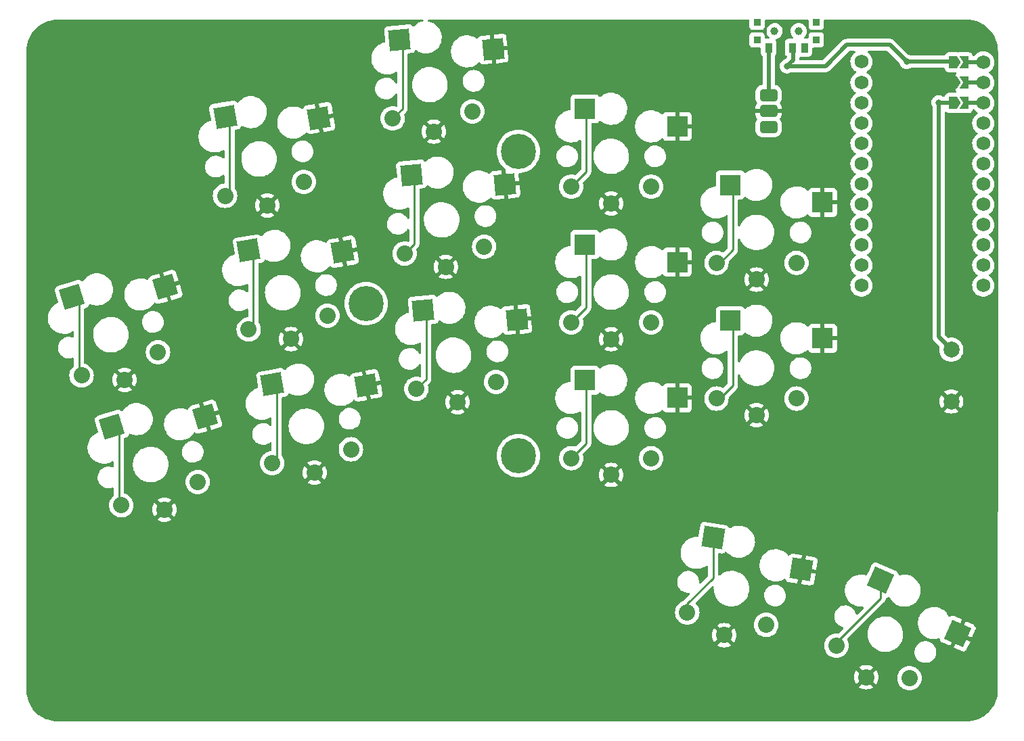
<source format=gbl>
%TF.GenerationSoftware,KiCad,Pcbnew,(6.0.4)*%
%TF.CreationDate,2022-06-21T20:06:22+02:00*%
%TF.ProjectId,battoota,62617474-6f6f-4746-912e-6b696361645f,v1.0.0*%
%TF.SameCoordinates,Original*%
%TF.FileFunction,Copper,L2,Bot*%
%TF.FilePolarity,Positive*%
%FSLAX46Y46*%
G04 Gerber Fmt 4.6, Leading zero omitted, Abs format (unit mm)*
G04 Created by KiCad (PCBNEW (6.0.4)) date 2022-06-21 20:06:22*
%MOMM*%
%LPD*%
G01*
G04 APERTURE LIST*
G04 Aperture macros list*
%AMRoundRect*
0 Rectangle with rounded corners*
0 $1 Rounding radius*
0 $2 $3 $4 $5 $6 $7 $8 $9 X,Y pos of 4 corners*
0 Add a 4 corners polygon primitive as box body*
4,1,4,$2,$3,$4,$5,$6,$7,$8,$9,$2,$3,0*
0 Add four circle primitives for the rounded corners*
1,1,$1+$1,$2,$3*
1,1,$1+$1,$4,$5*
1,1,$1+$1,$6,$7*
1,1,$1+$1,$8,$9*
0 Add four rect primitives between the rounded corners*
20,1,$1+$1,$2,$3,$4,$5,0*
20,1,$1+$1,$4,$5,$6,$7,0*
20,1,$1+$1,$6,$7,$8,$9,0*
20,1,$1+$1,$8,$9,$2,$3,0*%
%AMRotRect*
0 Rectangle, with rotation*
0 The origin of the aperture is its center*
0 $1 length*
0 $2 width*
0 $3 Rotation angle, in degrees counterclockwise*
0 Add horizontal line*
21,1,$1,$2,0,0,$3*%
%AMFreePoly0*
4,1,6,0.150000,0.000000,0.650000,-0.750000,-0.500000,-0.750000,-0.500000,0.750000,0.650000,0.750000,0.150000,0.000000,0.150000,0.000000,$1*%
%AMFreePoly1*
4,1,6,0.500000,-0.750000,-0.500000,-0.750000,-1.000000,0.000000,-0.500000,0.750000,0.500000,0.750000,0.500000,-0.750000,0.500000,-0.750000,$1*%
G04 Aperture macros list end*
%TA.AperFunction,ComponentPad*%
%ADD10C,2.000000*%
%TD*%
%TA.AperFunction,SMDPad,CuDef*%
%ADD11RotRect,2.600000X2.600000X10.000000*%
%TD*%
%TA.AperFunction,ComponentPad*%
%ADD12C,2.032000*%
%TD*%
%TA.AperFunction,SMDPad,CuDef*%
%ADD13RotRect,2.600000X2.600000X5.000000*%
%TD*%
%TA.AperFunction,SMDPad,CuDef*%
%ADD14R,2.600000X2.600000*%
%TD*%
%TA.AperFunction,SMDPad,CuDef*%
%ADD15R,0.900000X0.900000*%
%TD*%
%TA.AperFunction,WasherPad*%
%ADD16C,1.000000*%
%TD*%
%TA.AperFunction,SMDPad,CuDef*%
%ADD17R,0.900000X1.250000*%
%TD*%
%TA.AperFunction,SMDPad,CuDef*%
%ADD18RotRect,2.600000X2.600000X336.000000*%
%TD*%
%TA.AperFunction,ComponentPad*%
%ADD19RoundRect,0.375000X-0.750000X0.375000X-0.750000X-0.375000X0.750000X-0.375000X0.750000X0.375000X0*%
%TD*%
%TA.AperFunction,SMDPad,CuDef*%
%ADD20RotRect,2.600000X2.600000X17.000000*%
%TD*%
%TA.AperFunction,SMDPad,CuDef*%
%ADD21RotRect,2.600000X2.600000X351.000000*%
%TD*%
%TA.AperFunction,ComponentPad*%
%ADD22C,1.752600*%
%TD*%
%TA.AperFunction,SMDPad,CuDef*%
%ADD23FreePoly0,180.000000*%
%TD*%
%TA.AperFunction,SMDPad,CuDef*%
%ADD24R,1.524000X0.500000*%
%TD*%
%TA.AperFunction,SMDPad,CuDef*%
%ADD25FreePoly1,180.000000*%
%TD*%
%TA.AperFunction,ComponentPad*%
%ADD26C,4.400000*%
%TD*%
%TA.AperFunction,ViaPad*%
%ADD27C,0.800000*%
%TD*%
%TA.AperFunction,Conductor*%
%ADD28C,0.500000*%
%TD*%
%TA.AperFunction,Conductor*%
%ADD29C,0.250000*%
%TD*%
G04 APERTURE END LIST*
D10*
%TO.P,B1,1*%
%TO.N,RST*%
X157969791Y80873254D03*
%TO.P,B1,2*%
%TO.N,GND*%
X157969791Y74373254D03*
%TD*%
D11*
%TO.P,S11,1*%
%TO.N,P3*%
X67128657Y110035975D03*
D12*
X67122934Y100134557D03*
X76971012Y101871038D03*
D11*
%TO.P,S11,2*%
%TO.N,GND*%
X78885214Y109875034D03*
D12*
X72411634Y98934701D03*
%TD*%
%TO.P,S15,1*%
%TO.N,P18*%
X89571861Y92892848D03*
D13*
X90440528Y102756090D03*
D12*
X99533808Y93764406D03*
D13*
%TO.P,S15,2*%
%TO.N,GND*%
X102138320Y101571110D03*
D12*
X94735862Y91236618D03*
%TD*%
D14*
%TO.P,S21,1*%
%TO.N,P16*%
X112149790Y94027254D03*
D12*
X120424791Y84277254D03*
X110424791Y84277254D03*
%TO.P,S21,2*%
%TO.N,GND*%
X115424791Y82177254D03*
D14*
X123699791Y91827253D03*
%TD*%
D15*
%TO.P,T2,*%
%TO.N,*%
X141068406Y121851838D03*
X133668406Y121851838D03*
X141068406Y119651838D03*
X133668406Y119651838D03*
D16*
X135868406Y120751838D03*
X138868406Y120751838D03*
D17*
%TO.P,T2,1*%
%TO.N,Braw*%
X135118406Y118676838D03*
%TO.P,T2,2*%
%TO.N,RAW*%
X138118406Y118676838D03*
%TO.P,T2,3*%
%TO.N,N/C*%
X139618406Y118676838D03*
%TD*%
D12*
%TO.P,S29,1*%
%TO.N,P20*%
X128599495Y91744491D03*
X138599495Y91744491D03*
D14*
X130324494Y101494491D03*
D12*
%TO.P,S29,2*%
%TO.N,GND*%
X133599495Y89644491D03*
D14*
X141874495Y99294490D03*
%TD*%
D18*
%TO.P,S33,1*%
%TO.N,P9*%
X149143012Y52005912D03*
D12*
X152736919Y39733098D03*
X143601464Y43800464D03*
%TO.P,S33,2*%
%TO.N,GND*%
X147315045Y39848336D03*
D18*
X158799642Y45298303D03*
%TD*%
D12*
%TO.P,S7,1*%
%TO.N,P5*%
X82875050Y68387574D03*
D11*
X73032695Y76552511D03*
D12*
X73026972Y66651093D03*
D11*
%TO.P,S7,2*%
%TO.N,GND*%
X84789252Y76391570D03*
D12*
X78315672Y65451237D03*
%TD*%
D19*
%TO.P,PAD1,1*%
%TO.N,Braw*%
X135109791Y108738254D03*
%TO.P,PAD1,2*%
%TO.N,GND*%
X135109791Y110738254D03*
%TO.P,PAD1,3*%
%TO.N,Braw*%
X135109791Y112738254D03*
%TD*%
D12*
%TO.P,S5,1*%
%TO.N,P6*%
X58734795Y80557863D03*
D20*
X47970748Y87462459D03*
D12*
X49171748Y77634146D03*
D20*
%TO.P,S5,2*%
%TO.N,GND*%
X59659287Y88735481D03*
D12*
X54567252Y77087765D03*
%TD*%
%TO.P,S27,1*%
%TO.N,P19*%
X138599495Y74744491D03*
D14*
X130324494Y84494491D03*
D12*
X128599495Y74744491D03*
%TO.P,S27,2*%
%TO.N,GND*%
X133599495Y72644491D03*
D14*
X141874495Y82294490D03*
%TD*%
D12*
%TO.P,S9,1*%
%TO.N,P4*%
X79923031Y85129306D03*
X70074953Y83392825D03*
D11*
X70080676Y93294243D03*
%TO.P,S9,2*%
%TO.N,GND*%
X81837233Y93133302D03*
D12*
X75363653Y82192969D03*
%TD*%
%TO.P,S13,1*%
%TO.N,P2*%
X91053509Y75957538D03*
D13*
X91922176Y85820780D03*
D12*
X101015456Y76829096D03*
%TO.P,S13,2*%
%TO.N,GND*%
X96217510Y74301308D03*
D13*
X103619968Y84635800D03*
%TD*%
%TO.P,S17,1*%
%TO.N,P15*%
X88958881Y119691400D03*
D12*
X98052161Y110699716D03*
X88090214Y109828158D03*
%TO.P,S17,2*%
%TO.N,GND*%
X93254215Y108171928D03*
D13*
X100656673Y118506420D03*
%TD*%
D12*
%TO.P,S31,1*%
%TO.N,P8*%
X134820109Y46401621D03*
X124943225Y47965966D03*
D21*
X128172223Y57326078D03*
%TO.P,S31,2*%
%TO.N,GND*%
X139235868Y53346344D03*
D12*
X129553155Y45109648D03*
%TD*%
D22*
%TO.P,MCU1,*%
%TO.N,*%
X161977213Y114302348D03*
D23*
X159643690Y114302348D03*
D22*
X161977213Y111762348D03*
D24*
X160593690Y116842348D03*
D22*
X146737213Y111762348D03*
D24*
X160593690Y114302348D03*
X160593690Y111762348D03*
D23*
X159643690Y111762348D03*
X159643690Y116842348D03*
D22*
X146737213Y116926094D03*
X161977213Y116842348D03*
X146737213Y114302348D03*
D25*
%TO.P,MCU1,1*%
%TO.N,RAW*%
X158193690Y116842348D03*
%TO.P,MCU1,2*%
%TO.N,GND*%
X158193690Y114302348D03*
%TO.P,MCU1,3*%
%TO.N,RST*%
X158193690Y111762348D03*
D22*
%TO.P,MCU1,4*%
%TO.N,N/C*%
X146737213Y109222348D03*
%TO.P,MCU1,5*%
%TO.N,P21*%
X146737213Y106682348D03*
%TO.P,MCU1,6*%
%TO.N,P20*%
X146737213Y104142348D03*
%TO.P,MCU1,7*%
%TO.N,P19*%
X146737213Y101602348D03*
%TO.P,MCU1,8*%
%TO.N,P18*%
X146737213Y99062348D03*
%TO.P,MCU1,9*%
%TO.N,P15*%
X146737213Y96522348D03*
%TO.P,MCU1,10*%
%TO.N,P14*%
X146737213Y93982348D03*
%TO.P,MCU1,11*%
%TO.N,P16*%
X146737213Y91442348D03*
%TO.P,MCU1,12*%
%TO.N,P10*%
X146737213Y88902348D03*
%TO.P,MCU1,16*%
%TO.N,N/C*%
X161977213Y109222348D03*
%TO.P,MCU1,17*%
%TO.N,P2*%
X161977213Y106682348D03*
%TO.P,MCU1,18*%
%TO.N,P3*%
X161977213Y104142348D03*
%TO.P,MCU1,19*%
%TO.N,P4*%
X161977213Y101602348D03*
%TO.P,MCU1,20*%
%TO.N,P5*%
X161977213Y99062348D03*
%TO.P,MCU1,21*%
%TO.N,P6*%
X161977213Y96522348D03*
%TO.P,MCU1,22*%
%TO.N,P7*%
X161977213Y93982348D03*
%TO.P,MCU1,23*%
%TO.N,P8*%
X161977213Y91442348D03*
%TO.P,MCU1,24*%
%TO.N,P9*%
X161977213Y88902348D03*
%TD*%
D12*
%TO.P,S3,1*%
%TO.N,P7*%
X54142067Y61376965D03*
D20*
X52941067Y71205278D03*
D12*
X63705114Y64300682D03*
%TO.P,S3,2*%
%TO.N,GND*%
X59537571Y60830584D03*
D20*
X64629606Y72478300D03*
%TD*%
D26*
%TO.P,REF\u002A\u002A,1*%
%TO.N,N/C*%
X84760924Y86640254D03*
X103810924Y67590254D03*
X103810924Y105690254D03*
%TD*%
D14*
%TO.P,S23,1*%
%TO.N,P10*%
X112149790Y111027254D03*
D12*
X120424791Y101277254D03*
X110424791Y101277254D03*
%TO.P,S23,2*%
%TO.N,GND*%
X115424791Y99177254D03*
D14*
X123699791Y108827253D03*
%TD*%
%TO.P,S19,1*%
%TO.N,P14*%
X112149790Y77027254D03*
D12*
X110424791Y67277254D03*
X120424791Y67277254D03*
D14*
%TO.P,S19,2*%
%TO.N,GND*%
X123699791Y74827253D03*
D12*
X115424791Y65177254D03*
%TD*%
D27*
%TO.N,GND*%
X154304587Y114350232D03*
%TO.N,RAW*%
X152400000Y116912949D03*
X137420433Y116364539D03*
%TO.N,RST*%
X156389782Y111806152D03*
%TD*%
D28*
%TO.N,RST*%
X156389782Y82453263D02*
X157969791Y80873254D01*
X156389782Y111806152D02*
X156389782Y82453263D01*
%TO.N,RAW*%
X150287695Y119025254D02*
X152400000Y116912949D01*
X144888791Y119025254D02*
X150287695Y119025254D01*
X137420433Y116364539D02*
X142228076Y116364539D01*
X142228076Y116364539D02*
X144888791Y119025254D01*
D29*
%TO.N,P6*%
X47655954Y88184596D02*
X48856953Y86983597D01*
X48856953Y86983597D02*
X48856953Y78356283D01*
D28*
%TO.N,GND*%
X154329345Y114325474D02*
X154352471Y114302348D01*
X154352471Y114302348D02*
X158193690Y114302348D01*
D29*
%TO.N,P5*%
X73590450Y67214571D02*
X73026972Y66651093D01*
X73032696Y76552511D02*
X73590450Y75994757D01*
X73590450Y75994757D02*
X73590450Y67214571D01*
%TO.N,P4*%
X70638431Y83956303D02*
X70074953Y83392825D01*
X70638431Y92736489D02*
X70638431Y83956303D01*
X70080677Y93294243D02*
X70638431Y92736489D01*
%TO.N,P3*%
X67686412Y100698035D02*
X67122934Y100134557D01*
X67128658Y110035975D02*
X67686412Y109478221D01*
X67686412Y109478221D02*
X67686412Y100698035D01*
%TO.N,P2*%
X92270004Y77174033D02*
X91053509Y75957538D01*
X91922177Y85820780D02*
X92270004Y85472953D01*
X92270004Y85472953D02*
X92270004Y77174033D01*
%TO.N,P18*%
X90788356Y94109343D02*
X89571861Y92892848D01*
X90440529Y102756090D02*
X90788356Y102408263D01*
X90788356Y102408263D02*
X90788356Y94109343D01*
%TO.N,P15*%
X89306709Y111044653D02*
X88090214Y109828158D01*
X89306709Y119343573D02*
X89306709Y111044653D01*
X88958882Y119691400D02*
X89306709Y119343573D01*
%TO.N,P14*%
X112299312Y77420712D02*
X112299312Y69151775D01*
X112299312Y69151775D02*
X110424791Y67277254D01*
%TO.N,P16*%
X112299312Y94420712D02*
X112299312Y86151775D01*
X112299312Y86151775D02*
X110424791Y84277254D01*
%TO.N,P10*%
X112299312Y103151775D02*
X110424791Y101277254D01*
X112299312Y111420712D02*
X112299312Y103151775D01*
%TO.N,P19*%
X130654161Y76367747D02*
X128459920Y74173506D01*
X130654161Y83454265D02*
X130654161Y76367747D01*
X130184920Y83923506D02*
X130654161Y83454265D01*
%TO.N,P20*%
X130654161Y100454265D02*
X130654161Y93367747D01*
X129030905Y91744491D02*
X128599495Y91744491D01*
X130654161Y93367747D02*
X129030905Y91744491D01*
X130184920Y100923506D02*
X130654161Y100454265D01*
%TO.N,P7*%
X52626273Y71927415D02*
X53827272Y70726416D01*
X53827272Y70726416D02*
X53827272Y62099102D01*
%TO.N,P8*%
X124943226Y49041689D02*
X124943226Y47965965D01*
X128172224Y52270687D02*
X124943226Y49041689D01*
X128172224Y57326077D02*
X128172224Y52270687D01*
%TO.N,P9*%
X149143013Y52005911D02*
X149143013Y49746476D01*
X149143013Y49746476D02*
X143601465Y44204928D01*
X143601465Y44204928D02*
X143601465Y43800464D01*
D28*
%TO.N,RAW*%
X158193690Y116842348D02*
X158123089Y116912949D01*
X158123089Y116912949D02*
X152400000Y116912949D01*
X138169791Y117113928D02*
X137471818Y116415955D01*
X138169791Y118728254D02*
X138169791Y117113928D01*
%TO.N,RST*%
X156433586Y111762348D02*
X158193690Y111762348D01*
X156389782Y111806152D02*
X156433586Y111762348D01*
%TO.N,Braw*%
X135118406Y112746869D02*
X135109791Y112738254D01*
X135118406Y118676838D02*
X135118406Y112746869D01*
%TD*%
%TA.AperFunction,Conductor*%
%TO.N,GND*%
G36*
X69948197Y122202020D02*
G01*
X91828332Y122201468D01*
X91896452Y122181464D01*
X91942944Y122127807D01*
X91953046Y122057533D01*
X91923551Y121992953D01*
X91863824Y121954571D01*
X91854533Y121952223D01*
X91666449Y121912244D01*
X91662320Y121910741D01*
X91662316Y121910740D01*
X91406638Y121817681D01*
X91406634Y121817679D01*
X91402493Y121816172D01*
X91154477Y121684299D01*
X91150918Y121681713D01*
X91150916Y121681712D01*
X90997375Y121570158D01*
X90927227Y121519193D01*
X90924063Y121516137D01*
X90924060Y121516135D01*
X90877473Y121471146D01*
X90762341Y121359964D01*
X90761885Y121359524D01*
X90698988Y121326592D01*
X90628272Y121332892D01*
X90570624Y121379370D01*
X90568030Y121384795D01*
X90531879Y121425157D01*
X90476840Y121486608D01*
X90476837Y121486610D01*
X90470850Y121493295D01*
X90347124Y121570158D01*
X90206798Y121609206D01*
X90198897Y121609372D01*
X90198894Y121609372D01*
X90147676Y121610445D01*
X90147667Y121610445D01*
X90144264Y121610516D01*
X87458256Y121375520D01*
X87396899Y121363372D01*
X87389771Y121359964D01*
X87389770Y121359964D01*
X87300756Y121317410D01*
X87265486Y121300549D01*
X87258802Y121294562D01*
X87258800Y121294561D01*
X87163673Y121209359D01*
X87163671Y121209356D01*
X87156986Y121203369D01*
X87080123Y121079643D01*
X87041075Y120939317D01*
X87040909Y120931416D01*
X87040909Y120931413D01*
X87040112Y120893338D01*
X87039765Y120876783D01*
X87158389Y119520909D01*
X87163817Y119458872D01*
X87149828Y119389267D01*
X87100428Y119338274D01*
X87064493Y119324643D01*
X86929380Y119295923D01*
X86877219Y119284836D01*
X86873090Y119283333D01*
X86873086Y119283332D01*
X86617408Y119190273D01*
X86617404Y119190271D01*
X86613263Y119188764D01*
X86365247Y119056891D01*
X86361688Y119054305D01*
X86361686Y119054304D01*
X86215298Y118947947D01*
X86137997Y118891785D01*
X86134833Y118888729D01*
X86134830Y118888727D01*
X86087645Y118843161D01*
X85935937Y118696658D01*
X85763001Y118475309D01*
X85760805Y118471505D01*
X85760800Y118471498D01*
X85688127Y118345624D01*
X85622553Y118232046D01*
X85517327Y117971603D01*
X85516262Y117967330D01*
X85516261Y117967328D01*
X85450623Y117704067D01*
X85449372Y117699051D01*
X85448913Y117694683D01*
X85448912Y117694678D01*
X85420895Y117428109D01*
X85420011Y117419694D01*
X85420164Y117415306D01*
X85420164Y117415300D01*
X85429367Y117151776D01*
X85429814Y117138969D01*
X85430576Y117134646D01*
X85430577Y117134639D01*
X85441215Y117074308D01*
X85478591Y116862340D01*
X85565392Y116595192D01*
X85567320Y116591239D01*
X85567322Y116591234D01*
X85609005Y116505772D01*
X85688529Y116342725D01*
X85690984Y116339086D01*
X85690987Y116339080D01*
X85739112Y116267732D01*
X85845604Y116109851D01*
X86033560Y115901105D01*
X86036922Y115898284D01*
X86036923Y115898283D01*
X86080442Y115861766D01*
X86248739Y115720548D01*
X86252471Y115718216D01*
X86389888Y115632349D01*
X86486953Y115571696D01*
X86643041Y115502201D01*
X86738432Y115459730D01*
X86743564Y115457445D01*
X86754839Y115454212D01*
X86999396Y115384087D01*
X87013579Y115380020D01*
X87017929Y115379409D01*
X87017932Y115379408D01*
X87120879Y115364940D01*
X87291741Y115340927D01*
X87502335Y115340927D01*
X87504521Y115341080D01*
X87504525Y115341080D01*
X87708016Y115355309D01*
X87708021Y115355310D01*
X87712401Y115355616D01*
X87987159Y115414018D01*
X87991288Y115415521D01*
X87991292Y115415522D01*
X88246970Y115508581D01*
X88246974Y115508583D01*
X88251115Y115510090D01*
X88488056Y115636074D01*
X88557593Y115650394D01*
X88623833Y115624847D01*
X88665746Y115567542D01*
X88673209Y115524823D01*
X88673209Y114313740D01*
X88653207Y114245619D01*
X88599551Y114199126D01*
X88529277Y114189022D01*
X88464697Y114218516D01*
X88439490Y114248375D01*
X88408781Y114298983D01*
X88386137Y114336298D01*
X88366047Y114369406D01*
X88366046Y114369407D01*
X88363278Y114373969D01*
X88276353Y114474142D01*
X88215578Y114544179D01*
X88215576Y114544181D01*
X88212078Y114548212D01*
X88150885Y114598387D01*
X88037810Y114691104D01*
X88037804Y114691108D01*
X88033682Y114694488D01*
X87833190Y114808614D01*
X87828174Y114810435D01*
X87828169Y114810437D01*
X87621350Y114885509D01*
X87621346Y114885510D01*
X87616335Y114887329D01*
X87611086Y114888278D01*
X87611083Y114888279D01*
X87393402Y114927642D01*
X87393395Y114927643D01*
X87389318Y114928380D01*
X87371581Y114929216D01*
X87366633Y114929450D01*
X87366626Y114929450D01*
X87365145Y114929520D01*
X87203000Y114929520D01*
X87136044Y114923839D01*
X87036363Y114915381D01*
X87036359Y114915380D01*
X87031052Y114914930D01*
X87025897Y114913592D01*
X87025891Y114913591D01*
X86812922Y114858315D01*
X86812918Y114858314D01*
X86807753Y114856973D01*
X86802887Y114854781D01*
X86802884Y114854780D01*
X86641664Y114782156D01*
X86597410Y114762221D01*
X86592990Y114759245D01*
X86592986Y114759243D01*
X86505466Y114700320D01*
X86406040Y114633382D01*
X86239113Y114474142D01*
X86235925Y114469857D01*
X86104826Y114293653D01*
X86101404Y114289054D01*
X86098989Y114284304D01*
X86044302Y114176742D01*
X85996848Y114083408D01*
X85975776Y114015546D01*
X85930020Y113868190D01*
X85930019Y113868184D01*
X85928436Y113863087D01*
X85914643Y113759019D01*
X85907965Y113708628D01*
X85898125Y113634388D01*
X85906779Y113403852D01*
X85954153Y113178070D01*
X85956111Y113173111D01*
X85956112Y113173109D01*
X85988667Y113090676D01*
X86038892Y112963498D01*
X86108511Y112848769D01*
X86149622Y112781021D01*
X86158572Y112766271D01*
X86162069Y112762241D01*
X86304170Y112598484D01*
X86309772Y112592028D01*
X86323045Y112581145D01*
X86484040Y112449136D01*
X86484046Y112449132D01*
X86488168Y112445752D01*
X86688660Y112331626D01*
X86693676Y112329805D01*
X86693681Y112329803D01*
X86900500Y112254731D01*
X86900504Y112254730D01*
X86905515Y112252911D01*
X86910764Y112251962D01*
X86910767Y112251961D01*
X87128448Y112212598D01*
X87128455Y112212597D01*
X87132532Y112211860D01*
X87150269Y112211024D01*
X87155217Y112210790D01*
X87155224Y112210790D01*
X87156705Y112210720D01*
X87318850Y112210720D01*
X87385806Y112216401D01*
X87485487Y112224859D01*
X87485491Y112224860D01*
X87490798Y112225310D01*
X87495953Y112226648D01*
X87495959Y112226649D01*
X87708928Y112281925D01*
X87708932Y112281926D01*
X87714097Y112283267D01*
X87718963Y112285459D01*
X87718966Y112285460D01*
X87919574Y112375827D01*
X87924440Y112378019D01*
X87928860Y112380995D01*
X87928864Y112380997D01*
X88064500Y112472314D01*
X88115810Y112506858D01*
X88282737Y112666098D01*
X88360663Y112770834D01*
X88417262Y112846906D01*
X88417264Y112846909D01*
X88420446Y112851186D01*
X88434892Y112879599D01*
X88483596Y112931257D01*
X88552496Y112948383D01*
X88619717Y112925540D01*
X88663918Y112869981D01*
X88673209Y112822494D01*
X88673209Y111415843D01*
X88653207Y111347722D01*
X88599551Y111301229D01*
X88529277Y111291125D01*
X88517795Y111293324D01*
X88334249Y111337390D01*
X88334243Y111337391D01*
X88329436Y111338545D01*
X88090214Y111357372D01*
X87850992Y111338545D01*
X87846185Y111337391D01*
X87846179Y111337390D01*
X87719835Y111307057D01*
X87617661Y111282527D01*
X87613090Y111280634D01*
X87613088Y111280633D01*
X87400537Y111192592D01*
X87400535Y111192591D01*
X87395965Y111190698D01*
X87191365Y111065318D01*
X87187598Y111062101D01*
X87187597Y111062100D01*
X87107774Y110993925D01*
X87008896Y110909476D01*
X87005683Y110905714D01*
X86914488Y110798937D01*
X86853054Y110727007D01*
X86727674Y110522407D01*
X86725781Y110517837D01*
X86725780Y110517835D01*
X86648743Y110331850D01*
X86635845Y110300711D01*
X86623858Y110250780D01*
X86580982Y110072193D01*
X86580981Y110072187D01*
X86579827Y110067380D01*
X86561000Y109828158D01*
X86579827Y109588936D01*
X86580981Y109584129D01*
X86580982Y109584123D01*
X86613320Y109449429D01*
X86635845Y109355605D01*
X86637738Y109351034D01*
X86637739Y109351032D01*
X86711688Y109172504D01*
X86727674Y109133909D01*
X86853054Y108929309D01*
X86856271Y108925542D01*
X86856272Y108925541D01*
X86913978Y108857976D01*
X87008896Y108746840D01*
X87012658Y108743627D01*
X87185127Y108596326D01*
X87191365Y108590998D01*
X87395965Y108465618D01*
X87400535Y108463725D01*
X87400537Y108463724D01*
X87613088Y108375683D01*
X87617661Y108373789D01*
X87699251Y108354201D01*
X87846179Y108318926D01*
X87846185Y108318925D01*
X87850992Y108317771D01*
X88090214Y108298944D01*
X88329436Y108317771D01*
X88334243Y108318925D01*
X88334249Y108318926D01*
X88481177Y108354201D01*
X88562767Y108373789D01*
X88567340Y108375683D01*
X88779891Y108463724D01*
X88779893Y108463725D01*
X88784463Y108465618D01*
X88989063Y108590998D01*
X88995302Y108596326D01*
X89167770Y108743627D01*
X89171532Y108746840D01*
X89266450Y108857976D01*
X89324156Y108925541D01*
X89324157Y108925542D01*
X89327374Y108929309D01*
X89452754Y109133909D01*
X89468741Y109172504D01*
X89542689Y109351032D01*
X89542690Y109351034D01*
X89544583Y109355605D01*
X89559004Y109415675D01*
X92374672Y109415675D01*
X92378456Y109406897D01*
X93241403Y108543950D01*
X93255347Y108536336D01*
X93257180Y108536467D01*
X93263795Y108540718D01*
X94126931Y109403854D01*
X94133691Y109416234D01*
X94127964Y109423884D01*
X93952456Y109531435D01*
X93943662Y109535916D01*
X93731186Y109623926D01*
X93721801Y109626975D01*
X93498171Y109680665D01*
X93488424Y109682208D01*
X93259145Y109700253D01*
X93249285Y109700253D01*
X93020006Y109682208D01*
X93010259Y109680665D01*
X92786629Y109626975D01*
X92777244Y109623926D01*
X92564768Y109535916D01*
X92555974Y109531435D01*
X92384132Y109426131D01*
X92374672Y109415675D01*
X89559004Y109415675D01*
X89567108Y109449429D01*
X89599446Y109584123D01*
X89599447Y109584129D01*
X89600601Y109588936D01*
X89619428Y109828158D01*
X89600601Y110067380D01*
X89599447Y110072187D01*
X89599446Y110072193D01*
X89544583Y110300711D01*
X89546818Y110301248D01*
X89545012Y110362678D01*
X89577804Y110419843D01*
X89698962Y110541001D01*
X89707248Y110548541D01*
X89713727Y110552653D01*
X89760353Y110602305D01*
X89763107Y110605146D01*
X89782844Y110624883D01*
X89785324Y110628080D01*
X89793029Y110637102D01*
X89808491Y110653567D01*
X89823295Y110669332D01*
X89827114Y110676278D01*
X89827116Y110676281D01*
X89833057Y110687087D01*
X89841353Y110699716D01*
X96522947Y110699716D01*
X96541774Y110460494D01*
X96542928Y110455687D01*
X96542929Y110455681D01*
X96565550Y110361459D01*
X96597792Y110227163D01*
X96599685Y110222592D01*
X96599686Y110222590D01*
X96666020Y110062446D01*
X96689621Y110005467D01*
X96815001Y109800867D01*
X96818218Y109797100D01*
X96818219Y109797099D01*
X96942497Y109651587D01*
X96970843Y109618398D01*
X96974605Y109615185D01*
X97123575Y109487954D01*
X97153312Y109462556D01*
X97357912Y109337176D01*
X97362482Y109335283D01*
X97362484Y109335282D01*
X97575035Y109247241D01*
X97579608Y109245347D01*
X97661198Y109225759D01*
X97808126Y109190484D01*
X97808132Y109190483D01*
X97812939Y109189329D01*
X98052161Y109170502D01*
X98291383Y109189329D01*
X98296190Y109190483D01*
X98296196Y109190484D01*
X98443124Y109225759D01*
X98524714Y109245347D01*
X98529287Y109247241D01*
X98741838Y109335282D01*
X98741840Y109335283D01*
X98746410Y109337176D01*
X98951010Y109462556D01*
X98980748Y109487954D01*
X99129717Y109615185D01*
X99133479Y109618398D01*
X99161825Y109651587D01*
X99286103Y109797099D01*
X99286104Y109797100D01*
X99289321Y109800867D01*
X99414701Y110005467D01*
X99438303Y110062446D01*
X99504636Y110222590D01*
X99504637Y110222592D01*
X99506530Y110227163D01*
X99538772Y110361459D01*
X99561393Y110455681D01*
X99561394Y110455687D01*
X99562548Y110460494D01*
X99581375Y110699716D01*
X99562548Y110938938D01*
X99561394Y110943745D01*
X99561393Y110943751D01*
X99525859Y111091760D01*
X99506530Y111172269D01*
X99504357Y111177515D01*
X99416595Y111389393D01*
X99416594Y111389395D01*
X99414701Y111393965D01*
X99289321Y111598565D01*
X99238078Y111658564D01*
X99136692Y111777272D01*
X99133479Y111781034D01*
X99054003Y111848912D01*
X98954778Y111933658D01*
X98954777Y111933659D01*
X98951010Y111936876D01*
X98746410Y112062256D01*
X98741840Y112064149D01*
X98741838Y112064150D01*
X98529287Y112152191D01*
X98529285Y112152192D01*
X98524714Y112154085D01*
X98443124Y112173673D01*
X98296196Y112208948D01*
X98296190Y112208949D01*
X98291383Y112210103D01*
X98052161Y112228930D01*
X97812939Y112210103D01*
X97808132Y112208949D01*
X97808126Y112208948D01*
X97661198Y112173673D01*
X97579608Y112154085D01*
X97575037Y112152192D01*
X97575035Y112152191D01*
X97362484Y112064150D01*
X97362482Y112064149D01*
X97357912Y112062256D01*
X97153312Y111936876D01*
X97149545Y111933659D01*
X97149544Y111933658D01*
X97050319Y111848912D01*
X96970843Y111781034D01*
X96967630Y111777272D01*
X96866245Y111658564D01*
X96815001Y111598565D01*
X96689621Y111393965D01*
X96687728Y111389395D01*
X96687727Y111389393D01*
X96599965Y111177515D01*
X96597792Y111172269D01*
X96578463Y111091760D01*
X96542929Y110943751D01*
X96542928Y110943745D01*
X96541774Y110938938D01*
X96522947Y110699716D01*
X89841353Y110699716D01*
X89843908Y110703606D01*
X89851467Y110713352D01*
X89856323Y110719612D01*
X89859468Y110726881D01*
X89859471Y110726885D01*
X89873883Y110760190D01*
X89879100Y110770840D01*
X89900404Y110809593D01*
X89905442Y110829216D01*
X89911846Y110847919D01*
X89916742Y110859233D01*
X89916742Y110859234D01*
X89919890Y110866508D01*
X89921129Y110874331D01*
X89921132Y110874341D01*
X89926808Y110910177D01*
X89929214Y110921797D01*
X89938237Y110956942D01*
X89938237Y110956943D01*
X89940209Y110964623D01*
X89940209Y110984877D01*
X89941760Y111004588D01*
X89943689Y111016767D01*
X89944929Y111024596D01*
X89940768Y111068615D01*
X89940209Y111080472D01*
X89940209Y114002818D01*
X90512510Y114002818D01*
X90512873Y113998670D01*
X90512873Y113998666D01*
X90527182Y113835113D01*
X90538248Y113708628D01*
X90539158Y113704556D01*
X90539159Y113704551D01*
X90601714Y113424697D01*
X90602668Y113420427D01*
X90604111Y113416504D01*
X90604112Y113416502D01*
X90608766Y113403852D01*
X90704640Y113143278D01*
X90706587Y113139585D01*
X90706588Y113139583D01*
X90757375Y113043257D01*
X90842370Y112882050D01*
X90871408Y112841189D01*
X91011015Y112644742D01*
X91011020Y112644736D01*
X91013439Y112641332D01*
X91016283Y112638282D01*
X91016288Y112638276D01*
X91205374Y112435506D01*
X91214842Y112425353D01*
X91443041Y112237909D01*
X91694025Y112082292D01*
X91697842Y112080576D01*
X91697845Y112080575D01*
X91752934Y112055817D01*
X91963386Y111961236D01*
X92055895Y111933658D01*
X92237851Y111879415D01*
X92246391Y111876869D01*
X92250511Y111876216D01*
X92250513Y111876216D01*
X92534588Y111831222D01*
X92534594Y111831221D01*
X92538069Y111830671D01*
X92562628Y111829556D01*
X92629013Y111826541D01*
X92629034Y111826541D01*
X92630433Y111826477D01*
X92814897Y111826477D01*
X93034660Y111841074D01*
X93038759Y111841900D01*
X93038763Y111841901D01*
X93181357Y111870653D01*
X93324147Y111899444D01*
X93603371Y111995589D01*
X93773085Y112080575D01*
X93863691Y112125947D01*
X93863693Y112125948D01*
X93867427Y112127818D01*
X94111674Y112293809D01*
X94117429Y112298954D01*
X94320037Y112480107D01*
X94331823Y112490645D01*
X94348870Y112510534D01*
X94521285Y112711693D01*
X94521288Y112711697D01*
X94524005Y112714867D01*
X94526279Y112718369D01*
X94526283Y112718374D01*
X94682566Y112959028D01*
X94682569Y112959033D01*
X94684845Y112962538D01*
X94687657Y112968459D01*
X94759695Y113120172D01*
X94811515Y113229305D01*
X94817027Y113246471D01*
X94900511Y113506494D01*
X94900511Y113506495D01*
X94901791Y113510481D01*
X94932404Y113680620D01*
X94953347Y113797018D01*
X94953348Y113797023D01*
X94954086Y113801127D01*
X94954485Y113809900D01*
X94967293Y114091966D01*
X94967293Y114091971D01*
X94967482Y114096136D01*
X94941744Y114390326D01*
X94910681Y114529297D01*
X94896419Y114593102D01*
X96856267Y114593102D01*
X96856467Y114587772D01*
X96856467Y114587771D01*
X96860594Y114477834D01*
X96864921Y114362566D01*
X96912295Y114136784D01*
X96914253Y114131825D01*
X96914254Y114131823D01*
X96937263Y114073561D01*
X96997034Y113922212D01*
X97067784Y113805620D01*
X97109795Y113736388D01*
X97116714Y113724985D01*
X97120211Y113720955D01*
X97236730Y113586679D01*
X97267914Y113550742D01*
X97310049Y113516194D01*
X97442182Y113407850D01*
X97442188Y113407846D01*
X97446310Y113404466D01*
X97646802Y113290340D01*
X97651818Y113288519D01*
X97651823Y113288517D01*
X97858642Y113213445D01*
X97858646Y113213444D01*
X97863657Y113211625D01*
X97868906Y113210676D01*
X97868909Y113210675D01*
X98086590Y113171312D01*
X98086597Y113171311D01*
X98090674Y113170574D01*
X98108411Y113169738D01*
X98113359Y113169504D01*
X98113366Y113169504D01*
X98114847Y113169434D01*
X98276992Y113169434D01*
X98343948Y113175115D01*
X98443629Y113183573D01*
X98443633Y113183574D01*
X98448940Y113184024D01*
X98454095Y113185362D01*
X98454101Y113185363D01*
X98667070Y113240639D01*
X98667074Y113240640D01*
X98672239Y113241981D01*
X98677105Y113244173D01*
X98677108Y113244174D01*
X98877716Y113334541D01*
X98882582Y113336733D01*
X98887002Y113339709D01*
X98887006Y113339711D01*
X99012953Y113424505D01*
X99073952Y113465572D01*
X99240879Y113624812D01*
X99340732Y113759019D01*
X99375404Y113805620D01*
X99375406Y113805623D01*
X99378588Y113809900D01*
X99433372Y113917651D01*
X99480725Y114010788D01*
X99480725Y114010789D01*
X99483144Y114015546D01*
X99540148Y114199126D01*
X99549972Y114230764D01*
X99549973Y114230770D01*
X99551556Y114235867D01*
X99569255Y114369406D01*
X99581167Y114459281D01*
X99581167Y114459286D01*
X99581867Y114464566D01*
X99579631Y114524146D01*
X99573413Y114689771D01*
X99573213Y114695102D01*
X99525839Y114920884D01*
X99522518Y114929295D01*
X99477330Y115043716D01*
X99441100Y115135456D01*
X99321420Y115332683D01*
X99314266Y115340927D01*
X99173720Y115502893D01*
X99173718Y115502895D01*
X99170220Y115506926D01*
X99114475Y115552634D01*
X98995952Y115649818D01*
X98995946Y115649822D01*
X98991824Y115653202D01*
X98791332Y115767328D01*
X98786316Y115769149D01*
X98786311Y115769151D01*
X98579492Y115844223D01*
X98579488Y115844224D01*
X98574477Y115846043D01*
X98569228Y115846992D01*
X98569225Y115846993D01*
X98351544Y115886356D01*
X98351537Y115886357D01*
X98347460Y115887094D01*
X98329723Y115887930D01*
X98324775Y115888164D01*
X98324768Y115888164D01*
X98323287Y115888234D01*
X98161142Y115888234D01*
X98094186Y115882553D01*
X97994505Y115874095D01*
X97994501Y115874094D01*
X97989194Y115873644D01*
X97984039Y115872306D01*
X97984033Y115872305D01*
X97771064Y115817029D01*
X97771060Y115817028D01*
X97765895Y115815687D01*
X97761029Y115813495D01*
X97761026Y115813494D01*
X97652674Y115764685D01*
X97555552Y115720935D01*
X97551132Y115717959D01*
X97551128Y115717957D01*
X97480175Y115670188D01*
X97364182Y115592096D01*
X97197255Y115432856D01*
X97194067Y115428571D01*
X97066500Y115257114D01*
X97059546Y115247768D01*
X97057131Y115243018D01*
X96988536Y115108101D01*
X96954990Y115042122D01*
X96920784Y114931961D01*
X96888162Y114826904D01*
X96888161Y114826898D01*
X96886578Y114821801D01*
X96877082Y114750151D01*
X96861606Y114633382D01*
X96856267Y114593102D01*
X94896419Y114593102D01*
X94878236Y114674449D01*
X94878234Y114674456D01*
X94877324Y114678527D01*
X94871452Y114694488D01*
X94807004Y114869649D01*
X94775352Y114955676D01*
X94771324Y114963317D01*
X94683180Y115130495D01*
X94637622Y115216904D01*
X94565352Y115318598D01*
X94468977Y115454212D01*
X94468972Y115454218D01*
X94466553Y115457622D01*
X94463709Y115460672D01*
X94463704Y115460678D01*
X94267996Y115670549D01*
X94265150Y115673601D01*
X94036951Y115861045D01*
X93785967Y116016662D01*
X93780238Y116019237D01*
X93709288Y116051123D01*
X93516606Y116137718D01*
X93233601Y116222085D01*
X93229481Y116222738D01*
X93229479Y116222738D01*
X92945404Y116267732D01*
X92945398Y116267733D01*
X92941923Y116268283D01*
X92917364Y116269398D01*
X92850979Y116272413D01*
X92850958Y116272413D01*
X92849559Y116272477D01*
X92665095Y116272477D01*
X92445332Y116257880D01*
X92441233Y116257054D01*
X92441229Y116257053D01*
X92298635Y116228301D01*
X92155845Y116199510D01*
X91876621Y116103365D01*
X91831542Y116080791D01*
X91656193Y115992983D01*
X91612565Y115971136D01*
X91368318Y115805145D01*
X91365204Y115802361D01*
X91365203Y115802360D01*
X91323066Y115764685D01*
X91148169Y115608309D01*
X91145452Y115605139D01*
X91145451Y115605138D01*
X90999357Y115434687D01*
X90955987Y115384087D01*
X90953713Y115380585D01*
X90953709Y115380580D01*
X90797426Y115139926D01*
X90795147Y115136416D01*
X90793353Y115132638D01*
X90793352Y115132636D01*
X90792110Y115130020D01*
X90668477Y114869649D01*
X90667198Y114865666D01*
X90667197Y114865663D01*
X90581384Y114598387D01*
X90578201Y114588473D01*
X90573568Y114562723D01*
X90527323Y114305701D01*
X90525906Y114297827D01*
X90525717Y114293660D01*
X90525716Y114293653D01*
X90513088Y114015546D01*
X90512510Y114002818D01*
X89940209Y114002818D01*
X89940209Y117846389D01*
X89960211Y117914510D01*
X90013867Y117961003D01*
X90055226Y117971910D01*
X90459506Y118007280D01*
X90520863Y118019428D01*
X90531523Y118024524D01*
X90644179Y118078380D01*
X90644180Y118078381D01*
X90652276Y118082251D01*
X90658962Y118088239D01*
X90754089Y118173441D01*
X90754091Y118173444D01*
X90760776Y118179431D01*
X90837639Y118303157D01*
X90838823Y118307412D01*
X90883040Y118359989D01*
X90950858Y118380994D01*
X91019267Y118362000D01*
X91033702Y118351536D01*
X91034596Y118350786D01*
X91037969Y118347956D01*
X91276183Y118199104D01*
X91409903Y118139568D01*
X91518943Y118091020D01*
X91532794Y118084853D01*
X91544407Y118081523D01*
X91763771Y118018622D01*
X91802809Y118007428D01*
X91807159Y118006817D01*
X91807162Y118006816D01*
X91880388Y117996525D01*
X92080971Y117968335D01*
X92291565Y117968335D01*
X92293751Y117968488D01*
X92293755Y117968488D01*
X92497246Y117982717D01*
X92497251Y117982718D01*
X92501631Y117983024D01*
X92776389Y118041426D01*
X92780518Y118042929D01*
X92780522Y118042930D01*
X93036200Y118135989D01*
X93036204Y118135991D01*
X93040345Y118137498D01*
X93288361Y118269371D01*
X93291922Y118271958D01*
X93318478Y118291252D01*
X95381958Y118291252D01*
X95382111Y118286864D01*
X95382111Y118286858D01*
X95391504Y118017894D01*
X95391761Y118010527D01*
X95392523Y118006204D01*
X95392524Y118006197D01*
X95417969Y117861893D01*
X95440538Y117733898D01*
X95527339Y117466750D01*
X95529267Y117462797D01*
X95529269Y117462792D01*
X95559447Y117400919D01*
X95650476Y117214283D01*
X95652931Y117210644D01*
X95652934Y117210638D01*
X95691783Y117153043D01*
X95807551Y116981409D01*
X95810496Y116978138D01*
X95810497Y116978137D01*
X95879517Y116901483D01*
X95995507Y116772663D01*
X96210686Y116592106D01*
X96448900Y116443254D01*
X96705511Y116329003D01*
X96975526Y116251578D01*
X96979876Y116250967D01*
X96979879Y116250966D01*
X97065066Y116238994D01*
X97253688Y116212485D01*
X97464282Y116212485D01*
X97466468Y116212638D01*
X97466472Y116212638D01*
X97669963Y116226867D01*
X97669968Y116226868D01*
X97674348Y116227174D01*
X97949106Y116285576D01*
X97953235Y116287079D01*
X97953239Y116287080D01*
X98208917Y116380139D01*
X98208921Y116380141D01*
X98213062Y116381648D01*
X98461078Y116513521D01*
X98502696Y116543758D01*
X98684765Y116676038D01*
X98684768Y116676041D01*
X98688328Y116678627D01*
X98722468Y116711595D01*
X98854039Y116838652D01*
X98916936Y116871584D01*
X98987652Y116865284D01*
X99046393Y116817924D01*
X99053932Y116806620D01*
X99139042Y116711595D01*
X99152650Y116700177D01*
X99261007Y116632863D01*
X99277283Y116625718D01*
X99401215Y116591232D01*
X99416718Y116588950D01*
X99467880Y116587877D01*
X99474682Y116588103D01*
X100543169Y116681584D01*
X100557962Y116687371D01*
X100559042Y116688862D01*
X100560036Y116696657D01*
X100423084Y118262030D01*
X100933025Y118262030D01*
X101065705Y116745486D01*
X101071492Y116730693D01*
X101072983Y116729613D01*
X101080778Y116728619D01*
X102153814Y116822498D01*
X102160555Y116823458D01*
X102210751Y116833395D01*
X102225634Y116838339D01*
X102341690Y116893820D01*
X102356473Y116903679D01*
X102451498Y116988789D01*
X102462916Y117002397D01*
X102530230Y117110754D01*
X102537375Y117127030D01*
X102571861Y117250962D01*
X102574143Y117266465D01*
X102575216Y117317627D01*
X102574990Y117324429D01*
X102481509Y118392916D01*
X102475722Y118407709D01*
X102474231Y118408789D01*
X102466436Y118409783D01*
X100949892Y118277103D01*
X100935099Y118271316D01*
X100934019Y118269825D01*
X100933025Y118262030D01*
X100423084Y118262030D01*
X100419486Y118303157D01*
X100247641Y120267354D01*
X100241854Y120282147D01*
X100240363Y120283227D01*
X100232568Y120284221D01*
X99159532Y120190342D01*
X99152791Y120189382D01*
X99102595Y120179445D01*
X99087712Y120174501D01*
X98971656Y120119020D01*
X98956873Y120109161D01*
X98861848Y120024051D01*
X98850430Y120010443D01*
X98783113Y119902082D01*
X98778613Y119891830D01*
X98732918Y119837493D01*
X98665100Y119816487D01*
X98596692Y119835480D01*
X98582253Y119845948D01*
X98577586Y119849864D01*
X98339372Y119998716D01*
X98159512Y120078795D01*
X98086775Y120111180D01*
X98086773Y120111181D01*
X98082761Y120112967D01*
X97812746Y120190392D01*
X97808396Y120191003D01*
X97808393Y120191004D01*
X97705446Y120205472D01*
X97534584Y120229485D01*
X97323990Y120229485D01*
X97321804Y120229332D01*
X97321800Y120229332D01*
X97118309Y120215103D01*
X97118304Y120215102D01*
X97113924Y120214796D01*
X96839166Y120156394D01*
X96835037Y120154891D01*
X96835033Y120154890D01*
X96579355Y120061831D01*
X96579351Y120061829D01*
X96575210Y120060322D01*
X96327194Y119928449D01*
X96323635Y119925863D01*
X96323633Y119925862D01*
X96103520Y119765941D01*
X96099944Y119763343D01*
X96096780Y119760287D01*
X96096777Y119760285D01*
X96016356Y119682623D01*
X95897884Y119568216D01*
X95724948Y119346867D01*
X95722752Y119343063D01*
X95722747Y119343056D01*
X95689661Y119285749D01*
X95584500Y119103604D01*
X95479274Y118843161D01*
X95478209Y118838888D01*
X95478208Y118838886D01*
X95423554Y118619680D01*
X95411319Y118570609D01*
X95410860Y118566241D01*
X95410859Y118566236D01*
X95383209Y118303157D01*
X95381958Y118291252D01*
X93318478Y118291252D01*
X93512048Y118431888D01*
X93512051Y118431891D01*
X93515611Y118434477D01*
X93553948Y118471498D01*
X93652051Y118566236D01*
X93717671Y118629604D01*
X93884519Y118843161D01*
X93887900Y118847488D01*
X93887901Y118847489D01*
X93890607Y118850953D01*
X93892803Y118854757D01*
X93892808Y118854764D01*
X94028854Y119090404D01*
X94031055Y119094216D01*
X94136281Y119354659D01*
X94144910Y119389267D01*
X94203172Y119622942D01*
X94203173Y119622947D01*
X94204236Y119627211D01*
X94207246Y119655845D01*
X94233138Y119902199D01*
X94233138Y119902202D01*
X94233597Y119906568D01*
X94233444Y119910962D01*
X94223948Y120182896D01*
X94223947Y120182902D01*
X94223794Y120187293D01*
X94221897Y120198055D01*
X94201067Y120316183D01*
X100753310Y120316183D01*
X100885990Y118799639D01*
X100891777Y118784846D01*
X100893268Y118783766D01*
X100901063Y118782772D01*
X102417607Y118915452D01*
X102432400Y118921239D01*
X102433480Y118922730D01*
X102434474Y118930525D01*
X102414948Y119153704D01*
X132709906Y119153704D01*
X132716661Y119091522D01*
X132767791Y118955133D01*
X132855145Y118838577D01*
X132971701Y118751223D01*
X133108090Y118700093D01*
X133170272Y118693338D01*
X134033906Y118693338D01*
X134102027Y118673336D01*
X134148520Y118619680D01*
X134159906Y118567338D01*
X134159906Y118003704D01*
X134166661Y117941522D01*
X134217791Y117805133D01*
X134305145Y117688577D01*
X134312325Y117683196D01*
X134318675Y117676846D01*
X134317040Y117675211D01*
X134351985Y117628479D01*
X134359906Y117584509D01*
X134359906Y114118103D01*
X134339904Y114049982D01*
X134286248Y114003489D01*
X134243789Y113992491D01*
X134234680Y113991775D01*
X134226574Y113991137D01*
X134226571Y113991137D01*
X134220820Y113990684D01*
X134041429Y113942616D01*
X133875952Y113858301D01*
X133870823Y113854148D01*
X133870819Y113854145D01*
X133798736Y113795773D01*
X133731621Y113741424D01*
X133727466Y113736293D01*
X133618900Y113602226D01*
X133618897Y113602222D01*
X133614744Y113597093D01*
X133530429Y113431616D01*
X133528721Y113425243D01*
X133528721Y113425242D01*
X133488358Y113274605D01*
X133482361Y113252225D01*
X133481908Y113246471D01*
X133481908Y113246469D01*
X133476485Y113177556D01*
X133476291Y113175097D01*
X133476292Y112301412D01*
X133478756Y112270102D01*
X133481632Y112233552D01*
X133482361Y112224283D01*
X133530429Y112044892D01*
X133614744Y111879415D01*
X133618899Y111874284D01*
X133665164Y111817151D01*
X133692489Y111751623D01*
X133680049Y111681725D01*
X133665164Y111658564D01*
X133619324Y111601955D01*
X133612169Y111590936D01*
X133533893Y111437313D01*
X133529192Y111425067D01*
X133484352Y111257721D01*
X133482405Y111246394D01*
X133476984Y111177515D01*
X133476791Y111172589D01*
X133476791Y111010369D01*
X133481266Y110995130D01*
X133482656Y110993925D01*
X133490339Y110992254D01*
X136724676Y110992254D01*
X136739915Y110996729D01*
X136741120Y110998119D01*
X136742791Y111005802D01*
X136742791Y111172589D01*
X136742598Y111177515D01*
X136737177Y111246394D01*
X136735230Y111257721D01*
X136690390Y111425067D01*
X136685689Y111437313D01*
X136607413Y111590936D01*
X136600258Y111601955D01*
X136554418Y111658564D01*
X136527093Y111724092D01*
X136539533Y111793990D01*
X136554418Y111817151D01*
X136600683Y111874284D01*
X136604838Y111879415D01*
X136689153Y112044892D01*
X136698714Y112080575D01*
X136735727Y112218706D01*
X136735728Y112218710D01*
X136737221Y112224283D01*
X136740282Y112263179D01*
X136743098Y112298954D01*
X136743098Y112298963D01*
X136743291Y112301411D01*
X136743290Y113175096D01*
X136739322Y113225523D01*
X136737674Y113246471D01*
X136737674Y113246474D01*
X136737221Y113252225D01*
X136689153Y113431616D01*
X136604838Y113597093D01*
X136600685Y113602222D01*
X136600682Y113602226D01*
X136492116Y113736293D01*
X136487961Y113741424D01*
X136420846Y113795773D01*
X136348763Y113854145D01*
X136348759Y113854148D01*
X136343630Y113858301D01*
X136178153Y113942616D01*
X136171779Y113944324D01*
X136004339Y113989190D01*
X136004335Y113989191D01*
X135998762Y113990684D01*
X135993008Y113991137D01*
X135987309Y113992116D01*
X135987502Y113993239D01*
X135926677Y114016423D01*
X135884538Y114073561D01*
X135876906Y114116748D01*
X135876906Y116364539D01*
X136506929Y116364539D01*
X136507619Y116357974D01*
X136522027Y116220893D01*
X136526891Y116174611D01*
X136585906Y115992983D01*
X136681393Y115827595D01*
X136685811Y115822688D01*
X136685812Y115822687D01*
X136776719Y115721725D01*
X136809180Y115685673D01*
X136894269Y115623852D01*
X136958337Y115577304D01*
X136963681Y115573421D01*
X136969709Y115570737D01*
X136969711Y115570736D01*
X137132114Y115498430D01*
X137138145Y115495745D01*
X137209580Y115480561D01*
X137318489Y115457411D01*
X137318494Y115457411D01*
X137324946Y115456039D01*
X137515920Y115456039D01*
X137522372Y115457411D01*
X137522377Y115457411D01*
X137631286Y115480561D01*
X137702721Y115495745D01*
X137708752Y115498430D01*
X137871155Y115570736D01*
X137871157Y115570737D01*
X137877185Y115573421D01*
X137882524Y115577300D01*
X137882531Y115577304D01*
X137888961Y115581976D01*
X137963020Y115606039D01*
X142161006Y115606039D01*
X142179956Y115604606D01*
X142194191Y115602440D01*
X142194195Y115602440D01*
X142201425Y115601340D01*
X142208717Y115601933D01*
X142208720Y115601933D01*
X142254094Y115605624D01*
X142264309Y115606039D01*
X142272369Y115606039D01*
X142285659Y115607588D01*
X142300583Y115609328D01*
X142304958Y115609761D01*
X142370415Y115615085D01*
X142370418Y115615086D01*
X142377713Y115615679D01*
X142384677Y115617935D01*
X142390636Y115619126D01*
X142396491Y115620510D01*
X142403757Y115621357D01*
X142472403Y115646274D01*
X142476531Y115647691D01*
X142539012Y115667932D01*
X142539014Y115667933D01*
X142545975Y115670188D01*
X142552230Y115673984D01*
X142557704Y115676490D01*
X142563134Y115679209D01*
X142570013Y115681706D01*
X142625700Y115718216D01*
X142631052Y115721725D01*
X142634756Y115724062D01*
X142697183Y115761944D01*
X142703280Y115767328D01*
X142705560Y115769342D01*
X142705584Y115769315D01*
X142708576Y115771968D01*
X142711809Y115774671D01*
X142717928Y115778683D01*
X142771204Y115834922D01*
X142773582Y115837364D01*
X145166067Y118229849D01*
X145228379Y118263875D01*
X145255162Y118266754D01*
X145838629Y118266754D01*
X145906750Y118246752D01*
X145953243Y118193096D01*
X145963347Y118122822D01*
X145933853Y118058242D01*
X145914289Y118040000D01*
X145814657Y117965194D01*
X145772605Y117921189D01*
X145712792Y117858598D01*
X145657333Y117800564D01*
X145654419Y117796292D01*
X145654418Y117796291D01*
X145597294Y117712550D01*
X145529010Y117612449D01*
X145433134Y117405902D01*
X145372280Y117186469D01*
X145348082Y116960044D01*
X145348379Y116954892D01*
X145348379Y116954888D01*
X145351788Y116895765D01*
X145361190Y116732707D01*
X145362325Y116727670D01*
X145362326Y116727664D01*
X145399943Y116560745D01*
X145411252Y116510563D01*
X145413196Y116505777D01*
X145413197Y116505772D01*
X145467883Y116371097D01*
X145496924Y116299579D01*
X145615905Y116105420D01*
X145764999Y115933301D01*
X145940202Y115787845D01*
X145944654Y115785243D01*
X145944659Y115785240D01*
X146050046Y115723657D01*
X146098769Y115672018D01*
X146111840Y115602235D01*
X146085108Y115536463D01*
X146044656Y115503106D01*
X145996757Y115478172D01*
X145992624Y115475069D01*
X145992621Y115475067D01*
X145867587Y115381189D01*
X145814657Y115341448D01*
X145796827Y115322790D01*
X145676658Y115197040D01*
X145657333Y115176818D01*
X145654420Y115172547D01*
X145654418Y115172545D01*
X145632229Y115140017D01*
X145529010Y114988703D01*
X145433134Y114782156D01*
X145431752Y114777174D01*
X145431752Y114777173D01*
X145426780Y114759243D01*
X145372280Y114562723D01*
X145348082Y114336298D01*
X145348379Y114331146D01*
X145348379Y114331142D01*
X145350300Y114297827D01*
X145361190Y114108961D01*
X145362325Y114103924D01*
X145362326Y114103918D01*
X145398292Y113944324D01*
X145411252Y113886817D01*
X145413196Y113882031D01*
X145413197Y113882026D01*
X145483607Y113708628D01*
X145496924Y113675833D01*
X145615905Y113481674D01*
X145764999Y113309555D01*
X145848009Y113240639D01*
X145932001Y113170908D01*
X145940202Y113164099D01*
X145944653Y113161498D01*
X145944663Y113161491D01*
X145977479Y113142315D01*
X146026202Y113090676D01*
X146039272Y113020893D01*
X146012539Y112955121D01*
X145989566Y112932773D01*
X145814657Y112801448D01*
X145811085Y112797710D01*
X145685314Y112666098D01*
X145657333Y112636818D01*
X145654420Y112632547D01*
X145654418Y112632545D01*
X145619354Y112581143D01*
X145529010Y112448703D01*
X145433134Y112242156D01*
X145431752Y112237174D01*
X145431752Y112237173D01*
X145424258Y112210151D01*
X145372280Y112022723D01*
X145348082Y111796298D01*
X145348379Y111791146D01*
X145348379Y111791142D01*
X145351873Y111730555D01*
X145361190Y111568961D01*
X145362325Y111563924D01*
X145362326Y111563918D01*
X145394642Y111420522D01*
X145411252Y111346817D01*
X145413196Y111342031D01*
X145413197Y111342026D01*
X145492928Y111145673D01*
X145496924Y111135833D01*
X145584909Y110992254D01*
X145603829Y110961381D01*
X145615905Y110941674D01*
X145764999Y110769555D01*
X145887204Y110668099D01*
X145932001Y110630908D01*
X145940202Y110624099D01*
X145944653Y110621498D01*
X145944663Y110621491D01*
X145977479Y110602315D01*
X146026202Y110550676D01*
X146039272Y110480893D01*
X146012539Y110415121D01*
X145989566Y110392773D01*
X145814657Y110261448D01*
X145657333Y110096818D01*
X145654419Y110092546D01*
X145654418Y110092545D01*
X145633886Y110062446D01*
X145529010Y109908703D01*
X145433134Y109702156D01*
X145431752Y109697174D01*
X145431752Y109697173D01*
X145411439Y109623926D01*
X145372280Y109482723D01*
X145348082Y109256298D01*
X145348379Y109251146D01*
X145348379Y109251142D01*
X145350247Y109218754D01*
X145361190Y109028961D01*
X145362325Y109023924D01*
X145362326Y109023918D01*
X145407119Y108825157D01*
X145411252Y108806817D01*
X145413196Y108802031D01*
X145413197Y108802026D01*
X145490821Y108610862D01*
X145496924Y108595833D01*
X145615905Y108401674D01*
X145764999Y108229555D01*
X145940202Y108084099D01*
X145944653Y108081498D01*
X145944663Y108081491D01*
X145977479Y108062315D01*
X146026202Y108010676D01*
X146039272Y107940893D01*
X146012539Y107875121D01*
X145989566Y107852773D01*
X145814657Y107721448D01*
X145811085Y107717710D01*
X145686823Y107587677D01*
X145657333Y107556818D01*
X145654419Y107552546D01*
X145654418Y107552545D01*
X145622604Y107505907D01*
X145529010Y107368703D01*
X145433134Y107162156D01*
X145372280Y106942723D01*
X145348082Y106716298D01*
X145348379Y106711146D01*
X145348379Y106711142D01*
X145352546Y106638871D01*
X145361190Y106488961D01*
X145362325Y106483924D01*
X145362326Y106483918D01*
X145402895Y106303899D01*
X145411252Y106266817D01*
X145413196Y106262031D01*
X145413197Y106262026D01*
X145482164Y106092182D01*
X145496924Y106055833D01*
X145615905Y105861674D01*
X145764999Y105689555D01*
X145940202Y105544099D01*
X145944653Y105541498D01*
X145944663Y105541491D01*
X145977479Y105522315D01*
X146026202Y105470676D01*
X146039272Y105400893D01*
X146012539Y105335121D01*
X145989566Y105312773D01*
X145814657Y105181448D01*
X145781553Y105146807D01*
X145670499Y105030595D01*
X145657333Y105016818D01*
X145654419Y105012546D01*
X145654418Y105012545D01*
X145583141Y104908056D01*
X145529010Y104828703D01*
X145433134Y104622156D01*
X145431752Y104617174D01*
X145431752Y104617173D01*
X145416652Y104562724D01*
X145372280Y104402723D01*
X145348082Y104176298D01*
X145348379Y104171146D01*
X145348379Y104171142D01*
X145351558Y104116017D01*
X145361190Y103948961D01*
X145362325Y103943924D01*
X145362326Y103943918D01*
X145410114Y103731866D01*
X145411252Y103726817D01*
X145413196Y103722031D01*
X145413197Y103722026D01*
X145473209Y103574235D01*
X145496924Y103515833D01*
X145566394Y103402469D01*
X145609726Y103331758D01*
X145615905Y103321674D01*
X145764999Y103149555D01*
X145940202Y103004099D01*
X145944653Y103001498D01*
X145944663Y103001491D01*
X145977479Y102982315D01*
X146026202Y102930676D01*
X146039272Y102860893D01*
X146012539Y102795121D01*
X145989566Y102772773D01*
X145814657Y102641448D01*
X145806494Y102632906D01*
X145684110Y102504838D01*
X145657333Y102476818D01*
X145654419Y102472546D01*
X145654418Y102472545D01*
X145610215Y102407746D01*
X145529010Y102288703D01*
X145433134Y102082156D01*
X145372280Y101862723D01*
X145348082Y101636298D01*
X145348379Y101631146D01*
X145348379Y101631142D01*
X145353196Y101547608D01*
X145361190Y101408961D01*
X145362325Y101403924D01*
X145362326Y101403918D01*
X145407788Y101202188D01*
X145411252Y101186817D01*
X145413196Y101182031D01*
X145413197Y101182026D01*
X145476335Y101026537D01*
X145496924Y100975833D01*
X145615905Y100781674D01*
X145764999Y100609555D01*
X145940202Y100464099D01*
X145944653Y100461498D01*
X145944663Y100461491D01*
X145977479Y100442315D01*
X146026202Y100390676D01*
X146039272Y100320893D01*
X146012539Y100255121D01*
X145989566Y100232773D01*
X145814657Y100101448D01*
X145811085Y100097710D01*
X145673322Y99953549D01*
X145657333Y99936818D01*
X145654419Y99932546D01*
X145654418Y99932545D01*
X145608760Y99865612D01*
X145529010Y99748703D01*
X145433134Y99542156D01*
X145431752Y99537174D01*
X145431752Y99537173D01*
X145417558Y99485991D01*
X145372280Y99322723D01*
X145348082Y99096298D01*
X145348379Y99091146D01*
X145348379Y99091142D01*
X145350348Y99057001D01*
X145361190Y98868961D01*
X145362325Y98863924D01*
X145362326Y98863918D01*
X145405506Y98672314D01*
X145411252Y98646817D01*
X145413196Y98642031D01*
X145413197Y98642026D01*
X145490379Y98451951D01*
X145496924Y98435833D01*
X145615905Y98241674D01*
X145764999Y98069555D01*
X145940202Y97924099D01*
X145944653Y97921498D01*
X145944663Y97921491D01*
X145977479Y97902315D01*
X146026202Y97850676D01*
X146039272Y97780893D01*
X146012539Y97715121D01*
X145989566Y97692773D01*
X145814657Y97561448D01*
X145811085Y97557710D01*
X145685186Y97425964D01*
X145657333Y97396818D01*
X145654419Y97392546D01*
X145654418Y97392545D01*
X145629529Y97356059D01*
X145529010Y97208703D01*
X145433134Y97002156D01*
X145431752Y96997174D01*
X145431752Y96997173D01*
X145428904Y96986902D01*
X145372280Y96782723D01*
X145348082Y96556298D01*
X145348379Y96551146D01*
X145348379Y96551142D01*
X145352835Y96473873D01*
X145361190Y96328961D01*
X145362325Y96323924D01*
X145362326Y96323918D01*
X145407938Y96121522D01*
X145411252Y96106817D01*
X145413196Y96102031D01*
X145413197Y96102026D01*
X145488785Y95915876D01*
X145496924Y95895833D01*
X145615905Y95701674D01*
X145764999Y95529555D01*
X145851165Y95458019D01*
X145925487Y95396316D01*
X145940202Y95384099D01*
X145944653Y95381498D01*
X145944663Y95381491D01*
X145977479Y95362315D01*
X146026202Y95310676D01*
X146039272Y95240893D01*
X146012539Y95175121D01*
X145989566Y95152773D01*
X145814657Y95021448D01*
X145759097Y94963308D01*
X145694166Y94895361D01*
X145657333Y94856818D01*
X145654419Y94852546D01*
X145654418Y94852545D01*
X145623414Y94807094D01*
X145529010Y94668703D01*
X145433134Y94462156D01*
X145431752Y94457174D01*
X145431752Y94457173D01*
X145410560Y94380757D01*
X145372280Y94242723D01*
X145348082Y94016298D01*
X145348379Y94011146D01*
X145348379Y94011142D01*
X145350326Y93977379D01*
X145361190Y93788961D01*
X145362325Y93783924D01*
X145362326Y93783918D01*
X145399912Y93617137D01*
X145411252Y93566817D01*
X145413196Y93562031D01*
X145413197Y93562026D01*
X145486746Y93380899D01*
X145496924Y93355833D01*
X145615905Y93161674D01*
X145764999Y92989555D01*
X145940202Y92844099D01*
X145944653Y92841498D01*
X145944663Y92841491D01*
X145977479Y92822315D01*
X146026202Y92770676D01*
X146039272Y92700893D01*
X146012539Y92635121D01*
X145989566Y92612773D01*
X145814657Y92481448D01*
X145811085Y92477710D01*
X145688867Y92349816D01*
X145657333Y92316818D01*
X145654419Y92312546D01*
X145654418Y92312545D01*
X145592391Y92221617D01*
X145529010Y92128703D01*
X145433134Y91922156D01*
X145431752Y91917174D01*
X145431752Y91917173D01*
X145425196Y91893534D01*
X145372280Y91702723D01*
X145348082Y91476298D01*
X145348379Y91471146D01*
X145348379Y91471142D01*
X145350329Y91437324D01*
X145361190Y91248961D01*
X145362325Y91243924D01*
X145362326Y91243918D01*
X145410114Y91031866D01*
X145411252Y91026817D01*
X145413196Y91022031D01*
X145413197Y91022026D01*
X145474085Y90872079D01*
X145496924Y90815833D01*
X145615905Y90621674D01*
X145764999Y90449555D01*
X145940202Y90304099D01*
X145944653Y90301498D01*
X145944663Y90301491D01*
X145977479Y90282315D01*
X146026202Y90230676D01*
X146039272Y90160893D01*
X146012539Y90095121D01*
X145989566Y90072773D01*
X145814657Y89941448D01*
X145657333Y89776818D01*
X145654419Y89772546D01*
X145654418Y89772545D01*
X145602177Y89695962D01*
X145529010Y89588703D01*
X145433134Y89382156D01*
X145431752Y89377174D01*
X145431752Y89377173D01*
X145412052Y89306136D01*
X145372280Y89162723D01*
X145348082Y88936298D01*
X145348379Y88931146D01*
X145348379Y88931142D01*
X145351997Y88868402D01*
X145361190Y88708961D01*
X145362325Y88703924D01*
X145362326Y88703918D01*
X145401025Y88532198D01*
X145411252Y88486817D01*
X145413196Y88482031D01*
X145413197Y88482026D01*
X145494980Y88280620D01*
X145496924Y88275833D01*
X145615905Y88081674D01*
X145764999Y87909555D01*
X145940202Y87764099D01*
X145944654Y87761497D01*
X145944659Y87761494D01*
X146106970Y87666647D01*
X146136810Y87649210D01*
X146349542Y87567976D01*
X146354608Y87566945D01*
X146354609Y87566945D01*
X146381087Y87561558D01*
X146572685Y87522577D01*
X146700501Y87517890D01*
X146795083Y87514421D01*
X146795088Y87514421D01*
X146800247Y87514232D01*
X146805367Y87514888D01*
X146805369Y87514888D01*
X146877557Y87524136D01*
X147026116Y87543167D01*
X147031065Y87544652D01*
X147031071Y87544653D01*
X147157417Y87582559D01*
X147244226Y87608603D01*
X147272212Y87622313D01*
X147420173Y87694799D01*
X147448720Y87708784D01*
X147452924Y87711782D01*
X147452928Y87711785D01*
X147533528Y87769277D01*
X147634106Y87841018D01*
X147795406Y88001756D01*
X147841630Y88066083D01*
X147925268Y88182479D01*
X147928286Y88186679D01*
X147931160Y88192493D01*
X148026886Y88386180D01*
X148026887Y88386182D01*
X148029180Y88390822D01*
X148081614Y88563404D01*
X148093875Y88603758D01*
X148093875Y88603759D01*
X148095377Y88608702D01*
X148102846Y88665433D01*
X148124663Y88831147D01*
X148124664Y88831154D01*
X148125100Y88834469D01*
X148125872Y88866061D01*
X148126677Y88898983D01*
X148126677Y88898988D01*
X148126759Y88902348D01*
X148114658Y89049532D01*
X148108524Y89124146D01*
X148108523Y89124152D01*
X148108100Y89129297D01*
X148072370Y89271547D01*
X148053885Y89345140D01*
X148053884Y89345144D01*
X148052626Y89350151D01*
X148050339Y89355411D01*
X147963885Y89554242D01*
X147963883Y89554245D01*
X147961825Y89558979D01*
X147867989Y89704027D01*
X147840944Y89745833D01*
X147840942Y89745836D01*
X147838136Y89750173D01*
X147684881Y89918598D01*
X147506176Y90059730D01*
X147499548Y90063389D01*
X147498864Y90064079D01*
X147497344Y90065089D01*
X147497552Y90065403D01*
X147449576Y90113815D01*
X147434798Y90183257D01*
X147459909Y90249664D01*
X147487267Y90276279D01*
X147629902Y90378019D01*
X147629904Y90378021D01*
X147634106Y90381018D01*
X147795406Y90541756D01*
X147816051Y90570486D01*
X147925268Y90722479D01*
X147928286Y90726679D01*
X147930603Y90731366D01*
X148026886Y90926180D01*
X148026887Y90926182D01*
X148029180Y90930822D01*
X148074394Y91079637D01*
X148093875Y91143758D01*
X148093875Y91143759D01*
X148095377Y91148702D01*
X148102799Y91205077D01*
X148124663Y91371147D01*
X148124664Y91371154D01*
X148125100Y91374469D01*
X148126636Y91437324D01*
X148126677Y91438983D01*
X148126677Y91438988D01*
X148126759Y91442348D01*
X148116134Y91571582D01*
X148108524Y91664146D01*
X148108523Y91664152D01*
X148108100Y91669297D01*
X148072374Y91811530D01*
X148053885Y91885140D01*
X148053884Y91885144D01*
X148052626Y91890151D01*
X148047522Y91901889D01*
X147963885Y92094242D01*
X147963883Y92094245D01*
X147961825Y92098979D01*
X147873454Y92235580D01*
X147840944Y92285833D01*
X147840942Y92285836D01*
X147838136Y92290173D01*
X147684881Y92458598D01*
X147506176Y92599730D01*
X147499548Y92603389D01*
X147498864Y92604079D01*
X147497344Y92605089D01*
X147497552Y92605403D01*
X147449576Y92653815D01*
X147434798Y92723257D01*
X147459909Y92789664D01*
X147487267Y92816279D01*
X147629902Y92918019D01*
X147629904Y92918021D01*
X147634106Y92921018D01*
X147795406Y93081756D01*
X147800420Y93088733D01*
X147925268Y93262479D01*
X147928286Y93266679D01*
X147931759Y93273705D01*
X148026886Y93466180D01*
X148026887Y93466182D01*
X148029180Y93470822D01*
X148089117Y93668099D01*
X148093875Y93683758D01*
X148093875Y93683759D01*
X148095377Y93688702D01*
X148096108Y93694254D01*
X148124663Y93911147D01*
X148124664Y93911154D01*
X148125100Y93914469D01*
X148126025Y93952316D01*
X148126677Y93978983D01*
X148126677Y93978988D01*
X148126759Y93982348D01*
X148116301Y94109551D01*
X148108524Y94204146D01*
X148108523Y94204152D01*
X148108100Y94209297D01*
X148066816Y94373659D01*
X148053885Y94425140D01*
X148053884Y94425144D01*
X148052626Y94430151D01*
X148041132Y94456586D01*
X147963885Y94634242D01*
X147963883Y94634245D01*
X147961825Y94638979D01*
X147859603Y94796990D01*
X147840944Y94825833D01*
X147840942Y94825836D01*
X147838136Y94830173D01*
X147684881Y94998598D01*
X147506176Y95139730D01*
X147499548Y95143389D01*
X147498864Y95144079D01*
X147497344Y95145089D01*
X147497552Y95145403D01*
X147449576Y95193815D01*
X147434798Y95263257D01*
X147459909Y95329664D01*
X147487267Y95356279D01*
X147629902Y95458019D01*
X147629904Y95458021D01*
X147634106Y95461018D01*
X147795406Y95621756D01*
X147808999Y95640672D01*
X147925268Y95802479D01*
X147928286Y95806679D01*
X147937947Y95826225D01*
X148026886Y96006180D01*
X148026887Y96006182D01*
X148029180Y96010822D01*
X148095377Y96228702D01*
X148096100Y96234194D01*
X148124663Y96451147D01*
X148124664Y96451154D01*
X148125100Y96454469D01*
X148125182Y96457821D01*
X148126677Y96518983D01*
X148126677Y96518988D01*
X148126759Y96522348D01*
X148114992Y96665475D01*
X148108524Y96744146D01*
X148108523Y96744152D01*
X148108100Y96749297D01*
X148052626Y96970151D01*
X148047326Y96982341D01*
X147963885Y97174242D01*
X147963883Y97174245D01*
X147961825Y97178979D01*
X147866522Y97326295D01*
X147840944Y97365833D01*
X147840942Y97365836D01*
X147838136Y97370173D01*
X147684881Y97538598D01*
X147506176Y97679730D01*
X147499548Y97683389D01*
X147498864Y97684079D01*
X147497344Y97685089D01*
X147497552Y97685403D01*
X147449576Y97733815D01*
X147434798Y97803257D01*
X147459909Y97869664D01*
X147487267Y97896279D01*
X147629902Y97998019D01*
X147629904Y97998021D01*
X147634106Y98001018D01*
X147795406Y98161756D01*
X147897263Y98303505D01*
X147925268Y98342479D01*
X147928286Y98346679D01*
X147951086Y98392810D01*
X148026886Y98546180D01*
X148026887Y98546182D01*
X148029180Y98550822D01*
X148095377Y98768702D01*
X148101041Y98811726D01*
X148124663Y98991147D01*
X148124664Y98991154D01*
X148125100Y98994469D01*
X148125894Y99026942D01*
X148126677Y99058983D01*
X148126677Y99058988D01*
X148126759Y99062348D01*
X148118222Y99166188D01*
X148108524Y99284146D01*
X148108523Y99284152D01*
X148108100Y99289297D01*
X148068135Y99448408D01*
X148053885Y99505140D01*
X148053884Y99505144D01*
X148052626Y99510151D01*
X148045606Y99526296D01*
X147963885Y99714242D01*
X147963883Y99714245D01*
X147961825Y99718979D01*
X147881672Y99842876D01*
X147840944Y99905833D01*
X147840942Y99905836D01*
X147838136Y99910173D01*
X147684881Y100078598D01*
X147506176Y100219730D01*
X147499548Y100223389D01*
X147498864Y100224079D01*
X147497344Y100225089D01*
X147497552Y100225403D01*
X147449576Y100273815D01*
X147434798Y100343257D01*
X147459909Y100409664D01*
X147487267Y100436279D01*
X147629902Y100538019D01*
X147629904Y100538021D01*
X147634106Y100541018D01*
X147795406Y100701756D01*
X147856306Y100786507D01*
X147925268Y100882479D01*
X147928286Y100886679D01*
X147940346Y100911079D01*
X148026886Y101086180D01*
X148026887Y101086182D01*
X148029180Y101090822D01*
X148090868Y101293860D01*
X148093875Y101303758D01*
X148093875Y101303759D01*
X148095377Y101308702D01*
X148098716Y101334061D01*
X148124663Y101531147D01*
X148124664Y101531154D01*
X148125100Y101534469D01*
X148126759Y101602348D01*
X148118685Y101700552D01*
X148108524Y101824146D01*
X148108523Y101824152D01*
X148108100Y101829297D01*
X148076924Y101953417D01*
X148053885Y102045140D01*
X148053884Y102045144D01*
X148052626Y102050151D01*
X148050567Y102054887D01*
X147963885Y102254242D01*
X147963883Y102254245D01*
X147961825Y102258979D01*
X147860876Y102415022D01*
X147840944Y102445833D01*
X147840942Y102445836D01*
X147838136Y102450173D01*
X147684881Y102618598D01*
X147506176Y102759730D01*
X147499548Y102763389D01*
X147498864Y102764079D01*
X147497344Y102765089D01*
X147497552Y102765403D01*
X147449576Y102813815D01*
X147434798Y102883257D01*
X147459909Y102949664D01*
X147487267Y102976279D01*
X147629902Y103078019D01*
X147629904Y103078021D01*
X147634106Y103081018D01*
X147795406Y103241756D01*
X147805422Y103255694D01*
X147925268Y103422479D01*
X147928286Y103426679D01*
X147942868Y103456182D01*
X148026886Y103626180D01*
X148026887Y103626182D01*
X148029180Y103630822D01*
X148095377Y103848702D01*
X148102976Y103906422D01*
X148124663Y104071147D01*
X148124664Y104071154D01*
X148125100Y104074469D01*
X148125308Y104082969D01*
X148126677Y104138983D01*
X148126677Y104138988D01*
X148126759Y104142348D01*
X148116998Y104261068D01*
X148108524Y104364146D01*
X148108523Y104364152D01*
X148108100Y104369297D01*
X148077127Y104492608D01*
X148053885Y104585140D01*
X148053884Y104585144D01*
X148052626Y104590151D01*
X148040942Y104617023D01*
X147963885Y104794242D01*
X147963883Y104794245D01*
X147961825Y104798979D01*
X147846110Y104977847D01*
X147840944Y104985833D01*
X147840942Y104985836D01*
X147838136Y104990173D01*
X147684881Y105158598D01*
X147506176Y105299730D01*
X147499548Y105303389D01*
X147498864Y105304079D01*
X147497344Y105305089D01*
X147497552Y105305403D01*
X147449576Y105353815D01*
X147434798Y105423257D01*
X147459909Y105489664D01*
X147487267Y105516279D01*
X147629902Y105618019D01*
X147629904Y105618021D01*
X147634106Y105621018D01*
X147795406Y105781756D01*
X147799871Y105787969D01*
X147925268Y105962479D01*
X147928286Y105966679D01*
X147935501Y105981276D01*
X148026886Y106166180D01*
X148026887Y106166182D01*
X148029180Y106170822D01*
X148087238Y106361914D01*
X148093875Y106383758D01*
X148093875Y106383759D01*
X148095377Y106388702D01*
X148096052Y106393828D01*
X148124663Y106611147D01*
X148124664Y106611154D01*
X148125100Y106614469D01*
X148125628Y106636086D01*
X148126677Y106678983D01*
X148126677Y106678988D01*
X148126759Y106682348D01*
X148119392Y106771955D01*
X148108524Y106904146D01*
X148108523Y106904152D01*
X148108100Y106909297D01*
X148075931Y107037369D01*
X148053885Y107125140D01*
X148053884Y107125144D01*
X148052626Y107130151D01*
X148050567Y107134887D01*
X147963885Y107334242D01*
X147963883Y107334245D01*
X147961825Y107338979D01*
X147877666Y107469069D01*
X147840944Y107525833D01*
X147840942Y107525836D01*
X147838136Y107530173D01*
X147684881Y107698598D01*
X147506176Y107839730D01*
X147499548Y107843389D01*
X147498864Y107844079D01*
X147497344Y107845089D01*
X147497552Y107845403D01*
X147449576Y107893815D01*
X147434798Y107963257D01*
X147459909Y108029664D01*
X147487267Y108056279D01*
X147629902Y108158019D01*
X147629904Y108158021D01*
X147634106Y108161018D01*
X147795406Y108321756D01*
X147799626Y108327628D01*
X147925268Y108502479D01*
X147928286Y108506679D01*
X147941870Y108534163D01*
X148026886Y108706180D01*
X148026887Y108706182D01*
X148029180Y108710822D01*
X148090794Y108913618D01*
X148093875Y108923758D01*
X148093875Y108923759D01*
X148095377Y108928702D01*
X148107913Y109023918D01*
X148124663Y109151147D01*
X148124664Y109151154D01*
X148125100Y109154469D01*
X148125881Y109186408D01*
X148126677Y109218983D01*
X148126677Y109218988D01*
X148126759Y109222348D01*
X148119196Y109314340D01*
X148108524Y109444146D01*
X148108523Y109444152D01*
X148108100Y109449297D01*
X148074896Y109581488D01*
X148053885Y109665140D01*
X148053884Y109665144D01*
X148052626Y109670151D01*
X148050567Y109674887D01*
X147963885Y109874242D01*
X147963883Y109874245D01*
X147961825Y109878979D01*
X147858177Y110039195D01*
X147840944Y110065833D01*
X147840942Y110065836D01*
X147838136Y110070173D01*
X147684881Y110238598D01*
X147506176Y110379730D01*
X147499548Y110383389D01*
X147498864Y110384079D01*
X147497344Y110385089D01*
X147497552Y110385403D01*
X147449576Y110433815D01*
X147434798Y110503257D01*
X147459909Y110569664D01*
X147487267Y110596279D01*
X147629902Y110698019D01*
X147629904Y110698021D01*
X147634106Y110701018D01*
X147795406Y110861756D01*
X147799616Y110867614D01*
X147925268Y111042479D01*
X147928286Y111046679D01*
X147945613Y111081736D01*
X148026886Y111246180D01*
X148026887Y111246182D01*
X148029180Y111250822D01*
X148095377Y111468702D01*
X148098967Y111495973D01*
X148124663Y111691147D01*
X148124664Y111691154D01*
X148125100Y111694469D01*
X148126093Y111735084D01*
X148126677Y111758983D01*
X148126677Y111758988D01*
X148126759Y111762348D01*
X148117397Y111876216D01*
X148108524Y111984146D01*
X148108523Y111984152D01*
X148108100Y111989297D01*
X148069249Y112143973D01*
X148053885Y112205140D01*
X148053884Y112205144D01*
X148052626Y112210151D01*
X148048906Y112218706D01*
X147963885Y112414242D01*
X147963883Y112414245D01*
X147961825Y112418979D01*
X147880287Y112545018D01*
X147840944Y112605833D01*
X147840942Y112605836D01*
X147838136Y112610173D01*
X147684881Y112778598D01*
X147506176Y112919730D01*
X147499548Y112923389D01*
X147498864Y112924079D01*
X147497344Y112925089D01*
X147497552Y112925403D01*
X147449576Y112973815D01*
X147434798Y113043257D01*
X147459909Y113109664D01*
X147487267Y113136279D01*
X147629902Y113238019D01*
X147629904Y113238021D01*
X147634106Y113241018D01*
X147795406Y113401756D01*
X147799616Y113407614D01*
X147925268Y113582479D01*
X147928286Y113586679D01*
X147947453Y113625459D01*
X148026886Y113786180D01*
X148026887Y113786182D01*
X148029180Y113790822D01*
X148075817Y113944324D01*
X148093875Y114003758D01*
X148093875Y114003759D01*
X148095377Y114008702D01*
X148096278Y114015546D01*
X148124663Y114231147D01*
X148124664Y114231154D01*
X148125100Y114234469D01*
X148126539Y114293334D01*
X148126677Y114298983D01*
X148126677Y114298988D01*
X148126759Y114302348D01*
X148119191Y114394403D01*
X148108524Y114524146D01*
X148108523Y114524152D01*
X148108100Y114529297D01*
X148071641Y114674449D01*
X148053885Y114745140D01*
X148053884Y114745144D01*
X148052626Y114750151D01*
X148043368Y114771443D01*
X147963885Y114954242D01*
X147963883Y114954245D01*
X147961825Y114958979D01*
X147851174Y115130020D01*
X147840944Y115145833D01*
X147840942Y115145836D01*
X147838136Y115150173D01*
X147684881Y115318598D01*
X147506176Y115459730D01*
X147429235Y115502204D01*
X147379268Y115552634D01*
X147364496Y115622077D01*
X147389612Y115688482D01*
X147434697Y115725660D01*
X147448720Y115732530D01*
X147452924Y115735528D01*
X147452928Y115735531D01*
X147550523Y115805145D01*
X147634106Y115864764D01*
X147795406Y116025502D01*
X147808810Y116044155D01*
X147925268Y116206225D01*
X147928286Y116210425D01*
X147934372Y116222738D01*
X148026886Y116409926D01*
X148026887Y116409928D01*
X148029180Y116414568D01*
X148084058Y116595192D01*
X148093875Y116627504D01*
X148093875Y116627505D01*
X148095377Y116632448D01*
X148102804Y116688862D01*
X148124663Y116854893D01*
X148124664Y116854900D01*
X148125100Y116858215D01*
X148125273Y116865284D01*
X148126677Y116922729D01*
X148126677Y116922734D01*
X148126759Y116926094D01*
X148115409Y117064146D01*
X148108524Y117147892D01*
X148108523Y117147898D01*
X148108100Y117153043D01*
X148065622Y117322156D01*
X148053885Y117368886D01*
X148053884Y117368890D01*
X148052626Y117373897D01*
X148045101Y117391204D01*
X147963885Y117577988D01*
X147963883Y117577991D01*
X147961825Y117582725D01*
X147861230Y117738221D01*
X147840944Y117769579D01*
X147840942Y117769582D01*
X147838136Y117773919D01*
X147684881Y117942344D01*
X147558856Y118041872D01*
X147517793Y118099789D01*
X147514561Y118170712D01*
X147550186Y118232123D01*
X147613357Y118264526D01*
X147636948Y118266754D01*
X149921324Y118266754D01*
X149989445Y118246752D01*
X150010419Y118229849D01*
X151479875Y116760393D01*
X151510613Y116710235D01*
X151565473Y116541393D01*
X151660960Y116376005D01*
X151665378Y116371098D01*
X151665379Y116371097D01*
X151754302Y116272338D01*
X151788747Y116234083D01*
X151838206Y116198149D01*
X151937904Y116125714D01*
X151943248Y116121831D01*
X151949276Y116119147D01*
X151949278Y116119146D01*
X152086460Y116058069D01*
X152117712Y116044155D01*
X152185722Y116029699D01*
X152298056Y116005821D01*
X152298061Y116005821D01*
X152304513Y116004449D01*
X152495487Y116004449D01*
X152501939Y116005821D01*
X152501944Y116005821D01*
X152614278Y116029699D01*
X152682288Y116044155D01*
X152713540Y116058069D01*
X152850722Y116119146D01*
X152850724Y116119147D01*
X152856752Y116121831D01*
X152862091Y116125710D01*
X152862098Y116125714D01*
X152868528Y116130386D01*
X152942587Y116154449D01*
X157058209Y116154449D01*
X157126330Y116134447D01*
X157172823Y116080791D01*
X157183888Y116037439D01*
X157185190Y116019237D01*
X157206221Y115947614D01*
X157223677Y115888164D01*
X157226386Y115878937D01*
X157236470Y115863246D01*
X157300568Y115763507D01*
X157300570Y115763504D01*
X157305440Y115755927D01*
X157312250Y115750026D01*
X157409135Y115666074D01*
X157409138Y115666072D01*
X157415947Y115660172D01*
X157424144Y115656428D01*
X157424145Y115656428D01*
X157455819Y115641963D01*
X157548956Y115599429D01*
X157693690Y115578619D01*
X158501288Y115578619D01*
X158569409Y115558617D01*
X158615902Y115504961D01*
X158626006Y115434687D01*
X158597886Y115371719D01*
X158556908Y115322790D01*
X158553304Y115314535D01*
X158553302Y115314531D01*
X158522085Y115243018D01*
X158498408Y115188779D01*
X158497275Y115179838D01*
X158497275Y115179836D01*
X158490965Y115130020D01*
X158480034Y115043716D01*
X158503272Y114899352D01*
X158517445Y114869649D01*
X158559193Y114782156D01*
X158566242Y114767382D01*
X158829670Y114372240D01*
X158850814Y114304465D01*
X158829670Y114232456D01*
X158577463Y113854145D01*
X158566242Y113837314D01*
X158565017Y113835114D01*
X158565016Y113835113D01*
X158548589Y113805620D01*
X158526386Y113765759D01*
X158485190Y113625459D01*
X158485190Y113479237D01*
X158487728Y113470594D01*
X158487728Y113470593D01*
X158508628Y113399416D01*
X158526386Y113338937D01*
X158531256Y113331359D01*
X158531257Y113331357D01*
X158602695Y113220198D01*
X158622697Y113152077D01*
X158602695Y113083956D01*
X158549039Y113037463D01*
X158496697Y113026077D01*
X157693690Y113026077D01*
X157661704Y113023789D01*
X157627317Y113021330D01*
X157627316Y113021330D01*
X157620579Y113020848D01*
X157549939Y113000106D01*
X157488925Y112982191D01*
X157488923Y112982190D01*
X157480279Y112979652D01*
X157448188Y112959028D01*
X157364849Y112905470D01*
X157364846Y112905468D01*
X157357269Y112900598D01*
X157351368Y112893788D01*
X157267416Y112796903D01*
X157267414Y112796900D01*
X157261514Y112790091D01*
X157200771Y112657082D01*
X157199488Y112648159D01*
X157196721Y112628915D01*
X157167227Y112564334D01*
X157107501Y112525951D01*
X157072004Y112520848D01*
X156992659Y112520848D01*
X156924538Y112540850D01*
X156918598Y112544912D01*
X156851876Y112593389D01*
X156851875Y112593390D01*
X156846534Y112597270D01*
X156840506Y112599954D01*
X156840504Y112599955D01*
X156678101Y112672261D01*
X156678100Y112672261D01*
X156672070Y112674946D01*
X156573509Y112695896D01*
X156491726Y112713280D01*
X156491721Y112713280D01*
X156485269Y112714652D01*
X156294295Y112714652D01*
X156287843Y112713280D01*
X156287838Y112713280D01*
X156206055Y112695896D01*
X156107494Y112674946D01*
X156101464Y112672261D01*
X156101463Y112672261D01*
X155939060Y112599955D01*
X155939058Y112599954D01*
X155933030Y112597270D01*
X155927689Y112593390D01*
X155927688Y112593389D01*
X155910836Y112581145D01*
X155778529Y112485018D01*
X155650742Y112343096D01*
X155617466Y112285460D01*
X155574315Y112210720D01*
X155555255Y112177708D01*
X155496240Y111996080D01*
X155495550Y111989519D01*
X155495550Y111989517D01*
X155481788Y111858578D01*
X155476278Y111806152D01*
X155476968Y111799587D01*
X155480530Y111765701D01*
X155496240Y111616224D01*
X155555255Y111434596D01*
X155558558Y111428874D01*
X155558559Y111428873D01*
X155575215Y111400025D01*
X155610711Y111338545D01*
X155614401Y111332153D01*
X155631282Y111269153D01*
X155631282Y82520333D01*
X155629849Y82501383D01*
X155626583Y82479914D01*
X155627176Y82472622D01*
X155627176Y82472619D01*
X155630867Y82427245D01*
X155631282Y82417030D01*
X155631282Y82408970D01*
X155632249Y82400677D01*
X155634571Y82380756D01*
X155635004Y82376381D01*
X155640319Y82311042D01*
X155640922Y82303626D01*
X155643178Y82296662D01*
X155644369Y82290703D01*
X155645753Y82284848D01*
X155646600Y82277582D01*
X155671517Y82208936D01*
X155672934Y82204808D01*
X155692687Y82143835D01*
X155695431Y82135364D01*
X155699227Y82129109D01*
X155701733Y82123635D01*
X155704452Y82118205D01*
X155706949Y82111326D01*
X155710962Y82105206D01*
X155710962Y82105205D01*
X155746968Y82050287D01*
X155749305Y82046583D01*
X155787187Y81984156D01*
X155790903Y81979948D01*
X155790904Y81979947D01*
X155794585Y81975779D01*
X155794558Y81975755D01*
X155797211Y81972763D01*
X155799914Y81969530D01*
X155803926Y81963411D01*
X155825237Y81943223D01*
X155860165Y81910135D01*
X155862607Y81907757D01*
X156461203Y81309161D01*
X156495229Y81246849D01*
X156494627Y81190652D01*
X156476411Y81114778D01*
X156476410Y81114772D01*
X156475256Y81109965D01*
X156456626Y80873254D01*
X156475256Y80636543D01*
X156476410Y80631736D01*
X156476411Y80631730D01*
X156505764Y80509469D01*
X156530686Y80405660D01*
X156532579Y80401089D01*
X156532580Y80401087D01*
X156610576Y80212788D01*
X156621551Y80186291D01*
X156624137Y80182071D01*
X156743032Y79988052D01*
X156743036Y79988046D01*
X156745615Y79983838D01*
X156899822Y79803285D01*
X157080375Y79649078D01*
X157084583Y79646499D01*
X157084589Y79646495D01*
X157272724Y79531206D01*
X157282828Y79525014D01*
X157287398Y79523121D01*
X157287402Y79523119D01*
X157497624Y79436043D01*
X157502197Y79434149D01*
X157569892Y79417897D01*
X157728267Y79379874D01*
X157728273Y79379873D01*
X157733080Y79378719D01*
X157969791Y79360089D01*
X158206502Y79378719D01*
X158211309Y79379873D01*
X158211315Y79379874D01*
X158369690Y79417897D01*
X158437385Y79434149D01*
X158441958Y79436043D01*
X158652180Y79523119D01*
X158652184Y79523121D01*
X158656754Y79525014D01*
X158666858Y79531206D01*
X158854993Y79646495D01*
X158854999Y79646499D01*
X158859207Y79649078D01*
X159039760Y79803285D01*
X159193967Y79983838D01*
X159196546Y79988046D01*
X159196550Y79988052D01*
X159315445Y80182071D01*
X159318031Y80186291D01*
X159329007Y80212788D01*
X159407002Y80401087D01*
X159407003Y80401089D01*
X159408896Y80405660D01*
X159433818Y80509469D01*
X159463171Y80631730D01*
X159463172Y80631736D01*
X159464326Y80636543D01*
X159482956Y80873254D01*
X159464326Y81109965D01*
X159450778Y81166399D01*
X159422510Y81284143D01*
X159408896Y81340848D01*
X159407002Y81345421D01*
X159319926Y81555643D01*
X159319924Y81555647D01*
X159318031Y81560217D01*
X159301617Y81587002D01*
X159196550Y81758456D01*
X159196546Y81758462D01*
X159193967Y81762670D01*
X159039760Y81943223D01*
X158859207Y82097430D01*
X158854999Y82100009D01*
X158854993Y82100013D01*
X158660974Y82218908D01*
X158656754Y82221494D01*
X158652184Y82223387D01*
X158652180Y82223389D01*
X158441958Y82310465D01*
X158441956Y82310466D01*
X158437385Y82312359D01*
X158355803Y82331945D01*
X158211315Y82366634D01*
X158211309Y82366635D01*
X158206502Y82367789D01*
X157969791Y82386419D01*
X157733080Y82367789D01*
X157728273Y82366635D01*
X157728267Y82366634D01*
X157652393Y82348418D01*
X157581485Y82351965D01*
X157533884Y82381842D01*
X157185187Y82730539D01*
X157151161Y82792851D01*
X157148282Y82819634D01*
X157148282Y110536204D01*
X157168284Y110604325D01*
X157221940Y110650818D01*
X157292214Y110660922D01*
X157356794Y110631428D01*
X157415947Y110580172D01*
X157548956Y110519429D01*
X157693690Y110498619D01*
X158693690Y110498619D01*
X158695654Y110498743D01*
X158695658Y110498743D01*
X158751770Y110502282D01*
X158751774Y110502283D01*
X158758247Y110502691D01*
X158803922Y110515273D01*
X158855314Y110518515D01*
X158993690Y110498619D01*
X160143690Y110498619D01*
X160175676Y110500907D01*
X160210063Y110503366D01*
X160210064Y110503366D01*
X160216801Y110503848D01*
X160313120Y110532130D01*
X160348455Y110542505D01*
X160348457Y110542506D01*
X160357101Y110545044D01*
X160436824Y110596279D01*
X160472531Y110619226D01*
X160472534Y110619228D01*
X160480111Y110624098D01*
X160486012Y110630908D01*
X160569964Y110727793D01*
X160569966Y110727796D01*
X160575866Y110734605D01*
X160636609Y110867614D01*
X160637892Y110876537D01*
X160640429Y110885178D01*
X160642066Y110884697D01*
X160667178Y110939685D01*
X160726904Y110978069D01*
X160797901Y110978069D01*
X160857641Y110939670D01*
X161004999Y110769555D01*
X161127204Y110668099D01*
X161172001Y110630908D01*
X161180202Y110624099D01*
X161184653Y110621498D01*
X161184663Y110621491D01*
X161217479Y110602315D01*
X161266202Y110550676D01*
X161279272Y110480893D01*
X161252539Y110415121D01*
X161229566Y110392773D01*
X161054657Y110261448D01*
X160897333Y110096818D01*
X160894419Y110092546D01*
X160894418Y110092545D01*
X160873886Y110062446D01*
X160769010Y109908703D01*
X160673134Y109702156D01*
X160671752Y109697174D01*
X160671752Y109697173D01*
X160651439Y109623926D01*
X160612280Y109482723D01*
X160588082Y109256298D01*
X160588379Y109251146D01*
X160588379Y109251142D01*
X160590247Y109218754D01*
X160601190Y109028961D01*
X160602325Y109023924D01*
X160602326Y109023918D01*
X160647119Y108825157D01*
X160651252Y108806817D01*
X160653196Y108802031D01*
X160653197Y108802026D01*
X160730821Y108610862D01*
X160736924Y108595833D01*
X160855905Y108401674D01*
X161004999Y108229555D01*
X161180202Y108084099D01*
X161184653Y108081498D01*
X161184663Y108081491D01*
X161217479Y108062315D01*
X161266202Y108010676D01*
X161279272Y107940893D01*
X161252539Y107875121D01*
X161229566Y107852773D01*
X161054657Y107721448D01*
X161051085Y107717710D01*
X160926823Y107587677D01*
X160897333Y107556818D01*
X160894419Y107552546D01*
X160894418Y107552545D01*
X160862604Y107505907D01*
X160769010Y107368703D01*
X160673134Y107162156D01*
X160612280Y106942723D01*
X160588082Y106716298D01*
X160588379Y106711146D01*
X160588379Y106711142D01*
X160592546Y106638871D01*
X160601190Y106488961D01*
X160602325Y106483924D01*
X160602326Y106483918D01*
X160642895Y106303899D01*
X160651252Y106266817D01*
X160653196Y106262031D01*
X160653197Y106262026D01*
X160722164Y106092182D01*
X160736924Y106055833D01*
X160855905Y105861674D01*
X161004999Y105689555D01*
X161180202Y105544099D01*
X161184653Y105541498D01*
X161184663Y105541491D01*
X161217479Y105522315D01*
X161266202Y105470676D01*
X161279272Y105400893D01*
X161252539Y105335121D01*
X161229566Y105312773D01*
X161054657Y105181448D01*
X161021553Y105146807D01*
X160910499Y105030595D01*
X160897333Y105016818D01*
X160894419Y105012546D01*
X160894418Y105012545D01*
X160823141Y104908056D01*
X160769010Y104828703D01*
X160673134Y104622156D01*
X160671752Y104617174D01*
X160671752Y104617173D01*
X160656652Y104562724D01*
X160612280Y104402723D01*
X160588082Y104176298D01*
X160588379Y104171146D01*
X160588379Y104171142D01*
X160591558Y104116017D01*
X160601190Y103948961D01*
X160602325Y103943924D01*
X160602326Y103943918D01*
X160650114Y103731866D01*
X160651252Y103726817D01*
X160653196Y103722031D01*
X160653197Y103722026D01*
X160713209Y103574235D01*
X160736924Y103515833D01*
X160806394Y103402469D01*
X160849726Y103331758D01*
X160855905Y103321674D01*
X161004999Y103149555D01*
X161180202Y103004099D01*
X161184653Y103001498D01*
X161184663Y103001491D01*
X161217479Y102982315D01*
X161266202Y102930676D01*
X161279272Y102860893D01*
X161252539Y102795121D01*
X161229566Y102772773D01*
X161054657Y102641448D01*
X161046494Y102632906D01*
X160924110Y102504838D01*
X160897333Y102476818D01*
X160894419Y102472546D01*
X160894418Y102472545D01*
X160850215Y102407746D01*
X160769010Y102288703D01*
X160673134Y102082156D01*
X160612280Y101862723D01*
X160588082Y101636298D01*
X160588379Y101631146D01*
X160588379Y101631142D01*
X160593196Y101547608D01*
X160601190Y101408961D01*
X160602325Y101403924D01*
X160602326Y101403918D01*
X160647788Y101202188D01*
X160651252Y101186817D01*
X160653196Y101182031D01*
X160653197Y101182026D01*
X160716335Y101026537D01*
X160736924Y100975833D01*
X160855905Y100781674D01*
X161004999Y100609555D01*
X161180202Y100464099D01*
X161184653Y100461498D01*
X161184663Y100461491D01*
X161217479Y100442315D01*
X161266202Y100390676D01*
X161279272Y100320893D01*
X161252539Y100255121D01*
X161229566Y100232773D01*
X161054657Y100101448D01*
X161051085Y100097710D01*
X160913322Y99953549D01*
X160897333Y99936818D01*
X160894419Y99932546D01*
X160894418Y99932545D01*
X160848760Y99865612D01*
X160769010Y99748703D01*
X160673134Y99542156D01*
X160671752Y99537174D01*
X160671752Y99537173D01*
X160657558Y99485991D01*
X160612280Y99322723D01*
X160588082Y99096298D01*
X160588379Y99091146D01*
X160588379Y99091142D01*
X160590348Y99057001D01*
X160601190Y98868961D01*
X160602325Y98863924D01*
X160602326Y98863918D01*
X160645506Y98672314D01*
X160651252Y98646817D01*
X160653196Y98642031D01*
X160653197Y98642026D01*
X160730379Y98451951D01*
X160736924Y98435833D01*
X160855905Y98241674D01*
X161004999Y98069555D01*
X161180202Y97924099D01*
X161184653Y97921498D01*
X161184663Y97921491D01*
X161217479Y97902315D01*
X161266202Y97850676D01*
X161279272Y97780893D01*
X161252539Y97715121D01*
X161229566Y97692773D01*
X161054657Y97561448D01*
X161051085Y97557710D01*
X160925186Y97425964D01*
X160897333Y97396818D01*
X160894419Y97392546D01*
X160894418Y97392545D01*
X160869529Y97356059D01*
X160769010Y97208703D01*
X160673134Y97002156D01*
X160671752Y96997174D01*
X160671752Y96997173D01*
X160668904Y96986902D01*
X160612280Y96782723D01*
X160588082Y96556298D01*
X160588379Y96551146D01*
X160588379Y96551142D01*
X160592835Y96473873D01*
X160601190Y96328961D01*
X160602325Y96323924D01*
X160602326Y96323918D01*
X160647938Y96121522D01*
X160651252Y96106817D01*
X160653196Y96102031D01*
X160653197Y96102026D01*
X160728785Y95915876D01*
X160736924Y95895833D01*
X160855905Y95701674D01*
X161004999Y95529555D01*
X161091165Y95458019D01*
X161165487Y95396316D01*
X161180202Y95384099D01*
X161184653Y95381498D01*
X161184663Y95381491D01*
X161217479Y95362315D01*
X161266202Y95310676D01*
X161279272Y95240893D01*
X161252539Y95175121D01*
X161229566Y95152773D01*
X161054657Y95021448D01*
X160999097Y94963308D01*
X160934166Y94895361D01*
X160897333Y94856818D01*
X160894419Y94852546D01*
X160894418Y94852545D01*
X160863414Y94807094D01*
X160769010Y94668703D01*
X160673134Y94462156D01*
X160671752Y94457174D01*
X160671752Y94457173D01*
X160650560Y94380757D01*
X160612280Y94242723D01*
X160588082Y94016298D01*
X160588379Y94011146D01*
X160588379Y94011142D01*
X160590326Y93977379D01*
X160601190Y93788961D01*
X160602325Y93783924D01*
X160602326Y93783918D01*
X160639912Y93617137D01*
X160651252Y93566817D01*
X160653196Y93562031D01*
X160653197Y93562026D01*
X160726746Y93380899D01*
X160736924Y93355833D01*
X160855905Y93161674D01*
X161004999Y92989555D01*
X161180202Y92844099D01*
X161184653Y92841498D01*
X161184663Y92841491D01*
X161217479Y92822315D01*
X161266202Y92770676D01*
X161279272Y92700893D01*
X161252539Y92635121D01*
X161229566Y92612773D01*
X161054657Y92481448D01*
X161051085Y92477710D01*
X160928867Y92349816D01*
X160897333Y92316818D01*
X160894419Y92312546D01*
X160894418Y92312545D01*
X160832391Y92221617D01*
X160769010Y92128703D01*
X160673134Y91922156D01*
X160671752Y91917174D01*
X160671752Y91917173D01*
X160665196Y91893534D01*
X160612280Y91702723D01*
X160588082Y91476298D01*
X160588379Y91471146D01*
X160588379Y91471142D01*
X160590329Y91437324D01*
X160601190Y91248961D01*
X160602325Y91243924D01*
X160602326Y91243918D01*
X160650114Y91031866D01*
X160651252Y91026817D01*
X160653196Y91022031D01*
X160653197Y91022026D01*
X160714085Y90872079D01*
X160736924Y90815833D01*
X160855905Y90621674D01*
X161004999Y90449555D01*
X161180202Y90304099D01*
X161184653Y90301498D01*
X161184663Y90301491D01*
X161217479Y90282315D01*
X161266202Y90230676D01*
X161279272Y90160893D01*
X161252539Y90095121D01*
X161229566Y90072773D01*
X161054657Y89941448D01*
X160897333Y89776818D01*
X160894419Y89772546D01*
X160894418Y89772545D01*
X160842177Y89695962D01*
X160769010Y89588703D01*
X160673134Y89382156D01*
X160671752Y89377174D01*
X160671752Y89377173D01*
X160652052Y89306136D01*
X160612280Y89162723D01*
X160588082Y88936298D01*
X160588379Y88931146D01*
X160588379Y88931142D01*
X160591997Y88868402D01*
X160601190Y88708961D01*
X160602325Y88703924D01*
X160602326Y88703918D01*
X160641025Y88532198D01*
X160651252Y88486817D01*
X160653196Y88482031D01*
X160653197Y88482026D01*
X160734980Y88280620D01*
X160736924Y88275833D01*
X160855905Y88081674D01*
X161004999Y87909555D01*
X161180202Y87764099D01*
X161184654Y87761497D01*
X161184659Y87761494D01*
X161346970Y87666647D01*
X161376810Y87649210D01*
X161589542Y87567976D01*
X161594608Y87566945D01*
X161594609Y87566945D01*
X161621087Y87561558D01*
X161812685Y87522577D01*
X161940501Y87517890D01*
X162035083Y87514421D01*
X162035088Y87514421D01*
X162040247Y87514232D01*
X162045367Y87514888D01*
X162045369Y87514888D01*
X162117557Y87524136D01*
X162266116Y87543167D01*
X162271065Y87544652D01*
X162271071Y87544653D01*
X162397417Y87582559D01*
X162484226Y87608603D01*
X162512212Y87622313D01*
X162660173Y87694799D01*
X162688720Y87708784D01*
X162692924Y87711782D01*
X162692928Y87711785D01*
X162773528Y87769277D01*
X162874106Y87841018D01*
X163035406Y88001756D01*
X163081630Y88066083D01*
X163165268Y88182479D01*
X163168286Y88186679D01*
X163171160Y88192493D01*
X163266886Y88386180D01*
X163266887Y88386182D01*
X163269180Y88390822D01*
X163321614Y88563404D01*
X163333875Y88603758D01*
X163333875Y88603759D01*
X163335377Y88608702D01*
X163342846Y88665433D01*
X163364663Y88831147D01*
X163364664Y88831154D01*
X163365100Y88834469D01*
X163365872Y88866061D01*
X163366677Y88898983D01*
X163366677Y88898988D01*
X163366759Y88902348D01*
X163354658Y89049532D01*
X163348524Y89124146D01*
X163348523Y89124152D01*
X163348100Y89129297D01*
X163312370Y89271547D01*
X163293885Y89345140D01*
X163293884Y89345144D01*
X163292626Y89350151D01*
X163290339Y89355411D01*
X163203885Y89554242D01*
X163203883Y89554245D01*
X163201825Y89558979D01*
X163107989Y89704027D01*
X163080944Y89745833D01*
X163080942Y89745836D01*
X163078136Y89750173D01*
X162924881Y89918598D01*
X162746176Y90059730D01*
X162739548Y90063389D01*
X162738864Y90064079D01*
X162737344Y90065089D01*
X162737552Y90065403D01*
X162689576Y90113815D01*
X162674798Y90183257D01*
X162699909Y90249664D01*
X162727267Y90276279D01*
X162869902Y90378019D01*
X162869904Y90378021D01*
X162874106Y90381018D01*
X163035406Y90541756D01*
X163056051Y90570486D01*
X163165268Y90722479D01*
X163168286Y90726679D01*
X163170603Y90731366D01*
X163266886Y90926180D01*
X163266887Y90926182D01*
X163269180Y90930822D01*
X163314394Y91079637D01*
X163333875Y91143758D01*
X163333875Y91143759D01*
X163335377Y91148702D01*
X163342799Y91205077D01*
X163364663Y91371147D01*
X163364664Y91371154D01*
X163365100Y91374469D01*
X163366636Y91437324D01*
X163366677Y91438983D01*
X163366677Y91438988D01*
X163366759Y91442348D01*
X163356134Y91571582D01*
X163348524Y91664146D01*
X163348523Y91664152D01*
X163348100Y91669297D01*
X163312374Y91811530D01*
X163293885Y91885140D01*
X163293884Y91885144D01*
X163292626Y91890151D01*
X163287522Y91901889D01*
X163203885Y92094242D01*
X163203883Y92094245D01*
X163201825Y92098979D01*
X163113454Y92235580D01*
X163080944Y92285833D01*
X163080942Y92285836D01*
X163078136Y92290173D01*
X162924881Y92458598D01*
X162746176Y92599730D01*
X162739548Y92603389D01*
X162738864Y92604079D01*
X162737344Y92605089D01*
X162737552Y92605403D01*
X162689576Y92653815D01*
X162674798Y92723257D01*
X162699909Y92789664D01*
X162727267Y92816279D01*
X162869902Y92918019D01*
X162869904Y92918021D01*
X162874106Y92921018D01*
X163035406Y93081756D01*
X163040420Y93088733D01*
X163165268Y93262479D01*
X163168286Y93266679D01*
X163171759Y93273705D01*
X163266886Y93466180D01*
X163266887Y93466182D01*
X163269180Y93470822D01*
X163329117Y93668099D01*
X163333875Y93683758D01*
X163333875Y93683759D01*
X163335377Y93688702D01*
X163336108Y93694254D01*
X163364663Y93911147D01*
X163364664Y93911154D01*
X163365100Y93914469D01*
X163366025Y93952316D01*
X163366677Y93978983D01*
X163366677Y93978988D01*
X163366759Y93982348D01*
X163356301Y94109551D01*
X163348524Y94204146D01*
X163348523Y94204152D01*
X163348100Y94209297D01*
X163306816Y94373659D01*
X163293885Y94425140D01*
X163293884Y94425144D01*
X163292626Y94430151D01*
X163281132Y94456586D01*
X163203885Y94634242D01*
X163203883Y94634245D01*
X163201825Y94638979D01*
X163099603Y94796990D01*
X163080944Y94825833D01*
X163080942Y94825836D01*
X163078136Y94830173D01*
X162924881Y94998598D01*
X162746176Y95139730D01*
X162739548Y95143389D01*
X162738864Y95144079D01*
X162737344Y95145089D01*
X162737552Y95145403D01*
X162689576Y95193815D01*
X162674798Y95263257D01*
X162699909Y95329664D01*
X162727267Y95356279D01*
X162869902Y95458019D01*
X162869904Y95458021D01*
X162874106Y95461018D01*
X163035406Y95621756D01*
X163048999Y95640672D01*
X163165268Y95802479D01*
X163168286Y95806679D01*
X163177947Y95826225D01*
X163266886Y96006180D01*
X163266887Y96006182D01*
X163269180Y96010822D01*
X163335377Y96228702D01*
X163336100Y96234194D01*
X163364663Y96451147D01*
X163364664Y96451154D01*
X163365100Y96454469D01*
X163365182Y96457821D01*
X163366677Y96518983D01*
X163366677Y96518988D01*
X163366759Y96522348D01*
X163354992Y96665475D01*
X163348524Y96744146D01*
X163348523Y96744152D01*
X163348100Y96749297D01*
X163292626Y96970151D01*
X163287326Y96982341D01*
X163203885Y97174242D01*
X163203883Y97174245D01*
X163201825Y97178979D01*
X163106522Y97326295D01*
X163080944Y97365833D01*
X163080942Y97365836D01*
X163078136Y97370173D01*
X162924881Y97538598D01*
X162746176Y97679730D01*
X162739548Y97683389D01*
X162738864Y97684079D01*
X162737344Y97685089D01*
X162737552Y97685403D01*
X162689576Y97733815D01*
X162674798Y97803257D01*
X162699909Y97869664D01*
X162727267Y97896279D01*
X162869902Y97998019D01*
X162869904Y97998021D01*
X162874106Y98001018D01*
X163035406Y98161756D01*
X163137263Y98303505D01*
X163165268Y98342479D01*
X163168286Y98346679D01*
X163191086Y98392810D01*
X163266886Y98546180D01*
X163266887Y98546182D01*
X163269180Y98550822D01*
X163335377Y98768702D01*
X163341041Y98811726D01*
X163364663Y98991147D01*
X163364664Y98991154D01*
X163365100Y98994469D01*
X163365894Y99026942D01*
X163366677Y99058983D01*
X163366677Y99058988D01*
X163366759Y99062348D01*
X163358222Y99166188D01*
X163348524Y99284146D01*
X163348523Y99284152D01*
X163348100Y99289297D01*
X163308135Y99448408D01*
X163293885Y99505140D01*
X163293884Y99505144D01*
X163292626Y99510151D01*
X163285606Y99526296D01*
X163203885Y99714242D01*
X163203883Y99714245D01*
X163201825Y99718979D01*
X163121672Y99842876D01*
X163080944Y99905833D01*
X163080942Y99905836D01*
X163078136Y99910173D01*
X162924881Y100078598D01*
X162746176Y100219730D01*
X162739548Y100223389D01*
X162738864Y100224079D01*
X162737344Y100225089D01*
X162737552Y100225403D01*
X162689576Y100273815D01*
X162674798Y100343257D01*
X162699909Y100409664D01*
X162727267Y100436279D01*
X162869902Y100538019D01*
X162869904Y100538021D01*
X162874106Y100541018D01*
X163035406Y100701756D01*
X163096306Y100786507D01*
X163165268Y100882479D01*
X163168286Y100886679D01*
X163180346Y100911079D01*
X163266886Y101086180D01*
X163266887Y101086182D01*
X163269180Y101090822D01*
X163330868Y101293860D01*
X163333875Y101303758D01*
X163333875Y101303759D01*
X163335377Y101308702D01*
X163338716Y101334061D01*
X163364663Y101531147D01*
X163364664Y101531154D01*
X163365100Y101534469D01*
X163366759Y101602348D01*
X163358685Y101700552D01*
X163348524Y101824146D01*
X163348523Y101824152D01*
X163348100Y101829297D01*
X163316924Y101953417D01*
X163293885Y102045140D01*
X163293884Y102045144D01*
X163292626Y102050151D01*
X163290567Y102054887D01*
X163203885Y102254242D01*
X163203883Y102254245D01*
X163201825Y102258979D01*
X163100876Y102415022D01*
X163080944Y102445833D01*
X163080942Y102445836D01*
X163078136Y102450173D01*
X162924881Y102618598D01*
X162746176Y102759730D01*
X162739548Y102763389D01*
X162738864Y102764079D01*
X162737344Y102765089D01*
X162737552Y102765403D01*
X162689576Y102813815D01*
X162674798Y102883257D01*
X162699909Y102949664D01*
X162727267Y102976279D01*
X162869902Y103078019D01*
X162869904Y103078021D01*
X162874106Y103081018D01*
X163035406Y103241756D01*
X163045422Y103255694D01*
X163165268Y103422479D01*
X163168286Y103426679D01*
X163182868Y103456182D01*
X163266886Y103626180D01*
X163266887Y103626182D01*
X163269180Y103630822D01*
X163335377Y103848702D01*
X163342976Y103906422D01*
X163364663Y104071147D01*
X163364664Y104071154D01*
X163365100Y104074469D01*
X163365308Y104082969D01*
X163366677Y104138983D01*
X163366677Y104138988D01*
X163366759Y104142348D01*
X163356998Y104261068D01*
X163348524Y104364146D01*
X163348523Y104364152D01*
X163348100Y104369297D01*
X163317127Y104492608D01*
X163293885Y104585140D01*
X163293884Y104585144D01*
X163292626Y104590151D01*
X163280942Y104617023D01*
X163203885Y104794242D01*
X163203883Y104794245D01*
X163201825Y104798979D01*
X163086110Y104977847D01*
X163080944Y104985833D01*
X163080942Y104985836D01*
X163078136Y104990173D01*
X162924881Y105158598D01*
X162746176Y105299730D01*
X162739548Y105303389D01*
X162738864Y105304079D01*
X162737344Y105305089D01*
X162737552Y105305403D01*
X162689576Y105353815D01*
X162674798Y105423257D01*
X162699909Y105489664D01*
X162727267Y105516279D01*
X162869902Y105618019D01*
X162869904Y105618021D01*
X162874106Y105621018D01*
X163035406Y105781756D01*
X163039871Y105787969D01*
X163165268Y105962479D01*
X163168286Y105966679D01*
X163175501Y105981276D01*
X163266886Y106166180D01*
X163266887Y106166182D01*
X163269180Y106170822D01*
X163327238Y106361914D01*
X163333875Y106383758D01*
X163333875Y106383759D01*
X163335377Y106388702D01*
X163336052Y106393828D01*
X163364663Y106611147D01*
X163364664Y106611154D01*
X163365100Y106614469D01*
X163365628Y106636086D01*
X163366677Y106678983D01*
X163366677Y106678988D01*
X163366759Y106682348D01*
X163359392Y106771955D01*
X163348524Y106904146D01*
X163348523Y106904152D01*
X163348100Y106909297D01*
X163315931Y107037369D01*
X163293885Y107125140D01*
X163293884Y107125144D01*
X163292626Y107130151D01*
X163290567Y107134887D01*
X163203885Y107334242D01*
X163203883Y107334245D01*
X163201825Y107338979D01*
X163117666Y107469069D01*
X163080944Y107525833D01*
X163080942Y107525836D01*
X163078136Y107530173D01*
X162924881Y107698598D01*
X162746176Y107839730D01*
X162739548Y107843389D01*
X162738864Y107844079D01*
X162737344Y107845089D01*
X162737552Y107845403D01*
X162689576Y107893815D01*
X162674798Y107963257D01*
X162699909Y108029664D01*
X162727267Y108056279D01*
X162869902Y108158019D01*
X162869904Y108158021D01*
X162874106Y108161018D01*
X163035406Y108321756D01*
X163039626Y108327628D01*
X163165268Y108502479D01*
X163168286Y108506679D01*
X163181870Y108534163D01*
X163266886Y108706180D01*
X163266887Y108706182D01*
X163269180Y108710822D01*
X163330794Y108913618D01*
X163333875Y108923758D01*
X163333875Y108923759D01*
X163335377Y108928702D01*
X163347913Y109023918D01*
X163364663Y109151147D01*
X163364664Y109151154D01*
X163365100Y109154469D01*
X163365881Y109186408D01*
X163366677Y109218983D01*
X163366677Y109218988D01*
X163366759Y109222348D01*
X163359196Y109314340D01*
X163348524Y109444146D01*
X163348523Y109444152D01*
X163348100Y109449297D01*
X163314896Y109581488D01*
X163293885Y109665140D01*
X163293884Y109665144D01*
X163292626Y109670151D01*
X163290567Y109674887D01*
X163203885Y109874242D01*
X163203883Y109874245D01*
X163201825Y109878979D01*
X163098177Y110039195D01*
X163080944Y110065833D01*
X163080942Y110065836D01*
X163078136Y110070173D01*
X162924881Y110238598D01*
X162746176Y110379730D01*
X162739548Y110383389D01*
X162738864Y110384079D01*
X162737344Y110385089D01*
X162737552Y110385403D01*
X162689576Y110433815D01*
X162674798Y110503257D01*
X162699909Y110569664D01*
X162727267Y110596279D01*
X162869902Y110698019D01*
X162869904Y110698021D01*
X162874106Y110701018D01*
X163035406Y110861756D01*
X163039616Y110867614D01*
X163165268Y111042479D01*
X163168286Y111046679D01*
X163185613Y111081736D01*
X163266886Y111246180D01*
X163266887Y111246182D01*
X163269180Y111250822D01*
X163335377Y111468702D01*
X163338967Y111495973D01*
X163364663Y111691147D01*
X163364664Y111691154D01*
X163365100Y111694469D01*
X163366093Y111735084D01*
X163366677Y111758983D01*
X163366677Y111758988D01*
X163366759Y111762348D01*
X163357397Y111876216D01*
X163348524Y111984146D01*
X163348523Y111984152D01*
X163348100Y111989297D01*
X163309249Y112143973D01*
X163293885Y112205140D01*
X163293884Y112205144D01*
X163292626Y112210151D01*
X163288906Y112218706D01*
X163203885Y112414242D01*
X163203883Y112414245D01*
X163201825Y112418979D01*
X163120287Y112545018D01*
X163080944Y112605833D01*
X163080942Y112605836D01*
X163078136Y112610173D01*
X162924881Y112778598D01*
X162746176Y112919730D01*
X162739548Y112923389D01*
X162738864Y112924079D01*
X162737344Y112925089D01*
X162737552Y112925403D01*
X162689576Y112973815D01*
X162674798Y113043257D01*
X162699909Y113109664D01*
X162727267Y113136279D01*
X162869902Y113238019D01*
X162869904Y113238021D01*
X162874106Y113241018D01*
X163035406Y113401756D01*
X163039616Y113407614D01*
X163165268Y113582479D01*
X163168286Y113586679D01*
X163187453Y113625459D01*
X163266886Y113786180D01*
X163266887Y113786182D01*
X163269180Y113790822D01*
X163315817Y113944324D01*
X163333875Y114003758D01*
X163333875Y114003759D01*
X163335377Y114008702D01*
X163336278Y114015546D01*
X163364663Y114231147D01*
X163364664Y114231154D01*
X163365100Y114234469D01*
X163366539Y114293334D01*
X163366677Y114298983D01*
X163366677Y114298988D01*
X163366759Y114302348D01*
X163359191Y114394403D01*
X163348524Y114524146D01*
X163348523Y114524152D01*
X163348100Y114529297D01*
X163311641Y114674449D01*
X163293885Y114745140D01*
X163293884Y114745144D01*
X163292626Y114750151D01*
X163283368Y114771443D01*
X163203885Y114954242D01*
X163203883Y114954245D01*
X163201825Y114958979D01*
X163091174Y115130020D01*
X163080944Y115145833D01*
X163080942Y115145836D01*
X163078136Y115150173D01*
X162924881Y115318598D01*
X162746176Y115459730D01*
X162739548Y115463389D01*
X162738864Y115464079D01*
X162737344Y115465089D01*
X162737552Y115465403D01*
X162689576Y115513815D01*
X162674798Y115583257D01*
X162699909Y115649664D01*
X162727267Y115676279D01*
X162869902Y115778019D01*
X162869904Y115778021D01*
X162874106Y115781018D01*
X163035406Y115941756D01*
X163039616Y115947614D01*
X163165268Y116122479D01*
X163168286Y116126679D01*
X163204282Y116199510D01*
X163266886Y116326180D01*
X163266887Y116326182D01*
X163269180Y116330822D01*
X163322334Y116505772D01*
X163333875Y116543758D01*
X163333875Y116543759D01*
X163335377Y116548702D01*
X163340976Y116591232D01*
X163364663Y116771147D01*
X163364664Y116771154D01*
X163365100Y116774469D01*
X163366274Y116822498D01*
X163366677Y116838983D01*
X163366677Y116838988D01*
X163366759Y116842348D01*
X163357506Y116954888D01*
X163348524Y117064146D01*
X163348523Y117064152D01*
X163348100Y117069297D01*
X163312598Y117210638D01*
X163293885Y117285140D01*
X163293884Y117285144D01*
X163292626Y117290151D01*
X163236299Y117419694D01*
X163203885Y117494242D01*
X163203883Y117494245D01*
X163201825Y117498979D01*
X163090249Y117671449D01*
X163080944Y117685833D01*
X163080942Y117685836D01*
X163078136Y117690173D01*
X162924881Y117858598D01*
X162746176Y117999730D01*
X162546820Y118109781D01*
X162430811Y118150862D01*
X162337042Y118184068D01*
X162337038Y118184069D01*
X162332167Y118185794D01*
X162327074Y118186701D01*
X162327071Y118186702D01*
X162113070Y118224821D01*
X162113064Y118224822D01*
X162107981Y118225727D01*
X162020911Y118226791D01*
X161885452Y118228446D01*
X161885450Y118228446D01*
X161880283Y118228509D01*
X161655189Y118194065D01*
X161438742Y118123319D01*
X161391918Y118098944D01*
X161278675Y118039993D01*
X161236757Y118018172D01*
X161232624Y118015069D01*
X161232621Y118015067D01*
X161058792Y117884553D01*
X161054657Y117881448D01*
X161051085Y117877710D01*
X160924367Y117745107D01*
X160897333Y117716818D01*
X160876197Y117685833D01*
X160865409Y117670019D01*
X160810497Y117625017D01*
X160739972Y117616846D01*
X160676225Y117648101D01*
X160640425Y117705526D01*
X160637110Y117716818D01*
X160628803Y117745107D01*
X160613533Y117797113D01*
X160613532Y117797115D01*
X160610994Y117805759D01*
X160568834Y117871361D01*
X160536812Y117921189D01*
X160536810Y117921192D01*
X160531940Y117928769D01*
X160516274Y117942344D01*
X160428245Y118018622D01*
X160428242Y118018624D01*
X160421433Y118024524D01*
X160288424Y118085267D01*
X160279251Y118086586D01*
X160263590Y118088838D01*
X160143690Y118106077D01*
X158993690Y118106077D01*
X158991177Y118105876D01*
X158991176Y118105876D01*
X158919043Y118100108D01*
X158919040Y118100107D01*
X158912045Y118099548D01*
X158905347Y118097458D01*
X158905345Y118097458D01*
X158884709Y118091020D01*
X158829252Y118086586D01*
X158753635Y118097458D01*
X158693690Y118106077D01*
X157693690Y118106077D01*
X157684714Y118105435D01*
X157627317Y118101330D01*
X157627316Y118101330D01*
X157620579Y118100848D01*
X157549939Y118080106D01*
X157488925Y118062191D01*
X157488923Y118062190D01*
X157480279Y118059652D01*
X157472700Y118054781D01*
X157364849Y117985470D01*
X157364846Y117985468D01*
X157357269Y117980598D01*
X157351368Y117973788D01*
X157267416Y117876903D01*
X157267414Y117876900D01*
X157261514Y117870091D01*
X157257770Y117861894D01*
X157257770Y117861893D01*
X157204436Y117745107D01*
X157157943Y117691451D01*
X157089822Y117671449D01*
X152942587Y117671449D01*
X152868528Y117695512D01*
X152862098Y117700184D01*
X152862091Y117700188D01*
X152856752Y117704067D01*
X152850724Y117706751D01*
X152850722Y117706752D01*
X152688319Y117779058D01*
X152688318Y117779058D01*
X152682288Y117781743D01*
X152675833Y117783115D01*
X152675824Y117783118D01*
X152619228Y117795148D01*
X152556331Y117829299D01*
X150871465Y119514165D01*
X150859079Y119528577D01*
X150850546Y119540172D01*
X150850541Y119540177D01*
X150846203Y119546072D01*
X150840625Y119550811D01*
X150840622Y119550814D01*
X150805927Y119580289D01*
X150798411Y119587219D01*
X150792716Y119592914D01*
X150786575Y119597772D01*
X150770444Y119610535D01*
X150767040Y119613326D01*
X150716992Y119655845D01*
X150716990Y119655846D01*
X150711410Y119660587D01*
X150704894Y119663915D01*
X150699845Y119667282D01*
X150694716Y119670449D01*
X150688979Y119674988D01*
X150622820Y119705909D01*
X150618920Y119707815D01*
X150553887Y119741023D01*
X150546779Y119742762D01*
X150541136Y119744861D01*
X150535373Y119746778D01*
X150528745Y119749876D01*
X150457278Y119764741D01*
X150452994Y119765711D01*
X150418653Y119774114D01*
X150382085Y119783062D01*
X150376483Y119783410D01*
X150376480Y119783410D01*
X150370931Y119783754D01*
X150370933Y119783790D01*
X150366940Y119784029D01*
X150362748Y119784403D01*
X150355580Y119785894D01*
X150291815Y119784169D01*
X150278174Y119783800D01*
X150274767Y119783754D01*
X144955860Y119783754D01*
X144936912Y119785187D01*
X144929571Y119786304D01*
X144922674Y119787353D01*
X144922672Y119787353D01*
X144915442Y119788453D01*
X144908150Y119787860D01*
X144908147Y119787860D01*
X144862773Y119784169D01*
X144852558Y119783754D01*
X144844498Y119783754D01*
X144831208Y119782205D01*
X144816284Y119780465D01*
X144811909Y119780032D01*
X144746452Y119774708D01*
X144746449Y119774707D01*
X144739154Y119774114D01*
X144732190Y119771858D01*
X144726231Y119770667D01*
X144720376Y119769283D01*
X144713110Y119768436D01*
X144644464Y119743519D01*
X144640336Y119742102D01*
X144577855Y119721861D01*
X144577853Y119721860D01*
X144570892Y119719605D01*
X144564637Y119715809D01*
X144559163Y119713303D01*
X144553733Y119710584D01*
X144546854Y119708087D01*
X144485807Y119668063D01*
X144482118Y119665736D01*
X144473634Y119660587D01*
X144424484Y119630763D01*
X144424479Y119630759D01*
X144419683Y119627849D01*
X144411307Y119620451D01*
X144411284Y119620477D01*
X144408294Y119617828D01*
X144405055Y119615120D01*
X144398939Y119611110D01*
X144393912Y119605803D01*
X144393908Y119605800D01*
X144345663Y119554871D01*
X144343285Y119552429D01*
X141950800Y117159944D01*
X141888488Y117125918D01*
X141861705Y117123039D01*
X139054291Y117123039D01*
X138986170Y117143041D01*
X138939677Y117196697D01*
X138928291Y117249039D01*
X138928291Y117423764D01*
X138948293Y117491885D01*
X139001949Y117538378D01*
X139067898Y117549027D01*
X139116873Y117543707D01*
X139116877Y117543707D01*
X139120272Y117543338D01*
X140116540Y117543338D01*
X140178722Y117550093D01*
X140315111Y117601223D01*
X140431667Y117688577D01*
X140519021Y117805133D01*
X140570151Y117941522D01*
X140576906Y118003704D01*
X140576906Y118567338D01*
X140596908Y118635459D01*
X140650564Y118681952D01*
X140702906Y118693338D01*
X141566540Y118693338D01*
X141628722Y118700093D01*
X141765111Y118751223D01*
X141881667Y118838577D01*
X141969021Y118955133D01*
X142020151Y119091522D01*
X142026906Y119153704D01*
X142026906Y120149972D01*
X142020151Y120212154D01*
X141969021Y120348543D01*
X141881667Y120465099D01*
X141765111Y120552453D01*
X141628722Y120603583D01*
X141566540Y120610338D01*
X140570272Y120610338D01*
X140508090Y120603583D01*
X140371701Y120552453D01*
X140255145Y120465099D01*
X140167791Y120348543D01*
X140116661Y120212154D01*
X140109906Y120149972D01*
X140109906Y119936338D01*
X140089904Y119868217D01*
X140036248Y119821724D01*
X139983906Y119810338D01*
X139663231Y119810338D01*
X139595110Y119830340D01*
X139548617Y119883996D01*
X139538513Y119954270D01*
X139567850Y120018669D01*
X139571576Y120022985D01*
X139645961Y120109161D01*
X139692455Y120163025D01*
X139692456Y120163027D01*
X139696484Y120167693D01*
X139794175Y120339659D01*
X139856603Y120527325D01*
X139881391Y120723543D01*
X139881786Y120751838D01*
X139862486Y120948671D01*
X139860090Y120956609D01*
X139820640Y121087271D01*
X139805322Y121138007D01*
X139712472Y121312634D01*
X139623361Y121421895D01*
X139591366Y121461125D01*
X139591363Y121461128D01*
X139587471Y121465900D01*
X139581130Y121471146D01*
X139439831Y121588039D01*
X139439827Y121588041D01*
X139435081Y121591968D01*
X139261107Y121686036D01*
X139072174Y121744520D01*
X139066049Y121745164D01*
X139066048Y121745164D01*
X138881610Y121764549D01*
X138881608Y121764549D01*
X138875481Y121765193D01*
X138792982Y121757685D01*
X138684657Y121747827D01*
X138684654Y121747826D01*
X138678518Y121747268D01*
X138672612Y121745530D01*
X138672608Y121745529D01*
X138567482Y121714589D01*
X138488787Y121691428D01*
X138483329Y121688575D01*
X138483325Y121688573D01*
X138392553Y121641118D01*
X138313516Y121599798D01*
X138159381Y121475870D01*
X138032252Y121324364D01*
X138029285Y121318966D01*
X138029281Y121318961D01*
X137969028Y121209359D01*
X137936973Y121151051D01*
X137935112Y121145184D01*
X137935111Y121145182D01*
X137879033Y120968402D01*
X137877171Y120962532D01*
X137855125Y120765987D01*
X137855641Y120759843D01*
X137866080Y120635527D01*
X137871674Y120568904D01*
X137877936Y120547067D01*
X137913911Y120421608D01*
X137926189Y120378788D01*
X138016593Y120202882D01*
X138139441Y120047885D01*
X138144135Y120043890D01*
X138144139Y120043886D01*
X138157762Y120032292D01*
X138196676Y119972910D01*
X138197307Y119901916D01*
X138159456Y119841851D01*
X138095140Y119811785D01*
X138076100Y119810338D01*
X137620272Y119810338D01*
X137558090Y119803583D01*
X137421701Y119752453D01*
X137305145Y119665099D01*
X137217791Y119548543D01*
X137166661Y119412154D01*
X137159906Y119349972D01*
X137159906Y118003704D01*
X137166661Y117941522D01*
X137217791Y117805133D01*
X137305145Y117688577D01*
X137312325Y117683196D01*
X137360856Y117646824D01*
X137403371Y117589965D01*
X137411291Y117545998D01*
X137411291Y117480299D01*
X137391289Y117412178D01*
X137374386Y117391204D01*
X137264062Y117280880D01*
X137201165Y117246728D01*
X137138145Y117233333D01*
X137132115Y117230648D01*
X137132114Y117230648D01*
X136969711Y117158342D01*
X136969709Y117158341D01*
X136963681Y117155657D01*
X136958340Y117151777D01*
X136958339Y117151776D01*
X136940712Y117138969D01*
X136809180Y117043405D01*
X136804759Y117038495D01*
X136804758Y117038494D01*
X136734122Y116960044D01*
X136681393Y116901483D01*
X136644937Y116838339D01*
X136609997Y116777821D01*
X136585906Y116736095D01*
X136526891Y116554467D01*
X136526201Y116547906D01*
X136526201Y116547904D01*
X136512708Y116419519D01*
X136506929Y116364539D01*
X135876906Y116364539D01*
X135876906Y117584509D01*
X135896908Y117652630D01*
X135918813Y117676170D01*
X135918137Y117676846D01*
X135924487Y117683196D01*
X135931667Y117688577D01*
X136019021Y117805133D01*
X136070151Y117941522D01*
X136076906Y118003704D01*
X136076906Y119349972D01*
X136070151Y119412154D01*
X136019021Y119548543D01*
X136006626Y119565081D01*
X135981778Y119631585D01*
X135996830Y119700968D01*
X136047003Y119751199D01*
X136073568Y119762004D01*
X136086845Y119765711D01*
X136234869Y119807040D01*
X136240373Y119809820D01*
X136240375Y119809821D01*
X136405901Y119893434D01*
X136405903Y119893435D01*
X136411402Y119896213D01*
X136548805Y120003564D01*
X136562397Y120014183D01*
X136567253Y120017977D01*
X136696484Y120167693D01*
X136794175Y120339659D01*
X136856603Y120527325D01*
X136881391Y120723543D01*
X136881786Y120751838D01*
X136862486Y120948671D01*
X136860090Y120956609D01*
X136820640Y121087271D01*
X136805322Y121138007D01*
X136712472Y121312634D01*
X136623361Y121421895D01*
X136591366Y121461125D01*
X136591363Y121461128D01*
X136587471Y121465900D01*
X136581130Y121471146D01*
X136439831Y121588039D01*
X136439827Y121588041D01*
X136435081Y121591968D01*
X136261107Y121686036D01*
X136072174Y121744520D01*
X136066049Y121745164D01*
X136066048Y121745164D01*
X135881610Y121764549D01*
X135881608Y121764549D01*
X135875481Y121765193D01*
X135792982Y121757685D01*
X135684657Y121747827D01*
X135684654Y121747826D01*
X135678518Y121747268D01*
X135672612Y121745530D01*
X135672608Y121745529D01*
X135567482Y121714589D01*
X135488787Y121691428D01*
X135483329Y121688575D01*
X135483325Y121688573D01*
X135392553Y121641118D01*
X135313516Y121599798D01*
X135159381Y121475870D01*
X135032252Y121324364D01*
X135029285Y121318966D01*
X135029281Y121318961D01*
X134969028Y121209359D01*
X134936973Y121151051D01*
X134935112Y121145184D01*
X134935111Y121145182D01*
X134879033Y120968402D01*
X134877171Y120962532D01*
X134855125Y120765987D01*
X134855641Y120759843D01*
X134866080Y120635527D01*
X134871674Y120568904D01*
X134877936Y120547067D01*
X134913911Y120421608D01*
X134926189Y120378788D01*
X135016593Y120202882D01*
X135139441Y120047885D01*
X135144135Y120043890D01*
X135144139Y120043886D01*
X135157762Y120032292D01*
X135196676Y119972910D01*
X135197307Y119901916D01*
X135159456Y119841851D01*
X135095140Y119811785D01*
X135076100Y119810338D01*
X134752906Y119810338D01*
X134684785Y119830340D01*
X134638292Y119883996D01*
X134626906Y119936338D01*
X134626906Y120149972D01*
X134620151Y120212154D01*
X134569021Y120348543D01*
X134481667Y120465099D01*
X134365111Y120552453D01*
X134228722Y120603583D01*
X134166540Y120610338D01*
X133170272Y120610338D01*
X133108090Y120603583D01*
X132971701Y120552453D01*
X132855145Y120465099D01*
X132767791Y120348543D01*
X132716661Y120212154D01*
X132709906Y120149972D01*
X132709906Y119153704D01*
X102414948Y119153704D01*
X102340595Y120003564D01*
X102339635Y120010302D01*
X102329698Y120060498D01*
X102324754Y120075381D01*
X102269273Y120191437D01*
X102259414Y120206220D01*
X102174304Y120301245D01*
X102160696Y120312663D01*
X102052339Y120379977D01*
X102036063Y120387122D01*
X101912131Y120421608D01*
X101896628Y120423890D01*
X101845466Y120424963D01*
X101838664Y120424737D01*
X100770177Y120331256D01*
X100755384Y120325469D01*
X100754304Y120323978D01*
X100753310Y120316183D01*
X94201067Y120316183D01*
X94181926Y120424737D01*
X94175017Y120463922D01*
X94088216Y120731070D01*
X94082710Y120742360D01*
X94017147Y120876783D01*
X93965079Y120983537D01*
X93962624Y120987176D01*
X93962621Y120987182D01*
X93879754Y121110037D01*
X93808004Y121216411D01*
X93620048Y121425157D01*
X93571493Y121465900D01*
X93504895Y121521782D01*
X93404869Y121605714D01*
X93166655Y121754566D01*
X92910044Y121868817D01*
X92640029Y121946242D01*
X92635676Y121946854D01*
X92635675Y121946854D01*
X92608494Y121950674D01*
X92543819Y121979962D01*
X92505246Y122039566D01*
X92505021Y122110562D01*
X92543215Y122170410D01*
X92607701Y122200108D01*
X92626032Y122201448D01*
X132583909Y122200441D01*
X132652029Y122180437D01*
X132698521Y122126780D01*
X132709906Y122074441D01*
X132709906Y121353704D01*
X132716661Y121291522D01*
X132767791Y121155133D01*
X132855145Y121038577D01*
X132971701Y120951223D01*
X133108090Y120900093D01*
X133170272Y120893338D01*
X134166540Y120893338D01*
X134228722Y120900093D01*
X134365111Y120951223D01*
X134481667Y121038577D01*
X134569021Y121155133D01*
X134620151Y121291522D01*
X134626906Y121353704D01*
X134626906Y122074387D01*
X134646908Y122142508D01*
X134700564Y122189001D01*
X134752908Y122200387D01*
X137369562Y122200321D01*
X139983909Y122200255D01*
X140052029Y122180251D01*
X140098521Y122126594D01*
X140109906Y122074255D01*
X140109906Y121353704D01*
X140116661Y121291522D01*
X140167791Y121155133D01*
X140255145Y121038577D01*
X140371701Y120951223D01*
X140508090Y120900093D01*
X140570272Y120893338D01*
X141566540Y120893338D01*
X141628722Y120900093D01*
X141765111Y120951223D01*
X141881667Y121038577D01*
X141969021Y121155133D01*
X142020151Y121291522D01*
X142026906Y121353704D01*
X142026906Y122074201D01*
X142046908Y122142322D01*
X142100564Y122188815D01*
X142152908Y122200201D01*
X149548310Y122200014D01*
X159825421Y122199755D01*
X159844803Y122198255D01*
X159859644Y122195944D01*
X159859647Y122195944D01*
X159868516Y122194563D01*
X159885825Y122196826D01*
X159888448Y122197169D01*
X159910602Y122198098D01*
X160232192Y122183231D01*
X160243772Y122182158D01*
X160411194Y122158804D01*
X160592353Y122133533D01*
X160603793Y122131394D01*
X160786313Y122088466D01*
X160946401Y122050814D01*
X160957577Y122047634D01*
X161120722Y121992953D01*
X161291290Y121935784D01*
X161302142Y121931580D01*
X161624109Y121789417D01*
X161634527Y121784229D01*
X161709090Y121742698D01*
X161941943Y121613000D01*
X161941991Y121612973D01*
X161951885Y121606847D01*
X162242246Y121407944D01*
X162251531Y121400933D01*
X162518860Y121178944D01*
X162522302Y121176086D01*
X162530903Y121168245D01*
X162611876Y121087271D01*
X162779766Y120919380D01*
X162787607Y120910779D01*
X163012450Y120640007D01*
X163019463Y120630720D01*
X163160409Y120424963D01*
X163207835Y120355729D01*
X163218359Y120340365D01*
X163224486Y120330469D01*
X163395751Y120022985D01*
X163400937Y120012568D01*
X163407054Y119998716D01*
X163543088Y119690622D01*
X163547293Y119679770D01*
X163658868Y119346867D01*
X163659143Y119346046D01*
X163662327Y119334852D01*
X163742900Y118992262D01*
X163745039Y118980822D01*
X163748622Y118955133D01*
X163793212Y118635459D01*
X163793660Y118632246D01*
X163794734Y118620661D01*
X163800245Y118501439D01*
X163809265Y118306290D01*
X163807899Y118281086D01*
X163806100Y118269535D01*
X163810227Y118237977D01*
X163811290Y118221648D01*
X163809673Y82369126D01*
X163807686Y38304273D01*
X163806186Y38284897D01*
X163803875Y38270054D01*
X163803875Y38270048D01*
X163802494Y38261179D01*
X163803658Y38252278D01*
X163805100Y38241247D01*
X163806029Y38219093D01*
X163791162Y37897507D01*
X163790088Y37885918D01*
X163741463Y37537338D01*
X163739324Y37525898D01*
X163658746Y37183300D01*
X163655561Y37172106D01*
X163543714Y36838401D01*
X163539510Y36827549D01*
X163397347Y36505581D01*
X163392159Y36495163D01*
X163220903Y36187700D01*
X163214777Y36177805D01*
X163015872Y35887441D01*
X163008858Y35878153D01*
X162784010Y35607379D01*
X162776169Y35598779D01*
X162527314Y35349924D01*
X162518714Y35342083D01*
X162247939Y35117235D01*
X162238651Y35110221D01*
X161948286Y34911317D01*
X161938409Y34905201D01*
X161630915Y34733928D01*
X161620510Y34728748D01*
X161298539Y34586585D01*
X161287698Y34582385D01*
X160953970Y34470532D01*
X160942799Y34467354D01*
X160622587Y34392041D01*
X160600192Y34386774D01*
X160588751Y34384635D01*
X160240170Y34336011D01*
X160228588Y34334937D01*
X160146566Y34331145D01*
X159914340Y34320410D01*
X159889137Y34321776D01*
X159886338Y34322212D01*
X159886337Y34322212D01*
X159877463Y34323594D01*
X159852299Y34320303D01*
X159845901Y34319467D01*
X159829566Y34318403D01*
X107962815Y34317650D01*
X46259158Y34316754D01*
X46239773Y34318254D01*
X46233641Y34319209D01*
X46224938Y34320564D01*
X46224937Y34320564D01*
X46216068Y34321945D01*
X46197261Y34319486D01*
X46196137Y34319339D01*
X46173983Y34318410D01*
X45852394Y34333278D01*
X45840805Y34334352D01*
X45836612Y34334937D01*
X45492224Y34382978D01*
X45480783Y34385117D01*
X45466532Y34388469D01*
X45138175Y34465697D01*
X45126999Y34468877D01*
X44960136Y34524804D01*
X44793283Y34580728D01*
X44782431Y34584932D01*
X44575108Y34676473D01*
X44460464Y34727093D01*
X44450056Y34732275D01*
X44320755Y34804295D01*
X44142570Y34903543D01*
X44132675Y34909670D01*
X43842311Y35108573D01*
X43833024Y35115587D01*
X43562263Y35340422D01*
X43553662Y35348262D01*
X43304789Y35597133D01*
X43296948Y35605734D01*
X43072101Y35876506D01*
X43065088Y35885793D01*
X42866187Y36176149D01*
X42860060Y36186044D01*
X42688796Y36493515D01*
X42683608Y36503933D01*
X42682881Y36505581D01*
X42541442Y36825904D01*
X42537239Y36836753D01*
X42425389Y37170459D01*
X42422204Y37181653D01*
X42341623Y37524252D01*
X42339484Y37535692D01*
X42299666Y37821111D01*
X42290852Y37884294D01*
X42289782Y37895844D01*
X42275261Y38209868D01*
X42276626Y38235062D01*
X42277101Y38238110D01*
X42277101Y38238113D01*
X42278482Y38246983D01*
X42274352Y38278563D01*
X42273290Y38294885D01*
X42273276Y38604030D01*
X146435569Y38604030D01*
X146441296Y38596380D01*
X146616804Y38488829D01*
X146625598Y38484348D01*
X146838074Y38396338D01*
X146847459Y38393289D01*
X147071089Y38339599D01*
X147080836Y38338056D01*
X147310115Y38320011D01*
X147319975Y38320011D01*
X147549254Y38338056D01*
X147559001Y38339599D01*
X147782631Y38393289D01*
X147792016Y38396338D01*
X148004492Y38484348D01*
X148013286Y38488829D01*
X148185128Y38594133D01*
X148194588Y38604589D01*
X148190804Y38613367D01*
X147327857Y39476314D01*
X147313913Y39483928D01*
X147312080Y39483797D01*
X147305465Y39479546D01*
X146442329Y38616410D01*
X146435569Y38604030D01*
X42273276Y38604030D01*
X42273219Y39843406D01*
X145786720Y39843406D01*
X145804765Y39614127D01*
X145806308Y39604380D01*
X145859998Y39380750D01*
X145863047Y39371365D01*
X145951057Y39158889D01*
X145955538Y39150095D01*
X146060842Y38978253D01*
X146071298Y38968793D01*
X146080076Y38972577D01*
X146943023Y39835524D01*
X146949401Y39847204D01*
X147679453Y39847204D01*
X147679584Y39845371D01*
X147683835Y39838756D01*
X148546971Y38975620D01*
X148559351Y38968860D01*
X148567001Y38974587D01*
X148674552Y39150095D01*
X148679033Y39158889D01*
X148767043Y39371365D01*
X148770092Y39380750D01*
X148823782Y39604380D01*
X148825325Y39614127D01*
X148834688Y39733098D01*
X151207705Y39733098D01*
X151226532Y39493876D01*
X151227686Y39489069D01*
X151227687Y39489063D01*
X151229972Y39479546D01*
X151282550Y39260545D01*
X151284443Y39255974D01*
X151284444Y39255972D01*
X151328300Y39150095D01*
X151374379Y39038849D01*
X151499759Y38834249D01*
X151655601Y38651780D01*
X151659363Y38648567D01*
X151723098Y38594133D01*
X151838070Y38495938D01*
X152042670Y38370558D01*
X152047240Y38368665D01*
X152047242Y38368664D01*
X152245151Y38286688D01*
X152264366Y38278729D01*
X152318215Y38265801D01*
X152492884Y38223866D01*
X152492890Y38223865D01*
X152497697Y38222711D01*
X152736919Y38203884D01*
X152976141Y38222711D01*
X152980948Y38223865D01*
X152980954Y38223866D01*
X153155623Y38265801D01*
X153209472Y38278729D01*
X153228687Y38286688D01*
X153426596Y38368664D01*
X153426598Y38368665D01*
X153431168Y38370558D01*
X153635768Y38495938D01*
X153750741Y38594133D01*
X153814475Y38648567D01*
X153818237Y38651780D01*
X153974079Y38834249D01*
X154099459Y39038849D01*
X154145539Y39150095D01*
X154189394Y39255972D01*
X154189395Y39255974D01*
X154191288Y39260545D01*
X154243866Y39479546D01*
X154246151Y39489063D01*
X154246152Y39489069D01*
X154247306Y39493876D01*
X154266133Y39733098D01*
X154247306Y39972320D01*
X154246152Y39977127D01*
X154246151Y39977133D01*
X154192443Y40200839D01*
X154191288Y40205651D01*
X154185196Y40220358D01*
X154101353Y40422775D01*
X154101352Y40422777D01*
X154099459Y40427347D01*
X153974079Y40631947D01*
X153897095Y40722085D01*
X153821450Y40810654D01*
X153818237Y40814416D01*
X153635768Y40970258D01*
X153431168Y41095638D01*
X153426598Y41097531D01*
X153426596Y41097532D01*
X153214045Y41185573D01*
X153214043Y41185574D01*
X153209472Y41187467D01*
X153124600Y41207843D01*
X152980954Y41242330D01*
X152980948Y41242331D01*
X152976141Y41243485D01*
X152736919Y41262312D01*
X152497697Y41243485D01*
X152492890Y41242331D01*
X152492884Y41242330D01*
X152349238Y41207843D01*
X152264366Y41187467D01*
X152259795Y41185574D01*
X152259793Y41185573D01*
X152047242Y41097532D01*
X152047240Y41097531D01*
X152042670Y41095638D01*
X151838070Y40970258D01*
X151655601Y40814416D01*
X151652388Y40810654D01*
X151576744Y40722085D01*
X151499759Y40631947D01*
X151374379Y40427347D01*
X151372486Y40422777D01*
X151372485Y40422775D01*
X151288642Y40220358D01*
X151282550Y40205651D01*
X151281395Y40200839D01*
X151227687Y39977133D01*
X151227686Y39977127D01*
X151226532Y39972320D01*
X151207705Y39733098D01*
X148834688Y39733098D01*
X148843370Y39843406D01*
X148843370Y39853266D01*
X148825325Y40082545D01*
X148823782Y40092292D01*
X148770092Y40315922D01*
X148767043Y40325307D01*
X148679033Y40537783D01*
X148674552Y40546577D01*
X148569248Y40718419D01*
X148558792Y40727879D01*
X148550014Y40724095D01*
X147687067Y39861148D01*
X147679453Y39847204D01*
X146949401Y39847204D01*
X146950637Y39849468D01*
X146950506Y39851301D01*
X146946255Y39857916D01*
X146083119Y40721052D01*
X146070739Y40727812D01*
X146063089Y40722085D01*
X145955538Y40546577D01*
X145951057Y40537783D01*
X145863047Y40325307D01*
X145859998Y40315922D01*
X145806308Y40092292D01*
X145804765Y40082545D01*
X145786720Y39853266D01*
X145786720Y39843406D01*
X42273219Y39843406D01*
X42273162Y41092083D01*
X146435502Y41092083D01*
X146439286Y41083305D01*
X147302233Y40220358D01*
X147316177Y40212744D01*
X147318010Y40212875D01*
X147324625Y40217126D01*
X148187761Y41080262D01*
X148194521Y41092642D01*
X148188794Y41100292D01*
X148013286Y41207843D01*
X148004492Y41212324D01*
X147792016Y41300334D01*
X147782631Y41303383D01*
X147559001Y41357073D01*
X147549254Y41358616D01*
X147319975Y41376661D01*
X147310115Y41376661D01*
X147080836Y41358616D01*
X147071089Y41357073D01*
X146847459Y41303383D01*
X146838074Y41300334D01*
X146625598Y41212324D01*
X146616804Y41207843D01*
X146444962Y41102539D01*
X146435502Y41092083D01*
X42273162Y41092083D01*
X42273036Y43865342D01*
X128673679Y43865342D01*
X128679406Y43857692D01*
X128854914Y43750141D01*
X128863708Y43745660D01*
X129076184Y43657650D01*
X129085569Y43654601D01*
X129309199Y43600911D01*
X129318946Y43599368D01*
X129548225Y43581323D01*
X129558085Y43581323D01*
X129787364Y43599368D01*
X129797111Y43600911D01*
X130020741Y43654601D01*
X130030126Y43657650D01*
X130242602Y43745660D01*
X130251396Y43750141D01*
X130333516Y43800464D01*
X142072250Y43800464D01*
X142091077Y43561242D01*
X142092231Y43556435D01*
X142092232Y43556429D01*
X142110524Y43480238D01*
X142147095Y43327911D01*
X142148988Y43323340D01*
X142148989Y43323338D01*
X142220072Y43151729D01*
X142238924Y43106215D01*
X142364304Y42901615D01*
X142520146Y42719146D01*
X142702615Y42563304D01*
X142907215Y42437924D01*
X142911785Y42436031D01*
X142911787Y42436030D01*
X143124338Y42347989D01*
X143128911Y42346095D01*
X143210501Y42326507D01*
X143357429Y42291232D01*
X143357435Y42291231D01*
X143362242Y42290077D01*
X143601464Y42271250D01*
X143840686Y42290077D01*
X143845493Y42291231D01*
X143845499Y42291232D01*
X143992427Y42326507D01*
X144074017Y42346095D01*
X144078590Y42347989D01*
X144291141Y42436030D01*
X144291143Y42436031D01*
X144295713Y42437924D01*
X144500313Y42563304D01*
X144682782Y42719146D01*
X144838624Y42901615D01*
X144964004Y43106215D01*
X144982857Y43151729D01*
X145053939Y43323338D01*
X145053940Y43323340D01*
X145055833Y43327911D01*
X145092404Y43480238D01*
X145110696Y43556429D01*
X145110697Y43556435D01*
X145111851Y43561242D01*
X145130678Y43800464D01*
X145111851Y44039686D01*
X145110697Y44044493D01*
X145110696Y44044499D01*
X145056988Y44268205D01*
X145055833Y44273017D01*
X145053939Y44277590D01*
X144965899Y44490139D01*
X144965897Y44490143D01*
X144964004Y44494713D01*
X144961418Y44498932D01*
X144961416Y44498937D01*
X144948707Y44519677D01*
X144930170Y44588211D01*
X144951628Y44655888D01*
X144967046Y44674605D01*
X145484036Y45191595D01*
X147487305Y45191595D01*
X147487668Y45187447D01*
X147487668Y45187443D01*
X147500814Y45037187D01*
X147513043Y44897405D01*
X147513953Y44893333D01*
X147513954Y44893328D01*
X147574633Y44621865D01*
X147577463Y44609204D01*
X147679435Y44332055D01*
X147681382Y44328362D01*
X147681383Y44328360D01*
X147703790Y44285862D01*
X147817165Y44070827D01*
X147835875Y44044499D01*
X147985810Y43833519D01*
X147985815Y43833513D01*
X147988234Y43830109D01*
X147991078Y43827059D01*
X147991083Y43827053D01*
X148125794Y43682593D01*
X148189637Y43614130D01*
X148417836Y43426686D01*
X148668820Y43271069D01*
X148938181Y43150013D01*
X149069763Y43110787D01*
X149203297Y43070979D01*
X149221186Y43065646D01*
X149225306Y43064993D01*
X149225308Y43064993D01*
X149509383Y43019999D01*
X149509389Y43019998D01*
X149512864Y43019448D01*
X149537423Y43018333D01*
X149603808Y43015318D01*
X149603829Y43015318D01*
X149605228Y43015254D01*
X149789692Y43015254D01*
X150009455Y43029851D01*
X150013554Y43030677D01*
X150013558Y43030678D01*
X150186108Y43065470D01*
X153376491Y43065470D01*
X153385145Y42834934D01*
X153432519Y42609152D01*
X153517258Y42394580D01*
X153636938Y42197353D01*
X153640435Y42193323D01*
X153727059Y42093498D01*
X153788138Y42023110D01*
X153792269Y42019723D01*
X153962406Y41880218D01*
X153962412Y41880214D01*
X153966534Y41876834D01*
X154167026Y41762708D01*
X154172042Y41760887D01*
X154172047Y41760885D01*
X154378866Y41685813D01*
X154378870Y41685812D01*
X154383881Y41683993D01*
X154389130Y41683044D01*
X154389133Y41683043D01*
X154606814Y41643680D01*
X154606821Y41643679D01*
X154610898Y41642942D01*
X154628635Y41642106D01*
X154633583Y41641872D01*
X154633590Y41641872D01*
X154635071Y41641802D01*
X154797216Y41641802D01*
X154864172Y41647483D01*
X154963853Y41655941D01*
X154963857Y41655942D01*
X154969164Y41656392D01*
X154974319Y41657730D01*
X154974325Y41657731D01*
X155187294Y41713007D01*
X155187298Y41713008D01*
X155192463Y41714349D01*
X155197329Y41716541D01*
X155197332Y41716542D01*
X155397940Y41806909D01*
X155402806Y41809101D01*
X155407226Y41812077D01*
X155407230Y41812079D01*
X155508439Y41880218D01*
X155594176Y41937940D01*
X155761103Y42097180D01*
X155839029Y42201916D01*
X155895628Y42277988D01*
X155895630Y42277991D01*
X155898812Y42282268D01*
X155953596Y42390019D01*
X156000949Y42483156D01*
X156000949Y42483157D01*
X156003368Y42487914D01*
X156042634Y42614371D01*
X156070196Y42703132D01*
X156070197Y42703138D01*
X156071780Y42708235D01*
X156102091Y42936934D01*
X156093437Y43167470D01*
X156046063Y43393252D01*
X156033729Y43424485D01*
X155998184Y43514490D01*
X155986487Y43544108D01*
X158301561Y43544108D01*
X158302340Y43542443D01*
X158308677Y43537793D01*
X159292694Y43099681D01*
X159299043Y43097257D01*
X159347779Y43081608D01*
X159363174Y43078720D01*
X159491587Y43070979D01*
X159509299Y43072436D01*
X159633662Y43100804D01*
X159650256Y43107174D01*
X159761661Y43169309D01*
X159775797Y43180077D01*
X159866045Y43271752D01*
X159875558Y43284206D01*
X159901298Y43328433D01*
X159904402Y43334499D01*
X160340652Y44314333D01*
X160342763Y44330077D01*
X160341984Y44331742D01*
X160335647Y44336392D01*
X158944922Y44955582D01*
X158929178Y44957693D01*
X158927513Y44956914D01*
X158922863Y44950577D01*
X158303672Y43559852D01*
X158301561Y43544108D01*
X155986487Y43544108D01*
X155961324Y43607824D01*
X155847419Y43795534D01*
X155844413Y43800488D01*
X155844412Y43800489D01*
X155841644Y43805051D01*
X155816941Y43833519D01*
X155693944Y43975261D01*
X155693942Y43975263D01*
X155690444Y43979294D01*
X155610921Y44044499D01*
X155516176Y44122186D01*
X155516170Y44122190D01*
X155512048Y44125570D01*
X155311556Y44239696D01*
X155306540Y44241517D01*
X155306535Y44241519D01*
X155099716Y44316591D01*
X155099712Y44316592D01*
X155094701Y44318411D01*
X155089452Y44319360D01*
X155089449Y44319361D01*
X154871768Y44358724D01*
X154871761Y44358725D01*
X154867684Y44359462D01*
X154849947Y44360298D01*
X154844999Y44360532D01*
X154844992Y44360532D01*
X154843511Y44360602D01*
X154681366Y44360602D01*
X154614410Y44354921D01*
X154514729Y44346463D01*
X154514725Y44346462D01*
X154509418Y44346012D01*
X154504263Y44344674D01*
X154504257Y44344673D01*
X154291288Y44289397D01*
X154291284Y44289396D01*
X154286119Y44288055D01*
X154281253Y44285863D01*
X154281250Y44285862D01*
X154083199Y44196647D01*
X154075776Y44193303D01*
X154071356Y44190327D01*
X154071352Y44190325D01*
X154019024Y44155095D01*
X153884406Y44064464D01*
X153717479Y43905224D01*
X153714291Y43900939D01*
X153607416Y43757293D01*
X153579770Y43720136D01*
X153577355Y43715386D01*
X153501493Y43566176D01*
X153475214Y43514490D01*
X153441008Y43404330D01*
X153408386Y43299272D01*
X153408385Y43299266D01*
X153406802Y43294169D01*
X153403513Y43269352D01*
X153378630Y43081608D01*
X153376491Y43065470D01*
X150186108Y43065470D01*
X150186981Y43065646D01*
X150298942Y43088221D01*
X150578166Y43184366D01*
X150747880Y43269352D01*
X150838486Y43314724D01*
X150838488Y43314725D01*
X150842222Y43316595D01*
X151086469Y43482586D01*
X151306618Y43679422D01*
X151367232Y43750141D01*
X151496080Y43900470D01*
X151496083Y43900474D01*
X151498800Y43903644D01*
X151501074Y43907146D01*
X151501078Y43907151D01*
X151657361Y44147805D01*
X151657364Y44147810D01*
X151659640Y44151315D01*
X151697905Y44231900D01*
X151747323Y44335975D01*
X151786310Y44418082D01*
X151812270Y44498936D01*
X151875306Y44695271D01*
X151875306Y44695272D01*
X151876586Y44699258D01*
X151895132Y44802333D01*
X151928142Y44985795D01*
X151928143Y44985800D01*
X151928881Y44989904D01*
X151929536Y45004314D01*
X151942088Y45280743D01*
X151942088Y45280748D01*
X151942277Y45284913D01*
X151939822Y45312982D01*
X151916903Y45574942D01*
X151916539Y45579103D01*
X151914859Y45586619D01*
X151853031Y45863226D01*
X151853029Y45863233D01*
X151852119Y45867304D01*
X151750147Y46144453D01*
X151747794Y46148917D01*
X151666891Y46302362D01*
X151612417Y46405681D01*
X151544502Y46501247D01*
X151443772Y46642989D01*
X151443767Y46642995D01*
X151441348Y46646399D01*
X151438504Y46649449D01*
X151438499Y46649455D01*
X151390776Y46700632D01*
X153795602Y46700632D01*
X153795755Y46696244D01*
X153795755Y46696238D01*
X153804817Y46436752D01*
X153805405Y46419907D01*
X153806167Y46415584D01*
X153806168Y46415577D01*
X153833544Y46260322D01*
X153854182Y46143278D01*
X153940983Y45876130D01*
X153942911Y45872177D01*
X153942913Y45872172D01*
X153978556Y45799095D01*
X154064120Y45623663D01*
X154066575Y45620024D01*
X154066578Y45620018D01*
X154139670Y45511655D01*
X154221195Y45390789D01*
X154224140Y45387518D01*
X154224141Y45387517D01*
X154263453Y45343857D01*
X154409151Y45182043D01*
X154412513Y45179222D01*
X154412514Y45179221D01*
X154430104Y45164461D01*
X154624330Y45001486D01*
X154862544Y44852634D01*
X155119155Y44738383D01*
X155389170Y44660958D01*
X155393520Y44660347D01*
X155393523Y44660346D01*
X155496470Y44645878D01*
X155667332Y44621865D01*
X155877926Y44621865D01*
X155880112Y44622018D01*
X155880116Y44622018D01*
X156083607Y44636247D01*
X156083612Y44636248D01*
X156087992Y44636554D01*
X156362750Y44694956D01*
X156366881Y44696460D01*
X156366886Y44696461D01*
X156404014Y44709975D01*
X156474868Y44714478D01*
X156536908Y44679960D01*
X156570438Y44617380D01*
X156572685Y44601899D01*
X156573775Y44588646D01*
X156602143Y44464283D01*
X156608513Y44447689D01*
X156670648Y44336284D01*
X156681416Y44322148D01*
X156773091Y44231900D01*
X156785545Y44222387D01*
X156829772Y44196647D01*
X156835838Y44193543D01*
X157815672Y43757293D01*
X157831416Y43755182D01*
X157833081Y43755961D01*
X157837731Y43762298D01*
X158464290Y45169571D01*
X158464291Y45169577D01*
X158579277Y45427839D01*
X159140252Y45427839D01*
X159141031Y45426174D01*
X159147368Y45421524D01*
X160538093Y44802333D01*
X160553837Y44800222D01*
X160555502Y44801001D01*
X160560152Y44807338D01*
X160998264Y45791355D01*
X161000688Y45797704D01*
X161016337Y45846440D01*
X161019225Y45861835D01*
X161026966Y45990248D01*
X161025509Y46007960D01*
X160997141Y46132323D01*
X160990771Y46148917D01*
X160928636Y46260322D01*
X160917868Y46274458D01*
X160826193Y46364706D01*
X160813739Y46374219D01*
X160769512Y46399959D01*
X160763446Y46403063D01*
X159783612Y46839313D01*
X159767868Y46841424D01*
X159766203Y46840645D01*
X159761553Y46834308D01*
X159142363Y45443583D01*
X159140252Y45427839D01*
X158579277Y45427839D01*
X159295612Y47036754D01*
X159297723Y47052498D01*
X159296944Y47054163D01*
X159290607Y47058813D01*
X158306590Y47496925D01*
X158300241Y47499349D01*
X158251505Y47514998D01*
X158236110Y47517886D01*
X158107697Y47525627D01*
X158089985Y47524170D01*
X157965622Y47495802D01*
X157949028Y47489432D01*
X157837622Y47427297D01*
X157825801Y47418292D01*
X157759492Y47392923D01*
X157689993Y47407431D01*
X157636199Y47463287D01*
X157595202Y47547342D01*
X157551440Y47637067D01*
X157548985Y47640706D01*
X157548982Y47640712D01*
X157449237Y47788589D01*
X157394365Y47869941D01*
X157206409Y48078687D01*
X156991230Y48259244D01*
X156753016Y48408096D01*
X156496405Y48522347D01*
X156226390Y48599772D01*
X156222040Y48600383D01*
X156222037Y48600384D01*
X156119090Y48614852D01*
X155948228Y48638865D01*
X155737634Y48638865D01*
X155735448Y48638712D01*
X155735444Y48638712D01*
X155531953Y48624483D01*
X155531948Y48624482D01*
X155527568Y48624176D01*
X155252810Y48565774D01*
X155248681Y48564271D01*
X155248677Y48564270D01*
X154992999Y48471211D01*
X154992995Y48471209D01*
X154988854Y48469702D01*
X154740838Y48337829D01*
X154737279Y48335243D01*
X154737277Y48335242D01*
X154536666Y48189490D01*
X154513588Y48172723D01*
X154311528Y47977596D01*
X154215040Y47854096D01*
X154151975Y47773376D01*
X154138592Y47756247D01*
X154136396Y47752443D01*
X154136391Y47752436D01*
X154022574Y47555298D01*
X153998144Y47512984D01*
X153892918Y47252541D01*
X153891853Y47248268D01*
X153891852Y47248266D01*
X153827743Y46991137D01*
X153824963Y46979989D01*
X153824504Y46975621D01*
X153824503Y46975616D01*
X153805406Y46793915D01*
X153795602Y46700632D01*
X151390776Y46700632D01*
X151242791Y46859326D01*
X151239945Y46862378D01*
X151011746Y47049822D01*
X150760762Y47205439D01*
X150491401Y47326495D01*
X150268572Y47392923D01*
X150212395Y47409670D01*
X150212393Y47409670D01*
X150208396Y47410862D01*
X150204276Y47411515D01*
X150204274Y47411515D01*
X149920199Y47456509D01*
X149920193Y47456510D01*
X149916718Y47457060D01*
X149892159Y47458175D01*
X149825774Y47461190D01*
X149825753Y47461190D01*
X149824354Y47461254D01*
X149639890Y47461254D01*
X149420127Y47446657D01*
X149416028Y47445831D01*
X149416024Y47445830D01*
X149279450Y47418292D01*
X149130640Y47388287D01*
X148851416Y47292142D01*
X148716938Y47224801D01*
X148678274Y47205439D01*
X148587360Y47159913D01*
X148343113Y46993922D01*
X148122964Y46797086D01*
X148120247Y46793916D01*
X148120246Y46793915D01*
X147955354Y46601532D01*
X147930782Y46572864D01*
X147928508Y46569362D01*
X147928504Y46569357D01*
X147782556Y46344617D01*
X147769942Y46325193D01*
X147643272Y46058426D01*
X147641993Y46054443D01*
X147641992Y46054440D01*
X147562833Y45807889D01*
X147552996Y45777250D01*
X147541246Y45711944D01*
X147518078Y45583180D01*
X147500701Y45486604D01*
X147500512Y45482437D01*
X147500511Y45482430D01*
X147487494Y45195765D01*
X147487305Y45191595D01*
X145484036Y45191595D01*
X149535260Y49242819D01*
X149543550Y49250363D01*
X149550031Y49254476D01*
X149596672Y49304144D01*
X149599426Y49306985D01*
X149619147Y49326706D01*
X149621625Y49329901D01*
X149629331Y49338923D01*
X149631788Y49341539D01*
X149659599Y49371155D01*
X149669359Y49388908D01*
X149680212Y49405431D01*
X149687766Y49415170D01*
X149692626Y49421435D01*
X149710189Y49462019D01*
X149715396Y49472649D01*
X149736708Y49511416D01*
X149738679Y49519093D01*
X149738681Y49519098D01*
X149741745Y49531034D01*
X149748151Y49549746D01*
X149749031Y49551778D01*
X149756194Y49568331D01*
X149762146Y49605906D01*
X149763110Y49611995D01*
X149765517Y49623616D01*
X149774541Y49658765D01*
X149774541Y49658766D01*
X149776513Y49666446D01*
X149776513Y49674376D01*
X149776884Y49677313D01*
X149805265Y49742390D01*
X149864324Y49781792D01*
X149873869Y49784367D01*
X149977213Y49807941D01*
X149977214Y49807941D01*
X149985967Y49809938D01*
X150113177Y49880887D01*
X150118039Y49885826D01*
X150183389Y49910828D01*
X150252887Y49896320D01*
X150306681Y49840464D01*
X150391214Y49667147D01*
X150393669Y49663508D01*
X150393672Y49663502D01*
X150457866Y49568331D01*
X150548289Y49434273D01*
X150551234Y49431002D01*
X150551235Y49431001D01*
X150642331Y49329829D01*
X150736245Y49225527D01*
X150951424Y49044970D01*
X151189638Y48896118D01*
X151329694Y48833761D01*
X151431522Y48788424D01*
X151446249Y48781867D01*
X151581256Y48743155D01*
X151683629Y48713800D01*
X151716264Y48704442D01*
X151720614Y48703831D01*
X151720617Y48703830D01*
X151820134Y48689844D01*
X151994426Y48665349D01*
X152205020Y48665349D01*
X152207206Y48665502D01*
X152207210Y48665502D01*
X152410701Y48679731D01*
X152410706Y48679732D01*
X152415086Y48680038D01*
X152689844Y48738440D01*
X152693973Y48739943D01*
X152693977Y48739944D01*
X152949655Y48833003D01*
X152949659Y48833005D01*
X152953800Y48834512D01*
X153201816Y48966385D01*
X153205377Y48968972D01*
X153425503Y49128902D01*
X153425506Y49128905D01*
X153429066Y49131491D01*
X153631126Y49326618D01*
X153804062Y49547967D01*
X153806258Y49551771D01*
X153806263Y49551778D01*
X153930046Y49766177D01*
X153944510Y49791230D01*
X154049736Y50051673D01*
X154066977Y50120823D01*
X154116627Y50319956D01*
X154116628Y50319961D01*
X154117691Y50324225D01*
X154121903Y50364294D01*
X154146593Y50599213D01*
X154146593Y50599216D01*
X154147052Y50603582D01*
X154144444Y50678280D01*
X154137403Y50879910D01*
X154137402Y50879916D01*
X154137249Y50884307D01*
X154136184Y50890350D01*
X154092833Y51136205D01*
X154088472Y51160936D01*
X154001671Y51428084D01*
X153990968Y51450030D01*
X153914703Y51606393D01*
X153878534Y51680551D01*
X153876079Y51684190D01*
X153876076Y51684196D01*
X153802984Y51792559D01*
X153721459Y51913425D01*
X153713428Y51922345D01*
X153562140Y52090366D01*
X153533503Y52122171D01*
X153318324Y52302728D01*
X153080110Y52451580D01*
X152834051Y52561133D01*
X152827513Y52564044D01*
X152827511Y52564045D01*
X152823499Y52565831D01*
X152594005Y52631637D01*
X152557711Y52642044D01*
X152557710Y52642044D01*
X152553484Y52643256D01*
X152549134Y52643867D01*
X152549131Y52643868D01*
X152446184Y52658336D01*
X152275322Y52682349D01*
X152064728Y52682349D01*
X152062542Y52682196D01*
X152062538Y52682196D01*
X151859047Y52667967D01*
X151859042Y52667966D01*
X151854662Y52667660D01*
X151579904Y52609258D01*
X151539131Y52594418D01*
X151468279Y52589915D01*
X151406239Y52624433D01*
X151372709Y52687013D01*
X151370925Y52699305D01*
X151371380Y52706858D01*
X151338986Y52848867D01*
X151268037Y52976077D01*
X151261647Y52982367D01*
X151261645Y52982370D01*
X151169863Y53072721D01*
X151169862Y53072722D01*
X151164235Y53078261D01*
X151110177Y53109723D01*
X149572967Y53794133D01*
X148650121Y54205011D01*
X148650116Y54205013D01*
X148647014Y54206394D01*
X148641106Y54208291D01*
X148594979Y54223101D01*
X148594978Y54223101D01*
X148587460Y54225515D01*
X148510799Y54230136D01*
X148451025Y54233740D01*
X148451024Y54233740D01*
X148442066Y54234280D01*
X148346850Y54212560D01*
X148308965Y54203918D01*
X148300057Y54201886D01*
X148172847Y54130937D01*
X148166557Y54124547D01*
X148166554Y54124545D01*
X148111998Y54069125D01*
X148070663Y54027135D01*
X148039201Y53973077D01*
X147655428Y53111110D01*
X147460780Y52673923D01*
X147414800Y52619827D01*
X147346872Y52599178D01*
X147310946Y52604053D01*
X147090936Y52667139D01*
X147086586Y52667750D01*
X147086583Y52667751D01*
X146982711Y52682349D01*
X146812774Y52706232D01*
X146602180Y52706232D01*
X146599994Y52706079D01*
X146599990Y52706079D01*
X146396499Y52691850D01*
X146396494Y52691849D01*
X146392114Y52691543D01*
X146117356Y52633141D01*
X146113227Y52631638D01*
X146113223Y52631637D01*
X145857545Y52538578D01*
X145857541Y52538576D01*
X145853400Y52537069D01*
X145605384Y52405196D01*
X145601825Y52402610D01*
X145601823Y52402609D01*
X145460456Y52299900D01*
X145378134Y52240090D01*
X145374970Y52237034D01*
X145374967Y52237032D01*
X145297852Y52162563D01*
X145176074Y52044963D01*
X145119058Y51971985D01*
X145024362Y51850779D01*
X145003138Y51823614D01*
X145000942Y51819810D01*
X145000937Y51819803D01*
X144919844Y51679345D01*
X144862690Y51580351D01*
X144757464Y51319908D01*
X144756399Y51315635D01*
X144756398Y51315633D01*
X144691343Y51054711D01*
X144689509Y51047356D01*
X144689050Y51042988D01*
X144689049Y51042983D01*
X144663494Y50799833D01*
X144660148Y50767999D01*
X144660301Y50763611D01*
X144660301Y50763605D01*
X144667450Y50558905D01*
X144669951Y50487274D01*
X144670713Y50482951D01*
X144670714Y50482944D01*
X144697930Y50328598D01*
X144718728Y50210645D01*
X144805529Y49943497D01*
X144807457Y49939544D01*
X144807459Y49939539D01*
X144855782Y49840464D01*
X144928666Y49691030D01*
X144931121Y49687391D01*
X144931124Y49687385D01*
X144986083Y49605906D01*
X145085741Y49458156D01*
X145088686Y49454885D01*
X145088687Y49454884D01*
X145171929Y49362435D01*
X145273697Y49249410D01*
X145488876Y49068853D01*
X145727090Y48920001D01*
X145860529Y48860590D01*
X145951435Y48820116D01*
X145983701Y48805750D01*
X146063985Y48782729D01*
X146243139Y48731358D01*
X146253716Y48728325D01*
X146258066Y48727714D01*
X146258069Y48727713D01*
X146355580Y48714009D01*
X146531878Y48689232D01*
X146742472Y48689232D01*
X146744658Y48689385D01*
X146744662Y48689385D01*
X146785615Y48692249D01*
X146887322Y48699361D01*
X146956671Y48684160D01*
X147006793Y48633878D01*
X147021775Y48564480D01*
X146996858Y48497999D01*
X146985205Y48484573D01*
X146226000Y47725368D01*
X146163688Y47691342D01*
X146092873Y47696407D01*
X146036037Y47738954D01*
X146013590Y47788589D01*
X145998158Y47862137D01*
X145997063Y47867356D01*
X145912324Y48081928D01*
X145792644Y48279155D01*
X145743974Y48335242D01*
X145644944Y48449365D01*
X145644942Y48449367D01*
X145641444Y48453398D01*
X145587049Y48497999D01*
X145467176Y48596290D01*
X145467170Y48596294D01*
X145463048Y48599674D01*
X145262556Y48713800D01*
X145257540Y48715621D01*
X145257535Y48715623D01*
X145050716Y48790695D01*
X145050712Y48790696D01*
X145045701Y48792515D01*
X145040452Y48793464D01*
X145040449Y48793465D01*
X144822768Y48832828D01*
X144822761Y48832829D01*
X144818684Y48833566D01*
X144800947Y48834402D01*
X144795999Y48834636D01*
X144795992Y48834636D01*
X144794511Y48834706D01*
X144632366Y48834706D01*
X144565410Y48829025D01*
X144465729Y48820567D01*
X144465725Y48820566D01*
X144460418Y48820116D01*
X144455263Y48818778D01*
X144455257Y48818777D01*
X144242288Y48763501D01*
X144242284Y48763500D01*
X144237119Y48762159D01*
X144232253Y48759967D01*
X144232250Y48759966D01*
X144056843Y48680951D01*
X144026776Y48667407D01*
X144022356Y48664431D01*
X144022352Y48664429D01*
X144016093Y48660215D01*
X143835406Y48538568D01*
X143668479Y48379328D01*
X143665291Y48375043D01*
X143535245Y48200254D01*
X143530770Y48194240D01*
X143519830Y48172723D01*
X143473455Y48081509D01*
X143426214Y47988594D01*
X143420719Y47970896D01*
X143359386Y47773376D01*
X143359385Y47773370D01*
X143357802Y47768273D01*
X143356208Y47756247D01*
X143328521Y47547342D01*
X143327491Y47539574D01*
X143327691Y47534244D01*
X143327691Y47534243D01*
X143328489Y47512984D01*
X143336145Y47309038D01*
X143383519Y47083256D01*
X143385477Y47078297D01*
X143385478Y47078295D01*
X143417872Y46996270D01*
X143468258Y46868684D01*
X143486081Y46839313D01*
X143572901Y46696238D01*
X143587938Y46671457D01*
X143591435Y46667427D01*
X143725014Y46513491D01*
X143739138Y46497214D01*
X143743269Y46493827D01*
X143913406Y46354322D01*
X143913412Y46354318D01*
X143917534Y46350938D01*
X144118026Y46236812D01*
X144123042Y46234991D01*
X144123047Y46234989D01*
X144329866Y46159917D01*
X144329870Y46159916D01*
X144334881Y46158097D01*
X144340130Y46157148D01*
X144340133Y46157147D01*
X144372219Y46151345D01*
X144435694Y46119540D01*
X144471897Y46058468D01*
X144469334Y45987517D01*
X144438893Y45938261D01*
X143854688Y45354056D01*
X143792376Y45320030D01*
X143755709Y45317539D01*
X143601464Y45329678D01*
X143362242Y45310851D01*
X143357435Y45309697D01*
X143357429Y45309696D01*
X143210501Y45274421D01*
X143128911Y45254833D01*
X143124340Y45252940D01*
X143124338Y45252939D01*
X142911787Y45164898D01*
X142911785Y45164897D01*
X142907215Y45163004D01*
X142702615Y45037624D01*
X142698848Y45034407D01*
X142698847Y45034406D01*
X142609027Y44957693D01*
X142520146Y44881782D01*
X142516933Y44878020D01*
X142396638Y44737171D01*
X142364304Y44699313D01*
X142238924Y44494713D01*
X142237031Y44490143D01*
X142237030Y44490141D01*
X142148989Y44277590D01*
X142147095Y44273017D01*
X142145940Y44268205D01*
X142092232Y44044499D01*
X142092231Y44044493D01*
X142091077Y44039686D01*
X142072250Y43800464D01*
X130333516Y43800464D01*
X130423238Y43855445D01*
X130432698Y43865901D01*
X130428914Y43874679D01*
X129565967Y44737626D01*
X129552023Y44745240D01*
X129550190Y44745109D01*
X129543575Y44740858D01*
X128680439Y43877722D01*
X128673679Y43865342D01*
X42273036Y43865342D01*
X42272980Y45104718D01*
X128024830Y45104718D01*
X128042875Y44875439D01*
X128044418Y44865692D01*
X128098108Y44642062D01*
X128101157Y44632677D01*
X128189167Y44420201D01*
X128193648Y44411407D01*
X128298952Y44239565D01*
X128309408Y44230105D01*
X128318186Y44233889D01*
X129181133Y45096836D01*
X129187511Y45108516D01*
X129917563Y45108516D01*
X129917694Y45106683D01*
X129921945Y45100068D01*
X130785081Y44236932D01*
X130797461Y44230172D01*
X130805111Y44235899D01*
X130912662Y44411407D01*
X130917143Y44420201D01*
X131005153Y44632677D01*
X131008202Y44642062D01*
X131061892Y44865692D01*
X131063435Y44875439D01*
X131081480Y45104718D01*
X131081480Y45114578D01*
X131063435Y45343857D01*
X131061892Y45353604D01*
X131008202Y45577234D01*
X131005153Y45586619D01*
X130917143Y45799095D01*
X130912662Y45807889D01*
X130807358Y45979731D01*
X130796902Y45989191D01*
X130788124Y45985407D01*
X129925177Y45122460D01*
X129917563Y45108516D01*
X129187511Y45108516D01*
X129188747Y45110780D01*
X129188616Y45112613D01*
X129184365Y45119228D01*
X128321229Y45982364D01*
X128308849Y45989124D01*
X128301199Y45983397D01*
X128193648Y45807889D01*
X128189167Y45799095D01*
X128101157Y45586619D01*
X128098108Y45577234D01*
X128044418Y45353604D01*
X128042875Y45343857D01*
X128024830Y45114578D01*
X128024830Y45104718D01*
X42272980Y45104718D01*
X42272923Y46353395D01*
X128673612Y46353395D01*
X128677396Y46344617D01*
X129540343Y45481670D01*
X129554287Y45474056D01*
X129556120Y45474187D01*
X129562735Y45478438D01*
X130425871Y46341574D01*
X130432631Y46353954D01*
X130426904Y46361604D01*
X130361602Y46401621D01*
X133290895Y46401621D01*
X133309722Y46162399D01*
X133310876Y46157592D01*
X133310877Y46157586D01*
X133320610Y46117046D01*
X133365740Y45929068D01*
X133367633Y45924497D01*
X133367634Y45924495D01*
X133440846Y45747746D01*
X133457569Y45707372D01*
X133582949Y45502772D01*
X133586166Y45499005D01*
X133586167Y45499004D01*
X133678591Y45390789D01*
X133738791Y45320303D01*
X133742553Y45317090D01*
X133896855Y45185305D01*
X133921260Y45164461D01*
X134125860Y45039081D01*
X134130430Y45037188D01*
X134130432Y45037187D01*
X134342983Y44949146D01*
X134347556Y44947252D01*
X134429146Y44927664D01*
X134576074Y44892389D01*
X134576080Y44892388D01*
X134580887Y44891234D01*
X134820109Y44872407D01*
X135059331Y44891234D01*
X135064138Y44892388D01*
X135064144Y44892389D01*
X135211072Y44927664D01*
X135292662Y44947252D01*
X135297235Y44949146D01*
X135509786Y45037187D01*
X135509788Y45037188D01*
X135514358Y45039081D01*
X135718958Y45164461D01*
X135743364Y45185305D01*
X135897665Y45317090D01*
X135901427Y45320303D01*
X135961627Y45390789D01*
X136054051Y45499004D01*
X136054052Y45499005D01*
X136057269Y45502772D01*
X136182649Y45707372D01*
X136199373Y45747746D01*
X136272584Y45924495D01*
X136272585Y45924497D01*
X136274478Y45929068D01*
X136319608Y46117046D01*
X136329341Y46157586D01*
X136329342Y46157592D01*
X136330496Y46162399D01*
X136349323Y46401621D01*
X136330496Y46640843D01*
X136329342Y46645650D01*
X136329341Y46645656D01*
X136282847Y46839313D01*
X136274478Y46874174D01*
X136272584Y46878747D01*
X136184543Y47091298D01*
X136184542Y47091300D01*
X136182649Y47095870D01*
X136057269Y47300470D01*
X135901427Y47482939D01*
X135718958Y47638781D01*
X135514358Y47764161D01*
X135509788Y47766054D01*
X135509786Y47766055D01*
X135297235Y47854096D01*
X135297233Y47854097D01*
X135292662Y47855990D01*
X135211072Y47875578D01*
X135064144Y47910853D01*
X135064138Y47910854D01*
X135059331Y47912008D01*
X134820109Y47930835D01*
X134580887Y47912008D01*
X134576080Y47910854D01*
X134576074Y47910853D01*
X134429146Y47875578D01*
X134347556Y47855990D01*
X134342985Y47854097D01*
X134342983Y47854096D01*
X134130432Y47766055D01*
X134130430Y47766054D01*
X134125860Y47764161D01*
X133921260Y47638781D01*
X133738791Y47482939D01*
X133582949Y47300470D01*
X133457569Y47095870D01*
X133455676Y47091300D01*
X133455675Y47091298D01*
X133367634Y46878747D01*
X133365740Y46874174D01*
X133357371Y46839313D01*
X133310877Y46645656D01*
X133310876Y46645650D01*
X133309722Y46640843D01*
X133290895Y46401621D01*
X130361602Y46401621D01*
X130251396Y46469155D01*
X130242602Y46473636D01*
X130030126Y46561646D01*
X130020741Y46564695D01*
X129797111Y46618385D01*
X129787364Y46619928D01*
X129558085Y46637973D01*
X129548225Y46637973D01*
X129318946Y46619928D01*
X129309199Y46618385D01*
X129085569Y46564695D01*
X129076184Y46561646D01*
X128863708Y46473636D01*
X128854914Y46469155D01*
X128683072Y46363851D01*
X128673612Y46353395D01*
X42272923Y46353395D01*
X42272850Y47965966D01*
X123414011Y47965966D01*
X123432838Y47726744D01*
X123433992Y47721937D01*
X123433993Y47721931D01*
X123455316Y47633115D01*
X123488856Y47493413D01*
X123490749Y47488842D01*
X123490750Y47488840D01*
X123567388Y47303820D01*
X123580685Y47271717D01*
X123706065Y47067117D01*
X123709282Y47063350D01*
X123709283Y47063349D01*
X123776833Y46984258D01*
X123861907Y46884648D01*
X123865669Y46881435D01*
X123968143Y46793915D01*
X124044376Y46728806D01*
X124248976Y46603426D01*
X124253546Y46601533D01*
X124253548Y46601532D01*
X124466099Y46513491D01*
X124470672Y46511597D01*
X124544689Y46493827D01*
X124699190Y46456734D01*
X124699196Y46456733D01*
X124704003Y46455579D01*
X124943225Y46436752D01*
X125182447Y46455579D01*
X125187254Y46456733D01*
X125187260Y46456734D01*
X125341761Y46493827D01*
X125415778Y46511597D01*
X125420351Y46513491D01*
X125632902Y46601532D01*
X125632904Y46601533D01*
X125637474Y46603426D01*
X125842074Y46728806D01*
X125918308Y46793915D01*
X126020781Y46881435D01*
X126024543Y46884648D01*
X126109617Y46984258D01*
X126177167Y47063349D01*
X126177168Y47063350D01*
X126180385Y47067117D01*
X126305765Y47271717D01*
X126319063Y47303820D01*
X126395700Y47488840D01*
X126395701Y47488842D01*
X126397594Y47493413D01*
X126431134Y47633115D01*
X126452457Y47721931D01*
X126452458Y47721937D01*
X126453612Y47726744D01*
X126472439Y47965966D01*
X126453612Y48205188D01*
X126452458Y48209995D01*
X126452457Y48210001D01*
X126412833Y48375043D01*
X126397594Y48438519D01*
X126395700Y48443092D01*
X126307659Y48655643D01*
X126307658Y48655645D01*
X126305765Y48660215D01*
X126180385Y48864815D01*
X126155175Y48894333D01*
X126027756Y49043522D01*
X126024543Y49047284D01*
X126023056Y49048554D01*
X125989429Y49110135D01*
X125994494Y49180950D01*
X126023455Y49226013D01*
X128045610Y51248168D01*
X128107922Y51282194D01*
X128178737Y51277129D01*
X128235573Y51234582D01*
X128260384Y51168062D01*
X128260575Y51153360D01*
X128248632Y50890350D01*
X128248995Y50886202D01*
X128248995Y50886198D01*
X128267349Y50676415D01*
X128274370Y50596160D01*
X128275280Y50592088D01*
X128275281Y50592083D01*
X128334177Y50328598D01*
X128338790Y50307959D01*
X128340233Y50304036D01*
X128340234Y50304034D01*
X128368981Y50225903D01*
X128440762Y50030810D01*
X128442709Y50027117D01*
X128442710Y50027115D01*
X128450494Y50012351D01*
X128578492Y49769582D01*
X128580912Y49766177D01*
X128747137Y49532274D01*
X128747142Y49532268D01*
X128749561Y49528864D01*
X128752405Y49525814D01*
X128752410Y49525808D01*
X128936397Y49328506D01*
X128950964Y49312885D01*
X129179163Y49125441D01*
X129430147Y48969824D01*
X129433964Y48968108D01*
X129433967Y48968107D01*
X129475123Y48949611D01*
X129699508Y48848768D01*
X129843810Y48805750D01*
X129927990Y48780655D01*
X129982513Y48764401D01*
X129986633Y48763748D01*
X129986635Y48763748D01*
X130270710Y48718754D01*
X130270716Y48718753D01*
X130274191Y48718203D01*
X130295862Y48717219D01*
X130365135Y48714073D01*
X130365156Y48714073D01*
X130366555Y48714009D01*
X130551019Y48714009D01*
X130770782Y48728606D01*
X130774881Y48729432D01*
X130774885Y48729433D01*
X130932581Y48761230D01*
X131060269Y48786976D01*
X131339493Y48883121D01*
X131510934Y48968972D01*
X131599813Y49013479D01*
X131599815Y49013480D01*
X131603549Y49015350D01*
X131847796Y49181341D01*
X132067945Y49378177D01*
X132084591Y49397598D01*
X132257407Y49599225D01*
X132257410Y49599229D01*
X132260127Y49602399D01*
X132262401Y49605901D01*
X132262405Y49605906D01*
X132418688Y49846560D01*
X132418691Y49846565D01*
X132420967Y49850070D01*
X132449591Y49910351D01*
X132495514Y50007066D01*
X132547637Y50116837D01*
X132555359Y50140887D01*
X134545604Y50140887D01*
X134554258Y49910351D01*
X134601632Y49684569D01*
X134603590Y49679610D01*
X134603591Y49679608D01*
X134625704Y49623616D01*
X134686371Y49469997D01*
X134806051Y49272770D01*
X134809548Y49268740D01*
X134931598Y49128090D01*
X134957251Y49098527D01*
X134961382Y49095140D01*
X135131519Y48955635D01*
X135131525Y48955631D01*
X135135647Y48952251D01*
X135336139Y48838125D01*
X135341155Y48836304D01*
X135341160Y48836302D01*
X135547979Y48761230D01*
X135547983Y48761229D01*
X135552994Y48759410D01*
X135558243Y48758461D01*
X135558246Y48758460D01*
X135775927Y48719097D01*
X135775934Y48719096D01*
X135780011Y48718359D01*
X135797748Y48717523D01*
X135802696Y48717289D01*
X135802703Y48717289D01*
X135804184Y48717219D01*
X135966329Y48717219D01*
X136033285Y48722900D01*
X136132966Y48731358D01*
X136132970Y48731359D01*
X136138277Y48731809D01*
X136143432Y48733147D01*
X136143438Y48733148D01*
X136356407Y48788424D01*
X136356411Y48788425D01*
X136361576Y48789766D01*
X136366442Y48791958D01*
X136366445Y48791959D01*
X136567053Y48882326D01*
X136571919Y48884518D01*
X136576339Y48887494D01*
X136576343Y48887496D01*
X136690451Y48964319D01*
X136763289Y49013357D01*
X136930216Y49172597D01*
X136987366Y49249410D01*
X137064741Y49353405D01*
X137064743Y49353408D01*
X137067925Y49357685D01*
X137123737Y49467459D01*
X137170062Y49558573D01*
X137170062Y49558574D01*
X137172481Y49563331D01*
X137235467Y49766177D01*
X137239309Y49778549D01*
X137239310Y49778555D01*
X137240893Y49783652D01*
X137257685Y49910351D01*
X137270504Y50007066D01*
X137270504Y50007071D01*
X137271204Y50012351D01*
X137269568Y50055948D01*
X137263598Y50214968D01*
X137262550Y50242887D01*
X137215176Y50468669D01*
X137209908Y50482010D01*
X137166437Y50592083D01*
X137130437Y50683241D01*
X137010757Y50880468D01*
X136927550Y50976356D01*
X136863057Y51050678D01*
X136863055Y51050680D01*
X136859557Y51054711D01*
X136817422Y51089259D01*
X136685289Y51197603D01*
X136685283Y51197607D01*
X136681161Y51200987D01*
X136480669Y51315113D01*
X136475653Y51316934D01*
X136475648Y51316936D01*
X136268829Y51392008D01*
X136268825Y51392009D01*
X136263814Y51393828D01*
X136258565Y51394777D01*
X136258562Y51394778D01*
X136040881Y51434141D01*
X136040874Y51434142D01*
X136036797Y51434879D01*
X136019060Y51435715D01*
X136014112Y51435949D01*
X136014105Y51435949D01*
X136012624Y51436019D01*
X135850479Y51436019D01*
X135783523Y51430338D01*
X135683842Y51421880D01*
X135683838Y51421879D01*
X135678531Y51421429D01*
X135673376Y51420091D01*
X135673370Y51420090D01*
X135460401Y51364814D01*
X135460397Y51364813D01*
X135455232Y51363472D01*
X135450366Y51361280D01*
X135450363Y51361279D01*
X135249755Y51270912D01*
X135244889Y51268720D01*
X135240469Y51265744D01*
X135240465Y51265742D01*
X135214362Y51248168D01*
X135053519Y51139881D01*
X134886592Y50980641D01*
X134883404Y50976356D01*
X134816325Y50886198D01*
X134748883Y50795553D01*
X134746468Y50790803D01*
X134691781Y50683241D01*
X134644327Y50589907D01*
X134624565Y50526264D01*
X134577499Y50374689D01*
X134577498Y50374683D01*
X134575915Y50369586D01*
X134545604Y50140887D01*
X132555359Y50140887D01*
X132557056Y50146172D01*
X132636633Y50394026D01*
X132636633Y50394027D01*
X132637913Y50398013D01*
X132672440Y50589907D01*
X132689469Y50684550D01*
X132689470Y50684555D01*
X132690208Y50688659D01*
X132693612Y50763605D01*
X132703415Y50979498D01*
X132703415Y50979503D01*
X132703604Y50983668D01*
X132702740Y50993550D01*
X132681409Y51237366D01*
X132677866Y51277858D01*
X132676897Y51282194D01*
X132619548Y51538764D01*
X139206741Y51538764D01*
X139208777Y51523011D01*
X139209962Y51521602D01*
X139217286Y51518751D01*
X140281161Y51350250D01*
X140287933Y51349550D01*
X140339041Y51347049D01*
X140354678Y51348246D01*
X140480704Y51374002D01*
X140497442Y51379994D01*
X140610227Y51439585D01*
X140624604Y51450030D01*
X140716128Y51538878D01*
X140727003Y51552949D01*
X140790442Y51664847D01*
X140796410Y51679345D01*
X140809825Y51728719D01*
X140811255Y51735390D01*
X140979040Y52794744D01*
X140977004Y52810497D01*
X140975819Y52811906D01*
X140968495Y52814757D01*
X139464900Y53052903D01*
X139449147Y53050867D01*
X139447738Y53049682D01*
X139444887Y53042358D01*
X139206741Y51538764D01*
X132619548Y51538764D01*
X132614358Y51561981D01*
X132614356Y51561988D01*
X132613446Y51566059D01*
X132587543Y51636462D01*
X132537531Y51772387D01*
X132511474Y51843208D01*
X132504553Y51856336D01*
X132417524Y52021400D01*
X132373744Y52104436D01*
X132321011Y52178639D01*
X132205099Y52341744D01*
X132205094Y52341750D01*
X132202675Y52345154D01*
X132199831Y52348204D01*
X132199826Y52348210D01*
X132004118Y52558081D01*
X132001272Y52561133D01*
X131773073Y52748577D01*
X131522089Y52904194D01*
X131482988Y52921767D01*
X131362207Y52976048D01*
X131252728Y53025250D01*
X130987116Y53104432D01*
X130973722Y53108425D01*
X130973720Y53108425D01*
X130969723Y53109617D01*
X130965603Y53110270D01*
X130965601Y53110270D01*
X130681526Y53155264D01*
X130681520Y53155265D01*
X130678045Y53155815D01*
X130653486Y53156930D01*
X130587101Y53159945D01*
X130587080Y53159945D01*
X130585681Y53160009D01*
X130401217Y53160009D01*
X130181454Y53145412D01*
X130177355Y53144586D01*
X130177351Y53144585D01*
X130034757Y53115833D01*
X129891967Y53087042D01*
X129612743Y52990897D01*
X129595715Y52982370D01*
X129439601Y52904194D01*
X129348687Y52858668D01*
X129104440Y52692677D01*
X129101326Y52689893D01*
X129101325Y52689892D01*
X129015707Y52613341D01*
X128951592Y52582847D01*
X128881170Y52591858D01*
X128826798Y52637511D01*
X128805724Y52707271D01*
X128805724Y53928934D01*
X133989011Y53928934D01*
X133989164Y53924546D01*
X133989164Y53924540D01*
X133996535Y53713482D01*
X133998814Y53648209D01*
X133999576Y53643886D01*
X133999577Y53643879D01*
X134019476Y53531030D01*
X134047591Y53371580D01*
X134134392Y53104432D01*
X134136320Y53100479D01*
X134136322Y53100474D01*
X134166932Y53037716D01*
X134257529Y52851965D01*
X134259984Y52848326D01*
X134259987Y52848320D01*
X134309111Y52775491D01*
X134414604Y52619091D01*
X134417549Y52615820D01*
X134417550Y52615819D01*
X134466492Y52561464D01*
X134602560Y52410345D01*
X134817739Y52229788D01*
X135055953Y52080936D01*
X135189673Y52021400D01*
X135307623Y51968885D01*
X135312564Y51966685D01*
X135582579Y51889260D01*
X135586929Y51888649D01*
X135586932Y51888648D01*
X135689879Y51874180D01*
X135860741Y51850167D01*
X136071335Y51850167D01*
X136073521Y51850320D01*
X136073525Y51850320D01*
X136277016Y51864549D01*
X136277021Y51864550D01*
X136281401Y51864856D01*
X136556159Y51923258D01*
X136560288Y51924761D01*
X136560292Y51924762D01*
X136815970Y52017821D01*
X136815974Y52017823D01*
X136820115Y52019330D01*
X137068131Y52151203D01*
X137073050Y52154777D01*
X137073565Y52154960D01*
X137075422Y52156121D01*
X137075676Y52155714D01*
X137139914Y52178639D01*
X137209067Y52162563D01*
X137258551Y52111653D01*
X137265742Y52095318D01*
X137269519Y52084770D01*
X137329109Y51971985D01*
X137339554Y51957608D01*
X137428402Y51866084D01*
X137442473Y51855209D01*
X137554371Y51791770D01*
X137568869Y51785802D01*
X137618243Y51772387D01*
X137624914Y51770957D01*
X138684268Y51603172D01*
X138700021Y51605208D01*
X138701430Y51606393D01*
X138704281Y51613717D01*
X138946370Y53142209D01*
X139014977Y53575376D01*
X139529309Y53575376D01*
X139531345Y53559623D01*
X139532530Y53558214D01*
X139539854Y53555363D01*
X141043448Y53317217D01*
X141059201Y53319253D01*
X141060610Y53320438D01*
X141063461Y53327762D01*
X141231962Y54391637D01*
X141232662Y54398409D01*
X141235163Y54449517D01*
X141233966Y54465154D01*
X141208210Y54591180D01*
X141202218Y54607918D01*
X141142627Y54720703D01*
X141132182Y54735080D01*
X141043334Y54826604D01*
X141029263Y54837479D01*
X140917365Y54900918D01*
X140902867Y54906886D01*
X140853493Y54920301D01*
X140846822Y54921731D01*
X139787468Y55089516D01*
X139771715Y55087480D01*
X139770306Y55086295D01*
X139767455Y55078971D01*
X139529309Y53575376D01*
X139014977Y53575376D01*
X139264995Y55153924D01*
X139262959Y55169677D01*
X139261774Y55171086D01*
X139254450Y55173937D01*
X138190575Y55342438D01*
X138183803Y55343138D01*
X138132695Y55345639D01*
X138117058Y55344442D01*
X137991032Y55318686D01*
X137974294Y55312694D01*
X137861509Y55253103D01*
X137847132Y55242658D01*
X137755605Y55153808D01*
X137747294Y55143054D01*
X137689811Y55101386D01*
X137618926Y55097411D01*
X137553963Y55135794D01*
X137402755Y55303727D01*
X137399818Y55306989D01*
X137344675Y55353260D01*
X137188009Y55484718D01*
X137184639Y55487546D01*
X136946425Y55636398D01*
X136689814Y55750649D01*
X136419799Y55828074D01*
X136415449Y55828685D01*
X136415446Y55828686D01*
X136312499Y55843154D01*
X136141637Y55867167D01*
X135931043Y55867167D01*
X135928857Y55867014D01*
X135928853Y55867014D01*
X135725362Y55852785D01*
X135725357Y55852784D01*
X135720977Y55852478D01*
X135446219Y55794076D01*
X135442090Y55792573D01*
X135442086Y55792572D01*
X135186408Y55699513D01*
X135186404Y55699511D01*
X135182263Y55698004D01*
X134934247Y55566131D01*
X134930688Y55563545D01*
X134930686Y55563544D01*
X134737385Y55423103D01*
X134706997Y55401025D01*
X134703833Y55397969D01*
X134703830Y55397967D01*
X134621732Y55318686D01*
X134504937Y55205898D01*
X134332001Y54984549D01*
X134329805Y54980745D01*
X134329800Y54980738D01*
X134215983Y54783600D01*
X134191553Y54741286D01*
X134086327Y54480843D01*
X134085262Y54476570D01*
X134085261Y54476568D01*
X134022065Y54223101D01*
X134018372Y54208291D01*
X134017913Y54203923D01*
X134017912Y54203918D01*
X133993523Y53971868D01*
X133989011Y53928934D01*
X128805724Y53928934D01*
X128805724Y55247171D01*
X128825726Y55315292D01*
X128879382Y55361785D01*
X128951434Y55371620D01*
X129029522Y55359252D01*
X129217493Y55329480D01*
X129217500Y55329479D01*
X129220848Y55328949D01*
X129224237Y55328783D01*
X129224239Y55328783D01*
X129275429Y55326279D01*
X129283321Y55325893D01*
X129426029Y55355058D01*
X129433964Y55359251D01*
X129433968Y55359252D01*
X129517929Y55403614D01*
X129554815Y55423103D01*
X129621199Y55487546D01*
X129652887Y55518307D01*
X129652888Y55518308D01*
X129659327Y55524559D01*
X129662323Y55529844D01*
X129718625Y55570655D01*
X129789511Y55574630D01*
X129854472Y55536247D01*
X130008274Y55365433D01*
X130011636Y55362612D01*
X130011637Y55362611D01*
X130033290Y55344442D01*
X130223453Y55184876D01*
X130461667Y55036024D01*
X130585841Y54980738D01*
X130676783Y54940248D01*
X130718278Y54921773D01*
X130722506Y54920561D01*
X130722505Y54920561D01*
X130914984Y54865369D01*
X130988293Y54844348D01*
X130992643Y54843737D01*
X130992646Y54843736D01*
X131095593Y54829268D01*
X131266455Y54805255D01*
X131477049Y54805255D01*
X131479235Y54805408D01*
X131479239Y54805408D01*
X131682730Y54819637D01*
X131682735Y54819638D01*
X131687115Y54819944D01*
X131961873Y54878346D01*
X131966002Y54879849D01*
X131966006Y54879850D01*
X132221684Y54972909D01*
X132221688Y54972911D01*
X132225829Y54974418D01*
X132473845Y55106291D01*
X132563028Y55171086D01*
X132697532Y55268808D01*
X132697535Y55268811D01*
X132701095Y55271397D01*
X132743860Y55312694D01*
X132899990Y55463468D01*
X132903155Y55466524D01*
X133076091Y55687873D01*
X133078287Y55691677D01*
X133078292Y55691684D01*
X133214338Y55927324D01*
X133216539Y55931136D01*
X133321765Y56191579D01*
X133349184Y56301551D01*
X133388656Y56459862D01*
X133388657Y56459867D01*
X133389720Y56464131D01*
X133398229Y56545083D01*
X133418622Y56739119D01*
X133418622Y56739122D01*
X133419081Y56743488D01*
X133411333Y56965370D01*
X133409432Y57019816D01*
X133409431Y57019822D01*
X133409278Y57024213D01*
X133360501Y57300842D01*
X133273700Y57567990D01*
X133150563Y57820457D01*
X133148108Y57824096D01*
X133148105Y57824102D01*
X133075013Y57932465D01*
X132993488Y58053331D01*
X132805532Y58262077D01*
X132590353Y58442634D01*
X132352139Y58591486D01*
X132095528Y58705737D01*
X131825513Y58783162D01*
X131821163Y58783773D01*
X131821160Y58783774D01*
X131718213Y58798242D01*
X131547351Y58822255D01*
X131336757Y58822255D01*
X131334571Y58822102D01*
X131334567Y58822102D01*
X131131076Y58807873D01*
X131131071Y58807872D01*
X131126691Y58807566D01*
X130851933Y58749164D01*
X130847804Y58747661D01*
X130847800Y58747660D01*
X130592122Y58654601D01*
X130592118Y58654599D01*
X130587977Y58653092D01*
X130339961Y58521219D01*
X130336395Y58518628D01*
X130335451Y58517943D01*
X130335094Y58517816D01*
X130332670Y58516301D01*
X130332338Y58516833D01*
X130268581Y58494092D01*
X130199431Y58510179D01*
X130149956Y58561099D01*
X130144590Y58573291D01*
X130143243Y58579884D01*
X130075198Y58708670D01*
X129973742Y58813182D01*
X129847031Y58885019D01*
X129820907Y58892117D01*
X129789971Y58900522D01*
X129789961Y58900524D01*
X129786671Y58901418D01*
X129783302Y58901952D01*
X129783300Y58901952D01*
X127126953Y59322676D01*
X127126946Y59322677D01*
X127123598Y59323207D01*
X127120209Y59323373D01*
X127120207Y59323373D01*
X127069017Y59325877D01*
X127061125Y59326263D01*
X126918417Y59297098D01*
X126910482Y59292905D01*
X126910478Y59292904D01*
X126848409Y59260109D01*
X126789631Y59229053D01*
X126685119Y59127597D01*
X126613282Y59000886D01*
X126611211Y58993262D01*
X126597779Y58943826D01*
X126597777Y58943816D01*
X126596883Y58940526D01*
X126596349Y58937157D01*
X126596349Y58937155D01*
X126374713Y57537801D01*
X126344300Y57473648D01*
X126284032Y57436121D01*
X126250264Y57431512D01*
X126054159Y57431512D01*
X126051973Y57431359D01*
X126051969Y57431359D01*
X125848478Y57417130D01*
X125848473Y57417129D01*
X125844093Y57416823D01*
X125569335Y57358421D01*
X125565206Y57356918D01*
X125565202Y57356917D01*
X125309524Y57263858D01*
X125309520Y57263856D01*
X125305379Y57262349D01*
X125057363Y57130476D01*
X125053804Y57127890D01*
X125053802Y57127889D01*
X124905052Y57019816D01*
X124830113Y56965370D01*
X124628053Y56770243D01*
X124455117Y56548894D01*
X124452921Y56545090D01*
X124452916Y56545083D01*
X124406179Y56464131D01*
X124314669Y56305631D01*
X124209443Y56045188D01*
X124208378Y56040915D01*
X124208377Y56040913D01*
X124146459Y55792572D01*
X124141488Y55772636D01*
X124141029Y55768268D01*
X124141028Y55768263D01*
X124114757Y55518307D01*
X124112127Y55493279D01*
X124112280Y55488891D01*
X124112280Y55488885D01*
X124120879Y55242658D01*
X124121930Y55212554D01*
X124122692Y55208231D01*
X124122693Y55208224D01*
X124135465Y55135794D01*
X124170707Y54935925D01*
X124257508Y54668777D01*
X124380645Y54416310D01*
X124383100Y54412671D01*
X124383103Y54412665D01*
X124392719Y54398409D01*
X124537720Y54183436D01*
X124725676Y53974690D01*
X124940855Y53794133D01*
X124944587Y53791801D01*
X125167347Y53652606D01*
X125179069Y53645281D01*
X125435680Y53531030D01*
X125705695Y53453605D01*
X125710045Y53452994D01*
X125710048Y53452993D01*
X125812995Y53438525D01*
X125983857Y53414512D01*
X126194451Y53414512D01*
X126196637Y53414665D01*
X126196641Y53414665D01*
X126400132Y53428894D01*
X126400137Y53428895D01*
X126404517Y53429201D01*
X126679275Y53487603D01*
X126683404Y53489106D01*
X126683408Y53489107D01*
X126939086Y53582166D01*
X126939090Y53582168D01*
X126943231Y53583675D01*
X127191247Y53715548D01*
X127198359Y53720715D01*
X127338664Y53822651D01*
X127405531Y53846510D01*
X127474683Y53830429D01*
X127524163Y53779515D01*
X127538724Y53720715D01*
X127538724Y52585281D01*
X127518722Y52517160D01*
X127501819Y52496186D01*
X126618728Y51613095D01*
X126556416Y51579069D01*
X126485601Y51584134D01*
X126428765Y51626681D01*
X126403954Y51693201D01*
X126404726Y51718748D01*
X126405931Y51727841D01*
X126405931Y51727842D01*
X126406632Y51733131D01*
X126397978Y51963667D01*
X126350604Y52189449D01*
X126333557Y52232616D01*
X126302725Y52310687D01*
X126265865Y52404021D01*
X126146185Y52601248D01*
X126118510Y52633141D01*
X125998485Y52771458D01*
X125998483Y52771460D01*
X125994985Y52775491D01*
X125905497Y52848867D01*
X125820717Y52918383D01*
X125820711Y52918387D01*
X125816589Y52921767D01*
X125616097Y53035893D01*
X125611081Y53037714D01*
X125611076Y53037716D01*
X125404257Y53112788D01*
X125404253Y53112789D01*
X125399242Y53114608D01*
X125393993Y53115557D01*
X125393990Y53115558D01*
X125176309Y53154921D01*
X125176302Y53154922D01*
X125172225Y53155659D01*
X125154488Y53156495D01*
X125149540Y53156729D01*
X125149533Y53156729D01*
X125148052Y53156799D01*
X124985907Y53156799D01*
X124918951Y53151118D01*
X124819270Y53142660D01*
X124819266Y53142659D01*
X124813959Y53142209D01*
X124808804Y53140871D01*
X124808798Y53140870D01*
X124595829Y53085594D01*
X124595825Y53085593D01*
X124590660Y53084252D01*
X124585794Y53082060D01*
X124585791Y53082059D01*
X124455870Y53023534D01*
X124380317Y52989500D01*
X124375897Y52986524D01*
X124375893Y52986522D01*
X124283632Y52924407D01*
X124188947Y52860661D01*
X124022020Y52701421D01*
X124018832Y52697136D01*
X123900862Y52538578D01*
X123884311Y52516333D01*
X123881896Y52511583D01*
X123827209Y52404021D01*
X123779755Y52310687D01*
X123755513Y52232616D01*
X123712927Y52095469D01*
X123712926Y52095463D01*
X123711343Y52090366D01*
X123701928Y52019330D01*
X123684850Y51890472D01*
X123681032Y51861667D01*
X123681232Y51856337D01*
X123681232Y51856336D01*
X123683656Y51791770D01*
X123689686Y51631131D01*
X123737060Y51405349D01*
X123739018Y51400390D01*
X123739019Y51400388D01*
X123753068Y51364814D01*
X123821799Y51190777D01*
X123941479Y50993550D01*
X123944976Y50989520D01*
X124040091Y50879910D01*
X124092679Y50819307D01*
X124096810Y50815920D01*
X124266947Y50676415D01*
X124266953Y50676411D01*
X124271075Y50673031D01*
X124471567Y50558905D01*
X124476583Y50557084D01*
X124476588Y50557082D01*
X124683407Y50482010D01*
X124683411Y50482009D01*
X124688422Y50480190D01*
X124693671Y50479241D01*
X124693674Y50479240D01*
X124911355Y50439877D01*
X124911362Y50439876D01*
X124915439Y50439139D01*
X124933176Y50438303D01*
X124938124Y50438069D01*
X124938131Y50438069D01*
X124939612Y50437999D01*
X125101757Y50437999D01*
X125124533Y50439932D01*
X125131787Y50440547D01*
X125201355Y50426376D01*
X125252218Y50376843D01*
X125268227Y50307675D01*
X125244300Y50240832D01*
X125231535Y50225903D01*
X124550973Y49545341D01*
X124542687Y49537801D01*
X124536208Y49533689D01*
X124530783Y49527912D01*
X124489583Y49484038D01*
X124486828Y49481196D01*
X124467091Y49461459D01*
X124464611Y49458262D01*
X124456908Y49449242D01*
X124426640Y49417010D01*
X124425187Y49418374D01*
X124380066Y49382805D01*
X124253548Y49330400D01*
X124253546Y49330399D01*
X124248976Y49328506D01*
X124044376Y49203126D01*
X124040609Y49199909D01*
X124040608Y49199908D01*
X123958893Y49130117D01*
X123861907Y49047284D01*
X123858694Y49043522D01*
X123731276Y48894333D01*
X123706065Y48864815D01*
X123580685Y48660215D01*
X123578792Y48655645D01*
X123578791Y48655643D01*
X123490750Y48443092D01*
X123488856Y48438519D01*
X123473617Y48375043D01*
X123433993Y48210001D01*
X123433992Y48209995D01*
X123432838Y48205188D01*
X123414011Y47965966D01*
X42272850Y47965966D01*
X42272321Y59586278D01*
X58658095Y59586278D01*
X58663822Y59578628D01*
X58839330Y59471077D01*
X58848124Y59466596D01*
X59060600Y59378586D01*
X59069985Y59375537D01*
X59293615Y59321847D01*
X59303362Y59320304D01*
X59532641Y59302259D01*
X59542501Y59302259D01*
X59771780Y59320304D01*
X59781527Y59321847D01*
X60005157Y59375537D01*
X60014542Y59378586D01*
X60227018Y59466596D01*
X60235812Y59471077D01*
X60407654Y59576381D01*
X60417114Y59586837D01*
X60413330Y59595615D01*
X59550383Y60458562D01*
X59536439Y60466176D01*
X59534606Y60466045D01*
X59527991Y60461794D01*
X58664855Y59598658D01*
X58658095Y59586278D01*
X42272321Y59586278D01*
X42271907Y68667332D01*
X49922483Y68667332D01*
X49922636Y68662944D01*
X49922636Y68662938D01*
X49932095Y68392090D01*
X49932286Y68386607D01*
X49933048Y68382284D01*
X49933049Y68382277D01*
X49955966Y68252312D01*
X49981063Y68109978D01*
X50067864Y67842830D01*
X50069792Y67838877D01*
X50069794Y67838872D01*
X50120152Y67735624D01*
X50191001Y67590363D01*
X50193456Y67586724D01*
X50193459Y67586718D01*
X50237592Y67521289D01*
X50348076Y67357489D01*
X50536032Y67148743D01*
X50751211Y66968186D01*
X50989425Y66819334D01*
X51046387Y66793973D01*
X51207207Y66722371D01*
X51246036Y66705083D01*
X51516051Y66627658D01*
X51520401Y66627047D01*
X51520404Y66627046D01*
X51623351Y66612578D01*
X51794213Y66588565D01*
X52004807Y66588565D01*
X52006993Y66588718D01*
X52006997Y66588718D01*
X52210488Y66602947D01*
X52210493Y66602948D01*
X52214873Y66603254D01*
X52489631Y66661656D01*
X52493760Y66663159D01*
X52493764Y66663160D01*
X52749442Y66756219D01*
X52749446Y66756221D01*
X52753587Y66757728D01*
X53001603Y66889601D01*
X53001952Y66889854D01*
X53069377Y66908723D01*
X53137238Y66887854D01*
X53183043Y66833611D01*
X53193772Y66782733D01*
X53193772Y66258110D01*
X53173770Y66189989D01*
X53120114Y66143496D01*
X53049840Y66133392D01*
X53024781Y66139671D01*
X52930296Y66173967D01*
X52908312Y66181947D01*
X52903063Y66182896D01*
X52903060Y66182897D01*
X52685379Y66222260D01*
X52685372Y66222261D01*
X52681295Y66222998D01*
X52663558Y66223834D01*
X52658610Y66224068D01*
X52658603Y66224068D01*
X52657122Y66224138D01*
X52494977Y66224138D01*
X52428021Y66218457D01*
X52328340Y66209999D01*
X52328336Y66209998D01*
X52323029Y66209548D01*
X52317874Y66208210D01*
X52317868Y66208209D01*
X52104899Y66152933D01*
X52104895Y66152932D01*
X52099730Y66151591D01*
X52094864Y66149399D01*
X52094861Y66149398D01*
X51894253Y66059031D01*
X51889387Y66056839D01*
X51884967Y66053863D01*
X51884963Y66053861D01*
X51860669Y66037505D01*
X51698017Y65928000D01*
X51531090Y65768760D01*
X51393381Y65583672D01*
X51288825Y65378026D01*
X51267407Y65309048D01*
X51221997Y65162808D01*
X51221996Y65162802D01*
X51220413Y65157705D01*
X51215716Y65122267D01*
X51191963Y64943045D01*
X51190102Y64929006D01*
X51198756Y64698470D01*
X51246130Y64472688D01*
X51330869Y64258116D01*
X51450549Y64060889D01*
X51454046Y64056859D01*
X51568209Y63925298D01*
X51601749Y63886646D01*
X51605880Y63883259D01*
X51776017Y63743754D01*
X51776023Y63743750D01*
X51780145Y63740370D01*
X51980637Y63626244D01*
X51985653Y63624423D01*
X51985658Y63624421D01*
X52192477Y63549349D01*
X52192481Y63549348D01*
X52197492Y63547529D01*
X52202741Y63546580D01*
X52202744Y63546579D01*
X52420425Y63507216D01*
X52420432Y63507215D01*
X52424509Y63506478D01*
X52442246Y63505642D01*
X52447194Y63505408D01*
X52447201Y63505408D01*
X52448682Y63505338D01*
X52610827Y63505338D01*
X52677783Y63511019D01*
X52777464Y63519477D01*
X52777468Y63519478D01*
X52782775Y63519928D01*
X52787930Y63521266D01*
X52787936Y63521267D01*
X53000905Y63576543D01*
X53000909Y63576544D01*
X53006074Y63577885D01*
X53010940Y63580077D01*
X53010943Y63580078D01*
X53016024Y63582367D01*
X53086349Y63592107D01*
X53150776Y63562280D01*
X53188850Y63502356D01*
X53193772Y63467484D01*
X53193772Y62629982D01*
X53173770Y62561861D01*
X53149602Y62534171D01*
X53064520Y62461504D01*
X53060749Y62458283D01*
X53057536Y62454521D01*
X53057531Y62454516D01*
X52913291Y62285631D01*
X52904907Y62275814D01*
X52779527Y62071214D01*
X52777634Y62066644D01*
X52777633Y62066642D01*
X52689592Y61854091D01*
X52687698Y61849518D01*
X52686543Y61844706D01*
X52632835Y61621000D01*
X52632834Y61620994D01*
X52631680Y61616187D01*
X52612853Y61376965D01*
X52631680Y61137743D01*
X52632834Y61132936D01*
X52632835Y61132930D01*
X52649194Y61064793D01*
X52687698Y60904412D01*
X52689591Y60899841D01*
X52689592Y60899839D01*
X52722247Y60821004D01*
X52779527Y60682716D01*
X52904907Y60478116D01*
X52908124Y60474349D01*
X52908125Y60474348D01*
X53003226Y60362998D01*
X53060749Y60295647D01*
X53243218Y60139805D01*
X53447818Y60014425D01*
X53452388Y60012532D01*
X53452390Y60012531D01*
X53600841Y59951041D01*
X53669514Y59922596D01*
X53751104Y59903008D01*
X53898032Y59867733D01*
X53898038Y59867732D01*
X53902845Y59866578D01*
X54142067Y59847751D01*
X54381289Y59866578D01*
X54386096Y59867732D01*
X54386102Y59867733D01*
X54533030Y59903008D01*
X54614620Y59922596D01*
X54683293Y59951041D01*
X54831744Y60012531D01*
X54831746Y60012532D01*
X54836316Y60014425D01*
X55040916Y60139805D01*
X55223385Y60295647D01*
X55280908Y60362998D01*
X55376009Y60474348D01*
X55376010Y60474349D01*
X55379227Y60478116D01*
X55504607Y60682716D01*
X55561888Y60821004D01*
X55563814Y60825654D01*
X58009246Y60825654D01*
X58027291Y60596375D01*
X58028834Y60586628D01*
X58082524Y60362998D01*
X58085573Y60353613D01*
X58173583Y60141137D01*
X58178064Y60132343D01*
X58283368Y59960501D01*
X58293824Y59951041D01*
X58302602Y59954825D01*
X59165549Y60817772D01*
X59171927Y60829452D01*
X59901979Y60829452D01*
X59902110Y60827619D01*
X59906361Y60821004D01*
X60769497Y59957868D01*
X60781877Y59951108D01*
X60789527Y59956835D01*
X60897078Y60132343D01*
X60901559Y60141137D01*
X60989569Y60353613D01*
X60992618Y60362998D01*
X61046308Y60586628D01*
X61047851Y60596375D01*
X61065896Y60825654D01*
X61065896Y60835514D01*
X61047851Y61064793D01*
X61046308Y61074540D01*
X60992618Y61298170D01*
X60989569Y61307555D01*
X60901559Y61520031D01*
X60897078Y61528825D01*
X60791774Y61700667D01*
X60781318Y61710127D01*
X60772540Y61706343D01*
X59909593Y60843396D01*
X59901979Y60829452D01*
X59171927Y60829452D01*
X59173163Y60831716D01*
X59173032Y60833549D01*
X59168781Y60840164D01*
X58305645Y61703300D01*
X58293265Y61710060D01*
X58285615Y61704333D01*
X58178064Y61528825D01*
X58173583Y61520031D01*
X58085573Y61307555D01*
X58082524Y61298170D01*
X58028834Y61074540D01*
X58027291Y61064793D01*
X58009246Y60835514D01*
X58009246Y60825654D01*
X55563814Y60825654D01*
X55594542Y60899839D01*
X55594543Y60899841D01*
X55596436Y60904412D01*
X55634940Y61064793D01*
X55651299Y61132930D01*
X55651300Y61132936D01*
X55652454Y61137743D01*
X55671281Y61376965D01*
X55652454Y61616187D01*
X55651300Y61620994D01*
X55651299Y61621000D01*
X55597591Y61844706D01*
X55596436Y61849518D01*
X55594542Y61854091D01*
X55506501Y62066642D01*
X55506500Y62066644D01*
X55504607Y62071214D01*
X55502697Y62074331D01*
X58658028Y62074331D01*
X58661812Y62065553D01*
X59524759Y61202606D01*
X59538703Y61194992D01*
X59540536Y61195123D01*
X59547151Y61199374D01*
X60410287Y62062510D01*
X60417047Y62074890D01*
X60411320Y62082540D01*
X60235812Y62190091D01*
X60227018Y62194572D01*
X60014542Y62282582D01*
X60005157Y62285631D01*
X59781527Y62339321D01*
X59771780Y62340864D01*
X59542501Y62358909D01*
X59532641Y62358909D01*
X59303362Y62340864D01*
X59293615Y62339321D01*
X59069985Y62285631D01*
X59060600Y62282582D01*
X58848124Y62194572D01*
X58839330Y62190091D01*
X58667488Y62084787D01*
X58658028Y62074331D01*
X55502697Y62074331D01*
X55379227Y62275814D01*
X55323670Y62340864D01*
X55226598Y62454521D01*
X55223385Y62458283D01*
X55040916Y62614125D01*
X54836316Y62739505D01*
X54831746Y62741398D01*
X54831744Y62741399D01*
X54619193Y62829440D01*
X54619191Y62829441D01*
X54614620Y62831334D01*
X54609802Y62832491D01*
X54609798Y62832492D01*
X54557357Y62845083D01*
X54495788Y62880435D01*
X54463106Y62943462D01*
X54460772Y62967601D01*
X54460772Y66426123D01*
X55585092Y66426123D01*
X55585455Y66421975D01*
X55585455Y66421971D01*
X55603097Y66220323D01*
X55610830Y66131933D01*
X55611740Y66127861D01*
X55611741Y66127856D01*
X55670116Y65866701D01*
X55675250Y65843732D01*
X55777222Y65566583D01*
X55914952Y65305355D01*
X55926893Y65288553D01*
X56083597Y65068047D01*
X56083602Y65068041D01*
X56086021Y65064637D01*
X56088865Y65061587D01*
X56088870Y65061581D01*
X56217470Y64923675D01*
X56287424Y64848658D01*
X56515623Y64661214D01*
X56766607Y64505597D01*
X57035968Y64384541D01*
X57208769Y64333027D01*
X57314542Y64301495D01*
X57318973Y64300174D01*
X57323093Y64299521D01*
X57323095Y64299521D01*
X57607170Y64254527D01*
X57607176Y64254526D01*
X57610651Y64253976D01*
X57635210Y64252861D01*
X57701595Y64249846D01*
X57701616Y64249846D01*
X57703015Y64249782D01*
X57887479Y64249782D01*
X58107242Y64264379D01*
X58111341Y64265205D01*
X58111345Y64265206D01*
X58262837Y64295752D01*
X58287287Y64300682D01*
X62175900Y64300682D01*
X62194727Y64061460D01*
X62195881Y64056653D01*
X62195882Y64056647D01*
X62231157Y63909719D01*
X62250745Y63828129D01*
X62252638Y63823558D01*
X62252639Y63823556D01*
X62324972Y63648929D01*
X62342574Y63606433D01*
X62467954Y63401833D01*
X62623796Y63219364D01*
X62806265Y63063522D01*
X63010865Y62938142D01*
X63015435Y62936249D01*
X63015437Y62936248D01*
X63227988Y62848207D01*
X63232561Y62846313D01*
X63294953Y62831334D01*
X63461079Y62791450D01*
X63461085Y62791449D01*
X63465892Y62790295D01*
X63705114Y62771468D01*
X63944336Y62790295D01*
X63949143Y62791449D01*
X63949149Y62791450D01*
X64115275Y62831334D01*
X64177667Y62846313D01*
X64182240Y62848207D01*
X64394791Y62936248D01*
X64394793Y62936249D01*
X64399363Y62938142D01*
X64603963Y63063522D01*
X64786432Y63219364D01*
X64942274Y63401833D01*
X65067654Y63606433D01*
X65085257Y63648929D01*
X65157589Y63823556D01*
X65157590Y63823558D01*
X65159483Y63828129D01*
X65179071Y63909719D01*
X65214346Y64056647D01*
X65214347Y64056653D01*
X65215501Y64061460D01*
X65226950Y64206931D01*
X77436196Y64206931D01*
X77441923Y64199281D01*
X77617431Y64091730D01*
X77626225Y64087249D01*
X77838701Y63999239D01*
X77848086Y63996190D01*
X78071716Y63942500D01*
X78081463Y63940957D01*
X78310742Y63922912D01*
X78320602Y63922912D01*
X78448119Y63932948D01*
X114545315Y63932948D01*
X114551042Y63925298D01*
X114726550Y63817747D01*
X114735344Y63813266D01*
X114947820Y63725256D01*
X114957205Y63722207D01*
X115180835Y63668517D01*
X115190582Y63666974D01*
X115419861Y63648929D01*
X115429721Y63648929D01*
X115659000Y63666974D01*
X115668747Y63668517D01*
X115892377Y63722207D01*
X115901762Y63725256D01*
X116114238Y63813266D01*
X116123032Y63817747D01*
X116294874Y63923051D01*
X116304334Y63933507D01*
X116300550Y63942285D01*
X115437603Y64805232D01*
X115423659Y64812846D01*
X115421826Y64812715D01*
X115415211Y64808464D01*
X114552075Y63945328D01*
X114545315Y63932948D01*
X78448119Y63932948D01*
X78549881Y63940957D01*
X78559628Y63942500D01*
X78783258Y63996190D01*
X78792643Y63999239D01*
X79005119Y64087249D01*
X79013913Y64091730D01*
X79185755Y64197034D01*
X79195215Y64207490D01*
X79191431Y64216268D01*
X78328484Y65079215D01*
X78314540Y65086829D01*
X78312707Y65086698D01*
X78306092Y65082447D01*
X77442956Y64219311D01*
X77436196Y64206931D01*
X65226950Y64206931D01*
X65234328Y64300682D01*
X65215501Y64539904D01*
X65214347Y64544711D01*
X65214346Y64544717D01*
X65173520Y64714766D01*
X65159483Y64773235D01*
X65157589Y64777808D01*
X65069548Y64990359D01*
X65069547Y64990361D01*
X65067654Y64994931D01*
X64942274Y65199531D01*
X64851893Y65305355D01*
X64789645Y65378238D01*
X64786432Y65382000D01*
X64690364Y65464049D01*
X64607731Y65534624D01*
X64607730Y65534625D01*
X64603963Y65537842D01*
X64399363Y65663222D01*
X64394793Y65665115D01*
X64394791Y65665116D01*
X64182240Y65753157D01*
X64182238Y65753158D01*
X64177667Y65755051D01*
X64096077Y65774639D01*
X63949149Y65809914D01*
X63949143Y65809915D01*
X63944336Y65811069D01*
X63705114Y65829896D01*
X63465892Y65811069D01*
X63461085Y65809915D01*
X63461079Y65809914D01*
X63314151Y65774639D01*
X63232561Y65755051D01*
X63227990Y65753158D01*
X63227988Y65753157D01*
X63015437Y65665116D01*
X63015435Y65665115D01*
X63010865Y65663222D01*
X62806265Y65537842D01*
X62802498Y65534625D01*
X62802497Y65534624D01*
X62719864Y65464049D01*
X62623796Y65382000D01*
X62620583Y65378238D01*
X62558336Y65305355D01*
X62467954Y65199531D01*
X62342574Y64994931D01*
X62340681Y64990361D01*
X62340680Y64990359D01*
X62252639Y64777808D01*
X62250745Y64773235D01*
X62236708Y64714766D01*
X62195882Y64544717D01*
X62195881Y64544711D01*
X62194727Y64539904D01*
X62175900Y64300682D01*
X58287287Y64300682D01*
X58396729Y64322749D01*
X58675953Y64418894D01*
X58845667Y64503880D01*
X58936273Y64549252D01*
X58936275Y64549253D01*
X58940009Y64551123D01*
X59184256Y64717114D01*
X59404405Y64913950D01*
X59420988Y64933298D01*
X59593867Y65134998D01*
X59593870Y65135002D01*
X59596587Y65138172D01*
X59598861Y65141674D01*
X59598865Y65141679D01*
X59755148Y65382333D01*
X59755151Y65382338D01*
X59757427Y65385843D01*
X59774221Y65421210D01*
X59833496Y65546044D01*
X59884097Y65652610D01*
X59917463Y65756531D01*
X59973093Y65929799D01*
X59973093Y65929800D01*
X59974373Y65933786D01*
X59995278Y66049970D01*
X60025929Y66220323D01*
X60025930Y66220328D01*
X60026668Y66224432D01*
X60028198Y66258110D01*
X60039875Y66515271D01*
X60039875Y66515276D01*
X60040064Y66519441D01*
X60034873Y66578782D01*
X60014690Y66809470D01*
X60014326Y66813631D01*
X60013415Y66817708D01*
X59950818Y67097754D01*
X59950816Y67097761D01*
X59949906Y67101832D01*
X59943651Y67118834D01*
X59909475Y67211718D01*
X59847934Y67378981D01*
X59710204Y67640209D01*
X59629067Y67754380D01*
X59541559Y67877517D01*
X59541554Y67877523D01*
X59539135Y67880927D01*
X59536291Y67883977D01*
X59536286Y67883983D01*
X59340578Y68093854D01*
X59337732Y68096906D01*
X59279067Y68145094D01*
X61709454Y68145094D01*
X61718108Y67914558D01*
X61765482Y67688776D01*
X61767440Y67683817D01*
X61767441Y67683815D01*
X61790103Y67626431D01*
X61850221Y67474204D01*
X61969901Y67276977D01*
X61973398Y67272947D01*
X62102955Y67123646D01*
X62121101Y67102734D01*
X62125232Y67099347D01*
X62295369Y66959842D01*
X62295375Y66959838D01*
X62299497Y66956458D01*
X62499989Y66842332D01*
X62505005Y66840511D01*
X62505010Y66840509D01*
X62711829Y66765437D01*
X62711833Y66765436D01*
X62716844Y66763617D01*
X62722093Y66762668D01*
X62722096Y66762667D01*
X62939777Y66723304D01*
X62939784Y66723303D01*
X62943861Y66722566D01*
X62961598Y66721730D01*
X62966546Y66721496D01*
X62966553Y66721496D01*
X62968034Y66721426D01*
X63130179Y66721426D01*
X63197135Y66727107D01*
X63296816Y66735565D01*
X63296820Y66735566D01*
X63302127Y66736016D01*
X63307282Y66737354D01*
X63307288Y66737355D01*
X63520257Y66792631D01*
X63520261Y66792632D01*
X63525426Y66793973D01*
X63530292Y66796165D01*
X63530295Y66796166D01*
X63730903Y66886533D01*
X63735769Y66888725D01*
X63740189Y66891701D01*
X63740193Y66891703D01*
X63870693Y66979562D01*
X63927139Y67017564D01*
X64094066Y67176804D01*
X64172471Y67282184D01*
X64228591Y67357612D01*
X64228593Y67357615D01*
X64231775Y67361892D01*
X64286559Y67469643D01*
X64333912Y67562780D01*
X64333912Y67562781D01*
X64336331Y67567538D01*
X64387526Y67732411D01*
X64403159Y67782756D01*
X64403160Y67782762D01*
X64404743Y67787859D01*
X64424993Y67940649D01*
X64434354Y68011273D01*
X64434354Y68011278D01*
X64435054Y68016558D01*
X64426400Y68247094D01*
X64379026Y68472876D01*
X64294287Y68687448D01*
X64184209Y68868851D01*
X64177376Y68880112D01*
X64177375Y68880113D01*
X64174607Y68884675D01*
X64120209Y68947363D01*
X64026907Y69054885D01*
X64026905Y69054887D01*
X64023407Y69058918D01*
X63960201Y69110744D01*
X63849139Y69201810D01*
X63849133Y69201814D01*
X63845011Y69205194D01*
X63644519Y69319320D01*
X63639503Y69321141D01*
X63639498Y69321143D01*
X63432679Y69396215D01*
X63432675Y69396216D01*
X63427664Y69398035D01*
X63422415Y69398984D01*
X63422412Y69398985D01*
X63204731Y69438348D01*
X63204724Y69438349D01*
X63200647Y69439086D01*
X63182910Y69439922D01*
X63177962Y69440156D01*
X63177955Y69440156D01*
X63176474Y69440226D01*
X63014329Y69440226D01*
X62947373Y69434545D01*
X62847692Y69426087D01*
X62847688Y69426086D01*
X62842381Y69425636D01*
X62837226Y69424298D01*
X62837220Y69424297D01*
X62624251Y69369021D01*
X62624247Y69369020D01*
X62619082Y69367679D01*
X62614216Y69365487D01*
X62614213Y69365486D01*
X62452636Y69292701D01*
X62408739Y69272927D01*
X62404319Y69269951D01*
X62404315Y69269949D01*
X62328997Y69219241D01*
X62217369Y69144088D01*
X62050442Y68984848D01*
X62047254Y68980563D01*
X61917724Y68806468D01*
X61912733Y68799760D01*
X61910318Y68795010D01*
X61855631Y68687448D01*
X61808177Y68594114D01*
X61794290Y68549391D01*
X61741349Y68378896D01*
X61741348Y68378890D01*
X61739765Y68373793D01*
X61737748Y68358572D01*
X61710540Y68153286D01*
X61709454Y68145094D01*
X59279067Y68145094D01*
X59109533Y68284350D01*
X58858549Y68439967D01*
X58589188Y68561023D01*
X58324955Y68639794D01*
X58310182Y68644198D01*
X58310180Y68644198D01*
X58306183Y68645390D01*
X58302063Y68646043D01*
X58302061Y68646043D01*
X58017986Y68691037D01*
X58017980Y68691038D01*
X58014505Y68691588D01*
X57989946Y68692703D01*
X57923561Y68695718D01*
X57923540Y68695718D01*
X57922141Y68695782D01*
X57737677Y68695782D01*
X57517914Y68681185D01*
X57513815Y68680359D01*
X57513811Y68680358D01*
X57371217Y68651606D01*
X57228427Y68622815D01*
X56949203Y68526670D01*
X56841779Y68472876D01*
X56776061Y68439967D01*
X56685147Y68394441D01*
X56440900Y68228450D01*
X56220751Y68031614D01*
X56218034Y68028444D01*
X56218033Y68028443D01*
X56032325Y67811774D01*
X56028569Y67807392D01*
X56026295Y67803890D01*
X56026291Y67803885D01*
X55887628Y67590363D01*
X55867729Y67559721D01*
X55865935Y67555943D01*
X55865934Y67555941D01*
X55829478Y67479165D01*
X55741059Y67292954D01*
X55650783Y67011778D01*
X55643380Y66970635D01*
X55605073Y66757728D01*
X55598488Y66721132D01*
X55598299Y66716965D01*
X55598298Y66716958D01*
X55592024Y66578782D01*
X55585092Y66426123D01*
X54460772Y66426123D01*
X54460772Y69685530D01*
X54480774Y69753651D01*
X54534430Y69800144D01*
X54549933Y69806024D01*
X54755781Y69868958D01*
X54755784Y69868959D01*
X54759048Y69869957D01*
X54816538Y69894597D01*
X54881190Y69944296D01*
X54924901Y69977897D01*
X54924902Y69977898D01*
X54932019Y69983369D01*
X55017942Y70100984D01*
X55030088Y70134627D01*
X55045906Y70178444D01*
X55067401Y70237987D01*
X55067856Y70245313D01*
X55100866Y70307234D01*
X55162835Y70341882D01*
X55233697Y70337527D01*
X55242099Y70334143D01*
X55368347Y70277934D01*
X55384341Y70270813D01*
X55654356Y70193388D01*
X55658706Y70192777D01*
X55658709Y70192776D01*
X55760688Y70178444D01*
X55932518Y70154295D01*
X56143112Y70154295D01*
X56145298Y70154448D01*
X56145302Y70154448D01*
X56348793Y70168677D01*
X56348798Y70168678D01*
X56353178Y70168984D01*
X56627936Y70227386D01*
X56632065Y70228889D01*
X56632069Y70228890D01*
X56887747Y70321949D01*
X56887751Y70321951D01*
X56891892Y70323458D01*
X57139908Y70455331D01*
X57153909Y70465503D01*
X57363595Y70617848D01*
X57363598Y70617851D01*
X57367158Y70620437D01*
X57379705Y70632553D01*
X57459101Y70709226D01*
X57569218Y70815564D01*
X57742154Y71036913D01*
X57744350Y71040717D01*
X57744355Y71040724D01*
X57880401Y71276364D01*
X57882602Y71280176D01*
X57987828Y71540619D01*
X58000402Y71591049D01*
X59485530Y71591049D01*
X59485683Y71586661D01*
X59485683Y71586655D01*
X59494656Y71329713D01*
X59495333Y71310324D01*
X59496095Y71306001D01*
X59496096Y71305994D01*
X59525097Y71141522D01*
X59544110Y71033695D01*
X59630911Y70766547D01*
X59632839Y70762594D01*
X59632841Y70762589D01*
X59670585Y70685204D01*
X59754048Y70514080D01*
X59756503Y70510441D01*
X59756506Y70510435D01*
X59829598Y70402072D01*
X59911123Y70281206D01*
X59914068Y70277935D01*
X59914069Y70277934D01*
X59957776Y70229393D01*
X60099079Y70072460D01*
X60314258Y69891903D01*
X60552472Y69743051D01*
X60659599Y69695355D01*
X60789590Y69637479D01*
X60809083Y69628800D01*
X61079098Y69551375D01*
X61083448Y69550764D01*
X61083451Y69550763D01*
X61186398Y69536295D01*
X61357260Y69512282D01*
X61567854Y69512282D01*
X61570040Y69512435D01*
X61570044Y69512435D01*
X61773535Y69526664D01*
X61773540Y69526665D01*
X61777920Y69526971D01*
X62052678Y69585373D01*
X62056807Y69586876D01*
X62056811Y69586877D01*
X62312489Y69679936D01*
X62312493Y69679938D01*
X62316634Y69681445D01*
X62564650Y69813318D01*
X62568211Y69815905D01*
X62788337Y69975835D01*
X62788340Y69975838D01*
X62791900Y69978424D01*
X62800098Y69986340D01*
X62911765Y70094176D01*
X62993960Y70173551D01*
X63166896Y70394900D01*
X63191577Y70437649D01*
X63207659Y70465503D01*
X63259042Y70514496D01*
X63328756Y70527932D01*
X63394666Y70501545D01*
X63404778Y70492680D01*
X63415294Y70482418D01*
X63518303Y70407164D01*
X63533989Y70398824D01*
X63653974Y70355509D01*
X63671381Y70351904D01*
X63799765Y70343939D01*
X63815416Y70344931D01*
X63865682Y70354519D01*
X63872289Y70356154D01*
X64897989Y70669743D01*
X64911254Y70678477D01*
X64912000Y70680160D01*
X64911352Y70687993D01*
X64417124Y72304540D01*
X64950083Y72304540D01*
X64950731Y72296707D01*
X65395819Y70840888D01*
X65404553Y70827623D01*
X65406236Y70826877D01*
X65414069Y70827525D01*
X66444126Y71142445D01*
X66450539Y71144792D01*
X66497564Y71164945D01*
X66511095Y71172876D01*
X66613079Y71251273D01*
X66625491Y71263992D01*
X66700742Y71366997D01*
X66709082Y71382683D01*
X66752397Y71502668D01*
X66756002Y71520075D01*
X66763967Y71648459D01*
X66762975Y71664110D01*
X66753387Y71714376D01*
X66751752Y71720983D01*
X66438163Y72746683D01*
X66429429Y72759948D01*
X66427746Y72760694D01*
X66419913Y72760046D01*
X64964094Y72314957D01*
X64950829Y72306223D01*
X64950083Y72304540D01*
X64417124Y72304540D01*
X64312442Y72646939D01*
X63863393Y74115712D01*
X63854659Y74128977D01*
X63852976Y74129723D01*
X63845143Y74129075D01*
X62815086Y73814155D01*
X62808673Y73811808D01*
X62761648Y73791655D01*
X62748117Y73783724D01*
X62646133Y73705327D01*
X62633721Y73692608D01*
X62558470Y73589603D01*
X62550130Y73573917D01*
X62506812Y73453927D01*
X62503676Y73438781D01*
X62470276Y73376131D01*
X62408307Y73341485D01*
X62337444Y73345841D01*
X62329052Y73349221D01*
X62193334Y73409647D01*
X62190347Y73410977D01*
X62190345Y73410978D01*
X62186333Y73412764D01*
X61949867Y73480569D01*
X61920545Y73488977D01*
X61920544Y73488977D01*
X61916318Y73490189D01*
X61911968Y73490800D01*
X61911965Y73490801D01*
X61781545Y73509130D01*
X61638156Y73529282D01*
X61427562Y73529282D01*
X61425376Y73529129D01*
X61425372Y73529129D01*
X61221881Y73514900D01*
X61221876Y73514899D01*
X61217496Y73514593D01*
X60942738Y73456191D01*
X60938609Y73454688D01*
X60938605Y73454687D01*
X60682927Y73361628D01*
X60682923Y73361626D01*
X60678782Y73360119D01*
X60430766Y73228246D01*
X60427207Y73225660D01*
X60427205Y73225659D01*
X60217323Y73073171D01*
X60203516Y73063140D01*
X60200352Y73060084D01*
X60200349Y73060082D01*
X60156017Y73017271D01*
X60001456Y72868013D01*
X59828520Y72646664D01*
X59826324Y72642860D01*
X59826319Y72642853D01*
X59733445Y72481989D01*
X59688072Y72403401D01*
X59582846Y72142958D01*
X59581781Y72138685D01*
X59581780Y72138683D01*
X59518563Y71885133D01*
X59514891Y71870406D01*
X59514432Y71866038D01*
X59514431Y71866033D01*
X59487157Y71606529D01*
X59485530Y71591049D01*
X58000402Y71591049D01*
X58007679Y71620237D01*
X58054719Y71808902D01*
X58054720Y71808907D01*
X58055783Y71813171D01*
X58062248Y71874675D01*
X58084685Y72088159D01*
X58084685Y72088162D01*
X58085144Y72092528D01*
X58084991Y72096922D01*
X58075495Y72368856D01*
X58075494Y72368862D01*
X58075341Y72373253D01*
X58072855Y72387357D01*
X58036027Y72596213D01*
X58026564Y72649882D01*
X57939763Y72917030D01*
X57931745Y72933471D01*
X57876013Y73047737D01*
X57816626Y73169497D01*
X57814171Y73173136D01*
X57814168Y73173142D01*
X57731258Y73296060D01*
X57659551Y73402371D01*
X57638682Y73425549D01*
X57474532Y73607855D01*
X57471595Y73611117D01*
X57256416Y73791674D01*
X57018202Y73940526D01*
X56781262Y74046019D01*
X56765605Y74052990D01*
X56765603Y74052991D01*
X56761591Y74054777D01*
X56502481Y74129075D01*
X56495803Y74130990D01*
X56495802Y74130990D01*
X56491576Y74132202D01*
X56487226Y74132813D01*
X56487223Y74132814D01*
X56348834Y74152263D01*
X56213414Y74171295D01*
X56002820Y74171295D01*
X56000634Y74171142D01*
X56000630Y74171142D01*
X55797139Y74156913D01*
X55797134Y74156912D01*
X55792754Y74156606D01*
X55517996Y74098204D01*
X55513867Y74096701D01*
X55513863Y74096700D01*
X55258185Y74003641D01*
X55258181Y74003639D01*
X55254040Y74002132D01*
X55006024Y73870259D01*
X55002465Y73867673D01*
X55002463Y73867672D01*
X54897861Y73791674D01*
X54778774Y73705153D01*
X54775610Y73702097D01*
X54775607Y73702095D01*
X54765783Y73692608D01*
X54576714Y73510026D01*
X54403778Y73288677D01*
X54370193Y73230505D01*
X54363276Y73218525D01*
X54311894Y73169532D01*
X54242180Y73156096D01*
X54176269Y73182482D01*
X54167913Y73189807D01*
X54162976Y73196230D01*
X54045361Y73282153D01*
X54036921Y73285200D01*
X54036919Y73285201D01*
X53918599Y73327915D01*
X53908358Y73331612D01*
X53899403Y73332168D01*
X53899401Y73332168D01*
X53770867Y73340143D01*
X53770864Y73340143D01*
X53762980Y73340632D01*
X53730609Y73334457D01*
X53704882Y73329549D01*
X53704874Y73329547D01*
X53701540Y73328911D01*
X52276877Y72893348D01*
X51126353Y72541598D01*
X51126350Y72541597D01*
X51123086Y72540599D01*
X51065596Y72515959D01*
X51059335Y72511146D01*
X50962138Y72436429D01*
X50950115Y72427187D01*
X50864192Y72309572D01*
X50861145Y72301132D01*
X50861144Y72301130D01*
X50841995Y72248086D01*
X50814733Y72172569D01*
X50814177Y72163614D01*
X50814177Y72163612D01*
X50807210Y72051313D01*
X50805713Y72027191D01*
X50807194Y72019430D01*
X50815290Y71976991D01*
X50817434Y71965751D01*
X50995696Y71382683D01*
X51233094Y70606186D01*
X51233883Y70535194D01*
X51196165Y70475045D01*
X51155696Y70450946D01*
X51115735Y70436402D01*
X50867719Y70304529D01*
X50864160Y70301943D01*
X50864158Y70301942D01*
X50660939Y70154295D01*
X50640469Y70139423D01*
X50637305Y70136367D01*
X50637302Y70136365D01*
X50590088Y70090771D01*
X50438409Y69944296D01*
X50265473Y69722947D01*
X50263277Y69719143D01*
X50263272Y69719136D01*
X50166416Y69551375D01*
X50125025Y69479684D01*
X50123379Y69475610D01*
X50123378Y69475608D01*
X50114296Y69453130D01*
X50019799Y69219241D01*
X50018734Y69214968D01*
X50018733Y69214966D01*
X49955594Y68961728D01*
X49951844Y68946689D01*
X49951385Y68942321D01*
X49951384Y68942316D01*
X49925049Y68691748D01*
X49922483Y68667332D01*
X42271907Y68667332D01*
X42271651Y74276440D01*
X64347212Y74276440D01*
X64347860Y74268607D01*
X64792949Y72812788D01*
X64801683Y72799523D01*
X64803366Y72798777D01*
X64811199Y72799425D01*
X66267018Y73244513D01*
X66280283Y73253247D01*
X66281029Y73254930D01*
X66280381Y73262763D01*
X66007090Y74156657D01*
X69703751Y74156657D01*
X69703904Y74152269D01*
X69703904Y74152263D01*
X69713105Y73888797D01*
X69713554Y73875932D01*
X69714316Y73871609D01*
X69714317Y73871602D01*
X69743210Y73707742D01*
X69762331Y73599303D01*
X69849132Y73332155D01*
X69851060Y73328202D01*
X69851062Y73328197D01*
X69896955Y73234104D01*
X69972269Y73079688D01*
X69974724Y73076049D01*
X69974727Y73076043D01*
X70034170Y72987916D01*
X70129344Y72846814D01*
X70132289Y72843543D01*
X70132290Y72843542D01*
X70154610Y72818753D01*
X70317300Y72638068D01*
X70532479Y72457511D01*
X70770693Y72308659D01*
X70922684Y72240988D01*
X71018702Y72198238D01*
X71027304Y72194408D01*
X71031532Y72193196D01*
X71031531Y72193196D01*
X71221642Y72138683D01*
X71297319Y72116983D01*
X71301669Y72116372D01*
X71301672Y72116371D01*
X71404619Y72101903D01*
X71575481Y72077890D01*
X71786075Y72077890D01*
X71788261Y72078043D01*
X71788265Y72078043D01*
X71991756Y72092272D01*
X71991761Y72092273D01*
X71996141Y72092579D01*
X72270899Y72150981D01*
X72275028Y72152484D01*
X72275032Y72152485D01*
X72530710Y72245544D01*
X72530714Y72245546D01*
X72534855Y72247053D01*
X72646137Y72306223D01*
X72771796Y72373037D01*
X72841334Y72387357D01*
X72907575Y72361809D01*
X72949487Y72304505D01*
X72956950Y72261786D01*
X72956950Y71443396D01*
X72936948Y71375275D01*
X72883292Y71328782D01*
X72813018Y71318678D01*
X72751059Y71345962D01*
X72684247Y71400744D01*
X72647462Y71430906D01*
X72446970Y71545032D01*
X72441954Y71546853D01*
X72441949Y71546855D01*
X72235130Y71621927D01*
X72235126Y71621928D01*
X72230115Y71623747D01*
X72224866Y71624696D01*
X72224863Y71624697D01*
X72007182Y71664060D01*
X72007175Y71664061D01*
X72003098Y71664798D01*
X71985361Y71665634D01*
X71980413Y71665868D01*
X71980406Y71665868D01*
X71978925Y71665938D01*
X71816780Y71665938D01*
X71749824Y71660257D01*
X71650143Y71651799D01*
X71650139Y71651798D01*
X71644832Y71651348D01*
X71639677Y71650010D01*
X71639671Y71650009D01*
X71426702Y71594733D01*
X71426698Y71594732D01*
X71421533Y71593391D01*
X71416667Y71591199D01*
X71416664Y71591198D01*
X71258776Y71520075D01*
X71211190Y71498639D01*
X71206770Y71495663D01*
X71206766Y71495661D01*
X71174986Y71474265D01*
X71019820Y71369800D01*
X70852893Y71210560D01*
X70849705Y71206275D01*
X70718996Y71030595D01*
X70715184Y71025472D01*
X70712769Y71020722D01*
X70615244Y70828904D01*
X70610628Y70819826D01*
X70576422Y70709666D01*
X70543800Y70604608D01*
X70543799Y70604602D01*
X70542216Y70599505D01*
X70533570Y70534271D01*
X70513570Y70383365D01*
X70511905Y70370806D01*
X70512105Y70365476D01*
X70512105Y70365475D01*
X70515659Y70270813D01*
X70520559Y70140270D01*
X70567933Y69914488D01*
X70569891Y69909529D01*
X70569892Y69909527D01*
X70607887Y69813318D01*
X70652672Y69699916D01*
X70772352Y69502689D01*
X70775849Y69498659D01*
X70913575Y69339944D01*
X70923552Y69328446D01*
X70932459Y69321143D01*
X71097820Y69185554D01*
X71097826Y69185550D01*
X71101948Y69182170D01*
X71302440Y69068044D01*
X71307456Y69066223D01*
X71307461Y69066221D01*
X71514280Y68991149D01*
X71514284Y68991148D01*
X71519295Y68989329D01*
X71524544Y68988380D01*
X71524547Y68988379D01*
X71742228Y68949016D01*
X71742235Y68949015D01*
X71746312Y68948278D01*
X71764049Y68947442D01*
X71768997Y68947208D01*
X71769004Y68947208D01*
X71770485Y68947138D01*
X71932630Y68947138D01*
X71999586Y68952819D01*
X72099267Y68961277D01*
X72099271Y68961278D01*
X72104578Y68961728D01*
X72109733Y68963066D01*
X72109739Y68963067D01*
X72322708Y69018343D01*
X72322712Y69018344D01*
X72327877Y69019685D01*
X72332743Y69021877D01*
X72332746Y69021878D01*
X72533354Y69112245D01*
X72538220Y69114437D01*
X72542640Y69117413D01*
X72542644Y69117415D01*
X72674751Y69206356D01*
X72729590Y69243276D01*
X72733442Y69246950D01*
X72733450Y69246957D01*
X72743980Y69257002D01*
X72807077Y69289549D01*
X72877754Y69282816D01*
X72933570Y69238941D01*
X72956950Y69165831D01*
X72956950Y68291270D01*
X72936948Y68223149D01*
X72883292Y68176656D01*
X72840836Y68165658D01*
X72825355Y68164440D01*
X72787750Y68161480D01*
X72782943Y68160326D01*
X72782937Y68160325D01*
X72697292Y68139763D01*
X72554419Y68105462D01*
X72549848Y68103569D01*
X72549846Y68103568D01*
X72337295Y68015527D01*
X72337293Y68015526D01*
X72332723Y68013633D01*
X72128123
... [324665 chars truncated]
</source>
